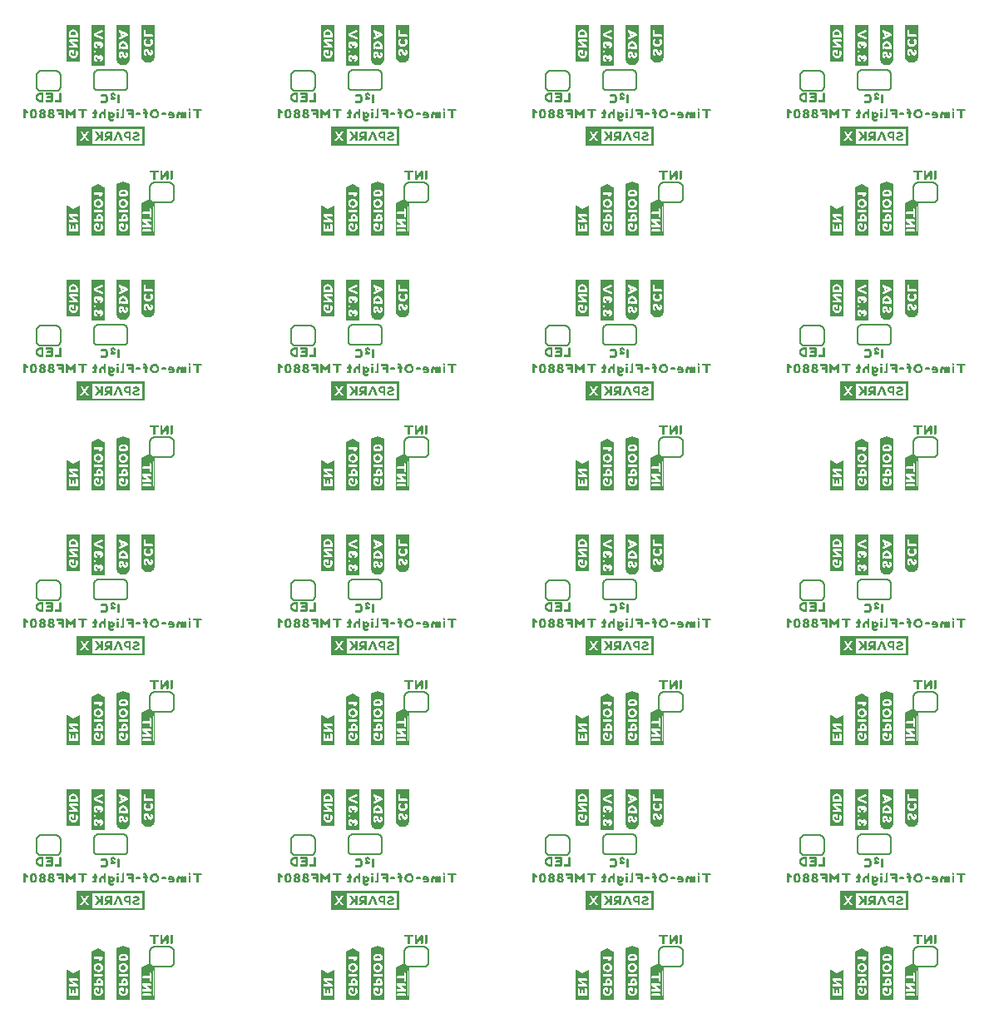
<source format=gbo>
G04 EAGLE Gerber RS-274X export*
G75*
%MOMM*%
%FSLAX34Y34*%
%LPD*%
%INSilkscreen Bottom*%
%IPPOS*%
%AMOC8*
5,1,8,0,0,1.08239X$1,22.5*%
G01*
%ADD10C,0.203200*%

G36*
X420417Y888385D02*
X420417Y888385D01*
X420412Y888393D01*
X420419Y888399D01*
X420419Y907381D01*
X420383Y907429D01*
X420376Y907423D01*
X420370Y907431D01*
X351790Y907431D01*
X351743Y907395D01*
X351748Y907387D01*
X351741Y907381D01*
X351741Y888399D01*
X351777Y888351D01*
X351784Y888357D01*
X351790Y888349D01*
X420370Y888349D01*
X420417Y888385D01*
G37*
G36*
X161337Y370225D02*
X161337Y370225D01*
X161332Y370233D01*
X161339Y370239D01*
X161339Y389221D01*
X161303Y389269D01*
X161296Y389263D01*
X161290Y389271D01*
X92710Y389271D01*
X92663Y389235D01*
X92668Y389227D01*
X92661Y389221D01*
X92661Y370239D01*
X92697Y370191D01*
X92704Y370197D01*
X92710Y370189D01*
X161290Y370189D01*
X161337Y370225D01*
G37*
G36*
X938577Y370225D02*
X938577Y370225D01*
X938572Y370233D01*
X938579Y370239D01*
X938579Y389221D01*
X938543Y389269D01*
X938536Y389263D01*
X938530Y389271D01*
X869950Y389271D01*
X869903Y389235D01*
X869908Y389227D01*
X869901Y389221D01*
X869901Y370239D01*
X869937Y370191D01*
X869944Y370197D01*
X869950Y370189D01*
X938530Y370189D01*
X938577Y370225D01*
G37*
G36*
X420417Y370225D02*
X420417Y370225D01*
X420412Y370233D01*
X420419Y370239D01*
X420419Y389221D01*
X420383Y389269D01*
X420376Y389263D01*
X420370Y389271D01*
X351790Y389271D01*
X351743Y389235D01*
X351748Y389227D01*
X351741Y389221D01*
X351741Y370239D01*
X351777Y370191D01*
X351784Y370197D01*
X351790Y370189D01*
X420370Y370189D01*
X420417Y370225D01*
G37*
G36*
X679497Y370225D02*
X679497Y370225D01*
X679492Y370233D01*
X679499Y370239D01*
X679499Y389221D01*
X679463Y389269D01*
X679456Y389263D01*
X679450Y389271D01*
X610870Y389271D01*
X610823Y389235D01*
X610828Y389227D01*
X610821Y389221D01*
X610821Y370239D01*
X610857Y370191D01*
X610864Y370197D01*
X610870Y370189D01*
X679450Y370189D01*
X679497Y370225D01*
G37*
G36*
X938577Y629305D02*
X938577Y629305D01*
X938572Y629313D01*
X938579Y629319D01*
X938579Y648301D01*
X938543Y648349D01*
X938536Y648343D01*
X938530Y648351D01*
X869950Y648351D01*
X869903Y648315D01*
X869908Y648307D01*
X869901Y648301D01*
X869901Y629319D01*
X869937Y629271D01*
X869944Y629277D01*
X869950Y629269D01*
X938530Y629269D01*
X938577Y629305D01*
G37*
G36*
X161337Y629305D02*
X161337Y629305D01*
X161332Y629313D01*
X161339Y629319D01*
X161339Y648301D01*
X161303Y648349D01*
X161296Y648343D01*
X161290Y648351D01*
X92710Y648351D01*
X92663Y648315D01*
X92668Y648307D01*
X92661Y648301D01*
X92661Y629319D01*
X92697Y629271D01*
X92704Y629277D01*
X92710Y629269D01*
X161290Y629269D01*
X161337Y629305D01*
G37*
G36*
X679497Y629305D02*
X679497Y629305D01*
X679492Y629313D01*
X679499Y629319D01*
X679499Y648301D01*
X679463Y648349D01*
X679456Y648343D01*
X679450Y648351D01*
X610870Y648351D01*
X610823Y648315D01*
X610828Y648307D01*
X610821Y648301D01*
X610821Y629319D01*
X610857Y629271D01*
X610864Y629277D01*
X610870Y629269D01*
X679450Y629269D01*
X679497Y629305D01*
G37*
G36*
X679497Y111145D02*
X679497Y111145D01*
X679492Y111153D01*
X679499Y111159D01*
X679499Y130141D01*
X679463Y130189D01*
X679456Y130183D01*
X679450Y130191D01*
X610870Y130191D01*
X610823Y130155D01*
X610828Y130147D01*
X610821Y130141D01*
X610821Y111159D01*
X610857Y111111D01*
X610864Y111117D01*
X610870Y111109D01*
X679450Y111109D01*
X679497Y111145D01*
G37*
G36*
X938577Y111145D02*
X938577Y111145D01*
X938572Y111153D01*
X938579Y111159D01*
X938579Y130141D01*
X938543Y130189D01*
X938536Y130183D01*
X938530Y130191D01*
X869950Y130191D01*
X869903Y130155D01*
X869908Y130147D01*
X869901Y130141D01*
X869901Y111159D01*
X869937Y111111D01*
X869944Y111117D01*
X869950Y111109D01*
X938530Y111109D01*
X938577Y111145D01*
G37*
G36*
X92697Y111111D02*
X92697Y111111D01*
X92704Y111117D01*
X92710Y111109D01*
X161290Y111109D01*
X161337Y111145D01*
X161332Y111153D01*
X161339Y111159D01*
X161339Y130141D01*
X161303Y130189D01*
X161296Y130183D01*
X161290Y130191D01*
X92710Y130191D01*
X92663Y130155D01*
X92668Y130147D01*
X92661Y130141D01*
X92661Y111159D01*
X92697Y111111D01*
G37*
G36*
X420417Y111145D02*
X420417Y111145D01*
X420412Y111153D01*
X420419Y111159D01*
X420419Y130141D01*
X420383Y130189D01*
X420376Y130183D01*
X420370Y130191D01*
X351790Y130191D01*
X351743Y130155D01*
X351748Y130147D01*
X351741Y130141D01*
X351741Y111159D01*
X351777Y111111D01*
X351784Y111117D01*
X351790Y111109D01*
X420370Y111109D01*
X420417Y111145D01*
G37*
G36*
X679497Y888385D02*
X679497Y888385D01*
X679492Y888393D01*
X679499Y888399D01*
X679499Y907381D01*
X679463Y907429D01*
X679456Y907423D01*
X679450Y907431D01*
X610870Y907431D01*
X610823Y907395D01*
X610828Y907387D01*
X610821Y907381D01*
X610821Y888399D01*
X610857Y888351D01*
X610864Y888357D01*
X610870Y888349D01*
X679450Y888349D01*
X679497Y888385D01*
G37*
G36*
X938577Y888385D02*
X938577Y888385D01*
X938572Y888393D01*
X938579Y888399D01*
X938579Y907381D01*
X938543Y907429D01*
X938536Y907423D01*
X938530Y907431D01*
X869950Y907431D01*
X869903Y907395D01*
X869908Y907387D01*
X869901Y907381D01*
X869901Y888399D01*
X869937Y888351D01*
X869944Y888357D01*
X869950Y888349D01*
X938530Y888349D01*
X938577Y888385D01*
G37*
G36*
X161337Y888385D02*
X161337Y888385D01*
X161332Y888393D01*
X161339Y888399D01*
X161339Y907381D01*
X161303Y907429D01*
X161296Y907423D01*
X161290Y907431D01*
X92710Y907431D01*
X92663Y907395D01*
X92668Y907387D01*
X92661Y907381D01*
X92661Y888399D01*
X92697Y888351D01*
X92704Y888357D01*
X92710Y888349D01*
X161290Y888349D01*
X161337Y888385D01*
G37*
G36*
X420417Y629305D02*
X420417Y629305D01*
X420412Y629313D01*
X420419Y629319D01*
X420419Y648301D01*
X420383Y648349D01*
X420376Y648343D01*
X420370Y648351D01*
X351790Y648351D01*
X351743Y648315D01*
X351748Y648307D01*
X351741Y648301D01*
X351741Y629319D01*
X351777Y629271D01*
X351784Y629277D01*
X351790Y629269D01*
X420370Y629269D01*
X420417Y629305D01*
G37*
%LPC*%
G36*
X108080Y631130D02*
X108080Y631130D01*
X108080Y646490D01*
X159478Y646490D01*
X159478Y631130D01*
X108080Y631130D01*
G37*
%LPD*%
%LPC*%
G36*
X108080Y890210D02*
X108080Y890210D01*
X108080Y905570D01*
X159478Y905570D01*
X159478Y890210D01*
X108080Y890210D01*
G37*
%LPD*%
%LPC*%
G36*
X626240Y890210D02*
X626240Y890210D01*
X626240Y905570D01*
X677638Y905570D01*
X677638Y890210D01*
X626240Y890210D01*
G37*
%LPD*%
%LPC*%
G36*
X367160Y112970D02*
X367160Y112970D01*
X367160Y128330D01*
X418558Y128330D01*
X418558Y112970D01*
X367160Y112970D01*
G37*
%LPD*%
%LPC*%
G36*
X626240Y112970D02*
X626240Y112970D01*
X626240Y128330D01*
X677638Y128330D01*
X677638Y112970D01*
X626240Y112970D01*
G37*
%LPD*%
%LPC*%
G36*
X885320Y112970D02*
X885320Y112970D01*
X885320Y128330D01*
X936718Y128330D01*
X936718Y112970D01*
X885320Y112970D01*
G37*
%LPD*%
%LPC*%
G36*
X159478Y128330D02*
X159478Y128330D01*
X159478Y112970D01*
X108080Y112970D01*
X108080Y128330D01*
X159478Y128330D01*
G37*
%LPD*%
%LPC*%
G36*
X885320Y372050D02*
X885320Y372050D01*
X885320Y387410D01*
X936718Y387410D01*
X936718Y372050D01*
X885320Y372050D01*
G37*
%LPD*%
%LPC*%
G36*
X626240Y372050D02*
X626240Y372050D01*
X626240Y387410D01*
X677638Y387410D01*
X677638Y372050D01*
X626240Y372050D01*
G37*
%LPD*%
%LPC*%
G36*
X108080Y372050D02*
X108080Y372050D01*
X108080Y387410D01*
X159478Y387410D01*
X159478Y372050D01*
X108080Y372050D01*
G37*
%LPD*%
%LPC*%
G36*
X367160Y890210D02*
X367160Y890210D01*
X367160Y905570D01*
X418558Y905570D01*
X418558Y890210D01*
X367160Y890210D01*
G37*
%LPD*%
%LPC*%
G36*
X367160Y631130D02*
X367160Y631130D01*
X367160Y646490D01*
X418558Y646490D01*
X418558Y631130D01*
X367160Y631130D01*
G37*
%LPD*%
%LPC*%
G36*
X367160Y372050D02*
X367160Y372050D01*
X367160Y387410D01*
X418558Y387410D01*
X418558Y372050D01*
X367160Y372050D01*
G37*
%LPD*%
%LPC*%
G36*
X885320Y631130D02*
X885320Y631130D01*
X885320Y646490D01*
X936718Y646490D01*
X936718Y631130D01*
X885320Y631130D01*
G37*
%LPD*%
%LPC*%
G36*
X885320Y890210D02*
X885320Y890210D01*
X885320Y905570D01*
X936718Y905570D01*
X936718Y890210D01*
X885320Y890210D01*
G37*
%LPD*%
%LPC*%
G36*
X626240Y631130D02*
X626240Y631130D01*
X626240Y646490D01*
X677638Y646490D01*
X677638Y631130D01*
X626240Y631130D01*
G37*
%LPD*%
G36*
X146524Y278987D02*
X146524Y278987D01*
X146523Y278989D01*
X146524Y278990D01*
X146524Y330490D01*
X146517Y330499D01*
X146517Y330507D01*
X146117Y330907D01*
X146112Y330908D01*
X146111Y330912D01*
X140011Y333912D01*
X140004Y333910D01*
X140000Y333914D01*
X139400Y333914D01*
X139395Y333910D01*
X139389Y333912D01*
X133289Y330912D01*
X133287Y330907D01*
X133283Y330907D01*
X132883Y330507D01*
X132882Y330496D01*
X132876Y330490D01*
X132876Y278990D01*
X132897Y278966D01*
X132899Y278967D01*
X132900Y278966D01*
X146500Y278966D01*
X146524Y278987D01*
G37*
G36*
X405604Y19907D02*
X405604Y19907D01*
X405603Y19909D01*
X405604Y19910D01*
X405604Y71410D01*
X405597Y71419D01*
X405597Y71427D01*
X405197Y71827D01*
X405192Y71828D01*
X405191Y71832D01*
X399091Y74832D01*
X399084Y74830D01*
X399080Y74834D01*
X398480Y74834D01*
X398475Y74830D01*
X398469Y74832D01*
X392369Y71832D01*
X392367Y71827D01*
X392363Y71827D01*
X391963Y71427D01*
X391962Y71416D01*
X391956Y71410D01*
X391956Y19910D01*
X391977Y19886D01*
X391979Y19887D01*
X391980Y19886D01*
X405580Y19886D01*
X405604Y19907D01*
G37*
G36*
X405604Y278987D02*
X405604Y278987D01*
X405603Y278989D01*
X405604Y278990D01*
X405604Y330490D01*
X405597Y330499D01*
X405597Y330507D01*
X405197Y330907D01*
X405192Y330908D01*
X405191Y330912D01*
X399091Y333912D01*
X399084Y333910D01*
X399080Y333914D01*
X398480Y333914D01*
X398475Y333910D01*
X398469Y333912D01*
X392369Y330912D01*
X392367Y330907D01*
X392363Y330907D01*
X391963Y330507D01*
X391962Y330496D01*
X391956Y330490D01*
X391956Y278990D01*
X391977Y278966D01*
X391979Y278967D01*
X391980Y278966D01*
X405580Y278966D01*
X405604Y278987D01*
G37*
G36*
X664684Y278987D02*
X664684Y278987D01*
X664683Y278989D01*
X664684Y278990D01*
X664684Y330490D01*
X664677Y330499D01*
X664677Y330507D01*
X664277Y330907D01*
X664272Y330908D01*
X664271Y330912D01*
X658171Y333912D01*
X658164Y333910D01*
X658160Y333914D01*
X657560Y333914D01*
X657555Y333910D01*
X657549Y333912D01*
X651449Y330912D01*
X651447Y330907D01*
X651443Y330907D01*
X651043Y330507D01*
X651042Y330496D01*
X651036Y330490D01*
X651036Y278990D01*
X651057Y278966D01*
X651059Y278967D01*
X651060Y278966D01*
X664660Y278966D01*
X664684Y278987D01*
G37*
G36*
X923764Y797147D02*
X923764Y797147D01*
X923763Y797149D01*
X923764Y797150D01*
X923764Y848650D01*
X923757Y848659D01*
X923757Y848667D01*
X923357Y849067D01*
X923352Y849068D01*
X923351Y849072D01*
X917251Y852072D01*
X917244Y852070D01*
X917240Y852074D01*
X916640Y852074D01*
X916635Y852070D01*
X916629Y852072D01*
X910529Y849072D01*
X910527Y849067D01*
X910523Y849067D01*
X910123Y848667D01*
X910122Y848656D01*
X910116Y848650D01*
X910116Y797150D01*
X910137Y797126D01*
X910139Y797127D01*
X910140Y797126D01*
X923740Y797126D01*
X923764Y797147D01*
G37*
G36*
X923764Y278987D02*
X923764Y278987D01*
X923763Y278989D01*
X923764Y278990D01*
X923764Y330490D01*
X923757Y330499D01*
X923757Y330507D01*
X923357Y330907D01*
X923352Y330908D01*
X923351Y330912D01*
X917251Y333912D01*
X917244Y333910D01*
X917240Y333914D01*
X916640Y333914D01*
X916635Y333910D01*
X916629Y333912D01*
X910529Y330912D01*
X910527Y330907D01*
X910523Y330907D01*
X910123Y330507D01*
X910122Y330496D01*
X910116Y330490D01*
X910116Y278990D01*
X910137Y278966D01*
X910139Y278967D01*
X910140Y278966D01*
X923740Y278966D01*
X923764Y278987D01*
G37*
G36*
X146524Y797147D02*
X146524Y797147D01*
X146523Y797149D01*
X146524Y797150D01*
X146524Y848650D01*
X146517Y848659D01*
X146517Y848667D01*
X146117Y849067D01*
X146112Y849068D01*
X146111Y849072D01*
X140011Y852072D01*
X140004Y852070D01*
X140000Y852074D01*
X139400Y852074D01*
X139395Y852070D01*
X139389Y852072D01*
X133289Y849072D01*
X133287Y849067D01*
X133283Y849067D01*
X132883Y848667D01*
X132882Y848656D01*
X132876Y848650D01*
X132876Y797150D01*
X132897Y797126D01*
X132899Y797127D01*
X132900Y797126D01*
X146500Y797126D01*
X146524Y797147D01*
G37*
G36*
X664684Y797147D02*
X664684Y797147D01*
X664683Y797149D01*
X664684Y797150D01*
X664684Y848650D01*
X664677Y848659D01*
X664677Y848667D01*
X664277Y849067D01*
X664272Y849068D01*
X664271Y849072D01*
X658171Y852072D01*
X658164Y852070D01*
X658160Y852074D01*
X657560Y852074D01*
X657555Y852070D01*
X657549Y852072D01*
X651449Y849072D01*
X651447Y849067D01*
X651443Y849067D01*
X651043Y848667D01*
X651042Y848656D01*
X651036Y848650D01*
X651036Y797150D01*
X651057Y797126D01*
X651059Y797127D01*
X651060Y797126D01*
X664660Y797126D01*
X664684Y797147D01*
G37*
G36*
X664684Y538067D02*
X664684Y538067D01*
X664683Y538069D01*
X664684Y538070D01*
X664684Y589570D01*
X664677Y589579D01*
X664677Y589587D01*
X664277Y589987D01*
X664272Y589988D01*
X664271Y589992D01*
X658171Y592992D01*
X658164Y592990D01*
X658160Y592994D01*
X657560Y592994D01*
X657555Y592990D01*
X657549Y592992D01*
X651449Y589992D01*
X651447Y589987D01*
X651443Y589987D01*
X651043Y589587D01*
X651042Y589576D01*
X651036Y589570D01*
X651036Y538070D01*
X651057Y538046D01*
X651059Y538047D01*
X651060Y538046D01*
X664660Y538046D01*
X664684Y538067D01*
G37*
G36*
X146524Y538067D02*
X146524Y538067D01*
X146523Y538069D01*
X146524Y538070D01*
X146524Y589570D01*
X146517Y589579D01*
X146517Y589587D01*
X146117Y589987D01*
X146112Y589988D01*
X146111Y589992D01*
X140011Y592992D01*
X140004Y592990D01*
X140000Y592994D01*
X139400Y592994D01*
X139395Y592990D01*
X139389Y592992D01*
X133289Y589992D01*
X133287Y589987D01*
X133283Y589987D01*
X132883Y589587D01*
X132882Y589576D01*
X132876Y589570D01*
X132876Y538070D01*
X132897Y538046D01*
X132899Y538047D01*
X132900Y538046D01*
X146500Y538046D01*
X146524Y538067D01*
G37*
G36*
X146524Y19907D02*
X146524Y19907D01*
X146523Y19909D01*
X146524Y19910D01*
X146524Y71410D01*
X146517Y71419D01*
X146517Y71427D01*
X146117Y71827D01*
X146112Y71828D01*
X146111Y71832D01*
X140011Y74832D01*
X140004Y74830D01*
X140000Y74834D01*
X139400Y74834D01*
X139395Y74830D01*
X139389Y74832D01*
X133289Y71832D01*
X133287Y71827D01*
X133283Y71827D01*
X132883Y71427D01*
X132882Y71416D01*
X132876Y71410D01*
X132876Y19910D01*
X132897Y19886D01*
X132899Y19887D01*
X132900Y19886D01*
X146500Y19886D01*
X146524Y19907D01*
G37*
G36*
X923764Y19907D02*
X923764Y19907D01*
X923763Y19909D01*
X923764Y19910D01*
X923764Y71410D01*
X923757Y71419D01*
X923757Y71427D01*
X923357Y71827D01*
X923352Y71828D01*
X923351Y71832D01*
X917251Y74832D01*
X917244Y74830D01*
X917240Y74834D01*
X916640Y74834D01*
X916635Y74830D01*
X916629Y74832D01*
X910529Y71832D01*
X910527Y71827D01*
X910523Y71827D01*
X910123Y71427D01*
X910122Y71416D01*
X910116Y71410D01*
X910116Y19910D01*
X910137Y19886D01*
X910139Y19887D01*
X910140Y19886D01*
X923740Y19886D01*
X923764Y19907D01*
G37*
G36*
X405604Y538067D02*
X405604Y538067D01*
X405603Y538069D01*
X405604Y538070D01*
X405604Y589570D01*
X405597Y589579D01*
X405597Y589587D01*
X405197Y589987D01*
X405192Y589988D01*
X405191Y589992D01*
X399091Y592992D01*
X399084Y592990D01*
X399080Y592994D01*
X398480Y592994D01*
X398475Y592990D01*
X398469Y592992D01*
X392369Y589992D01*
X392367Y589987D01*
X392363Y589987D01*
X391963Y589587D01*
X391962Y589576D01*
X391956Y589570D01*
X391956Y538070D01*
X391977Y538046D01*
X391979Y538047D01*
X391980Y538046D01*
X405580Y538046D01*
X405604Y538067D01*
G37*
G36*
X405604Y797147D02*
X405604Y797147D01*
X405603Y797149D01*
X405604Y797150D01*
X405604Y848650D01*
X405597Y848659D01*
X405597Y848667D01*
X405197Y849067D01*
X405192Y849068D01*
X405191Y849072D01*
X399091Y852072D01*
X399084Y852070D01*
X399080Y852074D01*
X398480Y852074D01*
X398475Y852070D01*
X398469Y852072D01*
X392369Y849072D01*
X392367Y849067D01*
X392363Y849067D01*
X391963Y848667D01*
X391962Y848656D01*
X391956Y848650D01*
X391956Y797150D01*
X391977Y797126D01*
X391979Y797127D01*
X391980Y797126D01*
X405580Y797126D01*
X405604Y797147D01*
G37*
G36*
X923764Y538067D02*
X923764Y538067D01*
X923763Y538069D01*
X923764Y538070D01*
X923764Y589570D01*
X923757Y589579D01*
X923757Y589587D01*
X923357Y589987D01*
X923352Y589988D01*
X923351Y589992D01*
X917251Y592992D01*
X917244Y592990D01*
X917240Y592994D01*
X916640Y592994D01*
X916635Y592990D01*
X916629Y592992D01*
X910529Y589992D01*
X910527Y589987D01*
X910523Y589987D01*
X910123Y589587D01*
X910122Y589576D01*
X910116Y589570D01*
X910116Y538070D01*
X910137Y538046D01*
X910139Y538047D01*
X910140Y538046D01*
X923740Y538046D01*
X923764Y538067D01*
G37*
G36*
X664684Y19907D02*
X664684Y19907D01*
X664683Y19909D01*
X664684Y19910D01*
X664684Y71410D01*
X664677Y71419D01*
X664677Y71427D01*
X664277Y71827D01*
X664272Y71828D01*
X664271Y71832D01*
X658171Y74832D01*
X658164Y74830D01*
X658160Y74834D01*
X657560Y74834D01*
X657555Y74830D01*
X657549Y74832D01*
X651449Y71832D01*
X651447Y71827D01*
X651443Y71827D01*
X651043Y71427D01*
X651042Y71416D01*
X651036Y71410D01*
X651036Y19910D01*
X651057Y19886D01*
X651059Y19887D01*
X651060Y19886D01*
X664660Y19886D01*
X664684Y19907D01*
G37*
G36*
X638662Y538048D02*
X638662Y538048D01*
X638664Y538046D01*
X639264Y538146D01*
X639281Y538167D01*
X639284Y538170D01*
X639284Y586870D01*
X639276Y586880D01*
X639275Y586889D01*
X638775Y587289D01*
X638772Y587289D01*
X638771Y587292D01*
X632771Y590292D01*
X632764Y590290D01*
X632760Y590294D01*
X632160Y590294D01*
X632155Y590289D01*
X632149Y590292D01*
X626049Y587192D01*
X626047Y587187D01*
X626043Y587187D01*
X625643Y586787D01*
X625642Y586776D01*
X625636Y586770D01*
X625636Y538670D01*
X625638Y538668D01*
X625636Y538666D01*
X625736Y538066D01*
X625757Y538049D01*
X625760Y538046D01*
X638660Y538046D01*
X638662Y538048D01*
G37*
G36*
X379582Y19888D02*
X379582Y19888D01*
X379584Y19886D01*
X380184Y19986D01*
X380201Y20007D01*
X380204Y20010D01*
X380204Y68710D01*
X380196Y68720D01*
X380195Y68729D01*
X379695Y69129D01*
X379692Y69129D01*
X379691Y69132D01*
X373691Y72132D01*
X373684Y72130D01*
X373680Y72134D01*
X373080Y72134D01*
X373075Y72129D01*
X373069Y72132D01*
X366969Y69032D01*
X366967Y69027D01*
X366963Y69027D01*
X366563Y68627D01*
X366562Y68616D01*
X366556Y68610D01*
X366556Y20510D01*
X366558Y20508D01*
X366556Y20506D01*
X366656Y19906D01*
X366677Y19889D01*
X366680Y19886D01*
X379580Y19886D01*
X379582Y19888D01*
G37*
G36*
X120502Y19888D02*
X120502Y19888D01*
X120504Y19886D01*
X121104Y19986D01*
X121121Y20007D01*
X121124Y20010D01*
X121124Y68710D01*
X121116Y68720D01*
X121115Y68729D01*
X120615Y69129D01*
X120612Y69129D01*
X120611Y69132D01*
X114611Y72132D01*
X114604Y72130D01*
X114600Y72134D01*
X114000Y72134D01*
X113995Y72129D01*
X113989Y72132D01*
X107889Y69032D01*
X107887Y69027D01*
X107883Y69027D01*
X107483Y68627D01*
X107482Y68616D01*
X107476Y68610D01*
X107476Y20510D01*
X107478Y20508D01*
X107476Y20506D01*
X107576Y19906D01*
X107597Y19889D01*
X107600Y19886D01*
X120500Y19886D01*
X120502Y19888D01*
G37*
G36*
X897742Y19888D02*
X897742Y19888D01*
X897744Y19886D01*
X898344Y19986D01*
X898361Y20007D01*
X898364Y20010D01*
X898364Y68710D01*
X898356Y68720D01*
X898355Y68729D01*
X897855Y69129D01*
X897852Y69129D01*
X897851Y69132D01*
X891851Y72132D01*
X891844Y72130D01*
X891840Y72134D01*
X891240Y72134D01*
X891235Y72129D01*
X891229Y72132D01*
X885129Y69032D01*
X885127Y69027D01*
X885123Y69027D01*
X884723Y68627D01*
X884722Y68616D01*
X884716Y68610D01*
X884716Y20510D01*
X884718Y20508D01*
X884716Y20506D01*
X884816Y19906D01*
X884837Y19889D01*
X884840Y19886D01*
X897740Y19886D01*
X897742Y19888D01*
G37*
G36*
X638662Y19888D02*
X638662Y19888D01*
X638664Y19886D01*
X639264Y19986D01*
X639281Y20007D01*
X639284Y20010D01*
X639284Y68710D01*
X639276Y68720D01*
X639275Y68729D01*
X638775Y69129D01*
X638772Y69129D01*
X638771Y69132D01*
X632771Y72132D01*
X632764Y72130D01*
X632760Y72134D01*
X632160Y72134D01*
X632155Y72129D01*
X632149Y72132D01*
X626049Y69032D01*
X626047Y69027D01*
X626043Y69027D01*
X625643Y68627D01*
X625642Y68616D01*
X625636Y68610D01*
X625636Y20510D01*
X625638Y20508D01*
X625636Y20506D01*
X625736Y19906D01*
X625757Y19889D01*
X625760Y19886D01*
X638660Y19886D01*
X638662Y19888D01*
G37*
G36*
X897742Y538048D02*
X897742Y538048D01*
X897744Y538046D01*
X898344Y538146D01*
X898361Y538167D01*
X898364Y538170D01*
X898364Y586870D01*
X898356Y586880D01*
X898355Y586889D01*
X897855Y587289D01*
X897852Y587289D01*
X897851Y587292D01*
X891851Y590292D01*
X891844Y590290D01*
X891840Y590294D01*
X891240Y590294D01*
X891235Y590289D01*
X891229Y590292D01*
X885129Y587192D01*
X885127Y587187D01*
X885123Y587187D01*
X884723Y586787D01*
X884722Y586776D01*
X884716Y586770D01*
X884716Y538670D01*
X884718Y538668D01*
X884716Y538666D01*
X884816Y538066D01*
X884837Y538049D01*
X884840Y538046D01*
X897740Y538046D01*
X897742Y538048D01*
G37*
G36*
X120502Y538048D02*
X120502Y538048D01*
X120504Y538046D01*
X121104Y538146D01*
X121121Y538167D01*
X121124Y538170D01*
X121124Y586870D01*
X121116Y586880D01*
X121115Y586889D01*
X120615Y587289D01*
X120612Y587289D01*
X120611Y587292D01*
X114611Y590292D01*
X114604Y590290D01*
X114600Y590294D01*
X114000Y590294D01*
X113995Y590289D01*
X113989Y590292D01*
X107889Y587192D01*
X107887Y587187D01*
X107883Y587187D01*
X107483Y586787D01*
X107482Y586776D01*
X107476Y586770D01*
X107476Y538670D01*
X107478Y538668D01*
X107476Y538666D01*
X107576Y538066D01*
X107597Y538049D01*
X107600Y538046D01*
X120500Y538046D01*
X120502Y538048D01*
G37*
G36*
X379582Y538048D02*
X379582Y538048D01*
X379584Y538046D01*
X380184Y538146D01*
X380201Y538167D01*
X380204Y538170D01*
X380204Y586870D01*
X380196Y586880D01*
X380195Y586889D01*
X379695Y587289D01*
X379692Y587289D01*
X379691Y587292D01*
X373691Y590292D01*
X373684Y590290D01*
X373680Y590294D01*
X373080Y590294D01*
X373075Y590289D01*
X373069Y590292D01*
X366969Y587192D01*
X366967Y587187D01*
X366963Y587187D01*
X366563Y586787D01*
X366562Y586776D01*
X366556Y586770D01*
X366556Y538670D01*
X366558Y538668D01*
X366556Y538666D01*
X366656Y538066D01*
X366677Y538049D01*
X366680Y538046D01*
X379580Y538046D01*
X379582Y538048D01*
G37*
G36*
X897742Y278968D02*
X897742Y278968D01*
X897744Y278966D01*
X898344Y279066D01*
X898361Y279087D01*
X898364Y279090D01*
X898364Y327790D01*
X898356Y327800D01*
X898355Y327809D01*
X897855Y328209D01*
X897852Y328209D01*
X897851Y328212D01*
X891851Y331212D01*
X891844Y331210D01*
X891840Y331214D01*
X891240Y331214D01*
X891235Y331209D01*
X891229Y331212D01*
X885129Y328112D01*
X885127Y328107D01*
X885123Y328107D01*
X884723Y327707D01*
X884722Y327696D01*
X884716Y327690D01*
X884716Y279590D01*
X884718Y279588D01*
X884716Y279586D01*
X884816Y278986D01*
X884837Y278969D01*
X884840Y278966D01*
X897740Y278966D01*
X897742Y278968D01*
G37*
G36*
X379582Y278968D02*
X379582Y278968D01*
X379584Y278966D01*
X380184Y279066D01*
X380201Y279087D01*
X380204Y279090D01*
X380204Y327790D01*
X380196Y327800D01*
X380195Y327809D01*
X379695Y328209D01*
X379692Y328209D01*
X379691Y328212D01*
X373691Y331212D01*
X373684Y331210D01*
X373680Y331214D01*
X373080Y331214D01*
X373075Y331209D01*
X373069Y331212D01*
X366969Y328112D01*
X366967Y328107D01*
X366963Y328107D01*
X366563Y327707D01*
X366562Y327696D01*
X366556Y327690D01*
X366556Y279590D01*
X366558Y279588D01*
X366556Y279586D01*
X366656Y278986D01*
X366677Y278969D01*
X366680Y278966D01*
X379580Y278966D01*
X379582Y278968D01*
G37*
G36*
X120502Y278968D02*
X120502Y278968D01*
X120504Y278966D01*
X121104Y279066D01*
X121121Y279087D01*
X121124Y279090D01*
X121124Y327790D01*
X121116Y327800D01*
X121115Y327809D01*
X120615Y328209D01*
X120612Y328209D01*
X120611Y328212D01*
X114611Y331212D01*
X114604Y331210D01*
X114600Y331214D01*
X114000Y331214D01*
X113995Y331209D01*
X113989Y331212D01*
X107889Y328112D01*
X107887Y328107D01*
X107883Y328107D01*
X107483Y327707D01*
X107482Y327696D01*
X107476Y327690D01*
X107476Y279590D01*
X107478Y279588D01*
X107476Y279586D01*
X107576Y278986D01*
X107597Y278969D01*
X107600Y278966D01*
X120500Y278966D01*
X120502Y278968D01*
G37*
G36*
X638662Y278968D02*
X638662Y278968D01*
X638664Y278966D01*
X639264Y279066D01*
X639281Y279087D01*
X639284Y279090D01*
X639284Y327790D01*
X639276Y327800D01*
X639275Y327809D01*
X638775Y328209D01*
X638772Y328209D01*
X638771Y328212D01*
X632771Y331212D01*
X632764Y331210D01*
X632760Y331214D01*
X632160Y331214D01*
X632155Y331209D01*
X632149Y331212D01*
X626049Y328112D01*
X626047Y328107D01*
X626043Y328107D01*
X625643Y327707D01*
X625642Y327696D01*
X625636Y327690D01*
X625636Y279590D01*
X625638Y279588D01*
X625636Y279586D01*
X625736Y278986D01*
X625757Y278969D01*
X625760Y278966D01*
X638660Y278966D01*
X638662Y278968D01*
G37*
G36*
X120502Y797128D02*
X120502Y797128D01*
X120504Y797126D01*
X121104Y797226D01*
X121121Y797247D01*
X121124Y797250D01*
X121124Y845950D01*
X121116Y845960D01*
X121115Y845969D01*
X120615Y846369D01*
X120612Y846369D01*
X120611Y846372D01*
X114611Y849372D01*
X114604Y849370D01*
X114600Y849374D01*
X114000Y849374D01*
X113995Y849369D01*
X113989Y849372D01*
X107889Y846272D01*
X107887Y846267D01*
X107883Y846267D01*
X107483Y845867D01*
X107482Y845856D01*
X107476Y845850D01*
X107476Y797750D01*
X107478Y797748D01*
X107476Y797746D01*
X107576Y797146D01*
X107597Y797129D01*
X107600Y797126D01*
X120500Y797126D01*
X120502Y797128D01*
G37*
G36*
X638662Y797128D02*
X638662Y797128D01*
X638664Y797126D01*
X639264Y797226D01*
X639281Y797247D01*
X639284Y797250D01*
X639284Y845950D01*
X639276Y845960D01*
X639275Y845969D01*
X638775Y846369D01*
X638772Y846369D01*
X638771Y846372D01*
X632771Y849372D01*
X632764Y849370D01*
X632760Y849374D01*
X632160Y849374D01*
X632155Y849369D01*
X632149Y849372D01*
X626049Y846272D01*
X626047Y846267D01*
X626043Y846267D01*
X625643Y845867D01*
X625642Y845856D01*
X625636Y845850D01*
X625636Y797750D01*
X625638Y797748D01*
X625636Y797746D01*
X625736Y797146D01*
X625757Y797129D01*
X625760Y797126D01*
X638660Y797126D01*
X638662Y797128D01*
G37*
G36*
X897742Y797128D02*
X897742Y797128D01*
X897744Y797126D01*
X898344Y797226D01*
X898361Y797247D01*
X898364Y797250D01*
X898364Y845950D01*
X898356Y845960D01*
X898355Y845969D01*
X897855Y846369D01*
X897852Y846369D01*
X897851Y846372D01*
X891851Y849372D01*
X891844Y849370D01*
X891840Y849374D01*
X891240Y849374D01*
X891235Y849369D01*
X891229Y849372D01*
X885129Y846272D01*
X885127Y846267D01*
X885123Y846267D01*
X884723Y845867D01*
X884722Y845856D01*
X884716Y845850D01*
X884716Y797750D01*
X884718Y797748D01*
X884716Y797746D01*
X884816Y797146D01*
X884837Y797129D01*
X884840Y797126D01*
X897740Y797126D01*
X897742Y797128D01*
G37*
G36*
X379582Y797128D02*
X379582Y797128D01*
X379584Y797126D01*
X380184Y797226D01*
X380201Y797247D01*
X380204Y797250D01*
X380204Y845950D01*
X380196Y845960D01*
X380195Y845969D01*
X379695Y846369D01*
X379692Y846369D01*
X379691Y846372D01*
X373691Y849372D01*
X373684Y849370D01*
X373680Y849374D01*
X373080Y849374D01*
X373075Y849369D01*
X373069Y849372D01*
X366969Y846272D01*
X366967Y846267D01*
X366963Y846267D01*
X366563Y845867D01*
X366562Y845856D01*
X366556Y845850D01*
X366556Y797750D01*
X366558Y797748D01*
X366556Y797746D01*
X366656Y797146D01*
X366677Y797129D01*
X366680Y797126D01*
X379580Y797126D01*
X379582Y797128D01*
G37*
G36*
X120502Y192608D02*
X120502Y192608D01*
X120504Y192606D01*
X121104Y192706D01*
X121121Y192727D01*
X121124Y192730D01*
X121124Y233930D01*
X121115Y233940D01*
X121115Y233949D01*
X120715Y234249D01*
X120705Y234249D01*
X120700Y234254D01*
X107800Y234254D01*
X107790Y234245D01*
X107781Y234245D01*
X107481Y233845D01*
X107481Y233838D01*
X107477Y233834D01*
X107478Y233832D01*
X107476Y233830D01*
X107476Y193130D01*
X107480Y193125D01*
X107478Y193121D01*
X107678Y192621D01*
X107694Y192613D01*
X107700Y192606D01*
X120500Y192606D01*
X120502Y192608D01*
G37*
G36*
X379582Y451688D02*
X379582Y451688D01*
X379584Y451686D01*
X380184Y451786D01*
X380201Y451807D01*
X380204Y451810D01*
X380204Y493010D01*
X380195Y493020D01*
X380195Y493029D01*
X379795Y493329D01*
X379785Y493329D01*
X379780Y493334D01*
X366880Y493334D01*
X366870Y493325D01*
X366861Y493325D01*
X366561Y492925D01*
X366561Y492918D01*
X366557Y492914D01*
X366558Y492912D01*
X366556Y492910D01*
X366556Y452210D01*
X366560Y452205D01*
X366558Y452201D01*
X366758Y451701D01*
X366774Y451693D01*
X366780Y451686D01*
X379580Y451686D01*
X379582Y451688D01*
G37*
G36*
X638662Y969848D02*
X638662Y969848D01*
X638664Y969846D01*
X639264Y969946D01*
X639281Y969967D01*
X639284Y969970D01*
X639284Y1011170D01*
X639275Y1011180D01*
X639275Y1011189D01*
X638875Y1011489D01*
X638865Y1011489D01*
X638860Y1011494D01*
X625960Y1011494D01*
X625950Y1011485D01*
X625941Y1011485D01*
X625641Y1011085D01*
X625641Y1011078D01*
X625637Y1011074D01*
X625638Y1011072D01*
X625636Y1011070D01*
X625636Y970370D01*
X625640Y970365D01*
X625638Y970361D01*
X625838Y969861D01*
X625854Y969853D01*
X625860Y969846D01*
X638660Y969846D01*
X638662Y969848D01*
G37*
G36*
X120502Y969848D02*
X120502Y969848D01*
X120504Y969846D01*
X121104Y969946D01*
X121121Y969967D01*
X121124Y969970D01*
X121124Y1011170D01*
X121115Y1011180D01*
X121115Y1011189D01*
X120715Y1011489D01*
X120705Y1011489D01*
X120700Y1011494D01*
X107800Y1011494D01*
X107790Y1011485D01*
X107781Y1011485D01*
X107481Y1011085D01*
X107481Y1011078D01*
X107477Y1011074D01*
X107478Y1011072D01*
X107476Y1011070D01*
X107476Y970370D01*
X107480Y970365D01*
X107478Y970361D01*
X107678Y969861D01*
X107694Y969853D01*
X107700Y969846D01*
X120500Y969846D01*
X120502Y969848D01*
G37*
G36*
X897742Y969848D02*
X897742Y969848D01*
X897744Y969846D01*
X898344Y969946D01*
X898361Y969967D01*
X898364Y969970D01*
X898364Y1011170D01*
X898355Y1011180D01*
X898355Y1011189D01*
X897955Y1011489D01*
X897945Y1011489D01*
X897940Y1011494D01*
X885040Y1011494D01*
X885030Y1011485D01*
X885021Y1011485D01*
X884721Y1011085D01*
X884721Y1011078D01*
X884717Y1011074D01*
X884718Y1011072D01*
X884716Y1011070D01*
X884716Y970370D01*
X884720Y970365D01*
X884718Y970361D01*
X884918Y969861D01*
X884934Y969853D01*
X884940Y969846D01*
X897740Y969846D01*
X897742Y969848D01*
G37*
G36*
X379582Y969848D02*
X379582Y969848D01*
X379584Y969846D01*
X380184Y969946D01*
X380201Y969967D01*
X380204Y969970D01*
X380204Y1011170D01*
X380195Y1011180D01*
X380195Y1011189D01*
X379795Y1011489D01*
X379785Y1011489D01*
X379780Y1011494D01*
X366880Y1011494D01*
X366870Y1011485D01*
X366861Y1011485D01*
X366561Y1011085D01*
X366561Y1011078D01*
X366557Y1011074D01*
X366558Y1011072D01*
X366556Y1011070D01*
X366556Y970370D01*
X366560Y970365D01*
X366558Y970361D01*
X366758Y969861D01*
X366774Y969853D01*
X366780Y969846D01*
X379580Y969846D01*
X379582Y969848D01*
G37*
G36*
X897742Y451688D02*
X897742Y451688D01*
X897744Y451686D01*
X898344Y451786D01*
X898361Y451807D01*
X898364Y451810D01*
X898364Y493010D01*
X898355Y493020D01*
X898355Y493029D01*
X897955Y493329D01*
X897945Y493329D01*
X897940Y493334D01*
X885040Y493334D01*
X885030Y493325D01*
X885021Y493325D01*
X884721Y492925D01*
X884721Y492918D01*
X884717Y492914D01*
X884718Y492912D01*
X884716Y492910D01*
X884716Y452210D01*
X884720Y452205D01*
X884718Y452201D01*
X884918Y451701D01*
X884934Y451693D01*
X884940Y451686D01*
X897740Y451686D01*
X897742Y451688D01*
G37*
G36*
X638662Y451688D02*
X638662Y451688D01*
X638664Y451686D01*
X639264Y451786D01*
X639281Y451807D01*
X639284Y451810D01*
X639284Y493010D01*
X639275Y493020D01*
X639275Y493029D01*
X638875Y493329D01*
X638865Y493329D01*
X638860Y493334D01*
X625960Y493334D01*
X625950Y493325D01*
X625941Y493325D01*
X625641Y492925D01*
X625641Y492918D01*
X625637Y492914D01*
X625638Y492912D01*
X625636Y492910D01*
X625636Y452210D01*
X625640Y452205D01*
X625638Y452201D01*
X625838Y451701D01*
X625854Y451693D01*
X625860Y451686D01*
X638660Y451686D01*
X638662Y451688D01*
G37*
G36*
X897742Y710768D02*
X897742Y710768D01*
X897744Y710766D01*
X898344Y710866D01*
X898361Y710887D01*
X898364Y710890D01*
X898364Y752090D01*
X898355Y752100D01*
X898355Y752109D01*
X897955Y752409D01*
X897945Y752409D01*
X897940Y752414D01*
X885040Y752414D01*
X885030Y752405D01*
X885021Y752405D01*
X884721Y752005D01*
X884721Y751998D01*
X884717Y751994D01*
X884718Y751992D01*
X884716Y751990D01*
X884716Y711290D01*
X884720Y711285D01*
X884718Y711281D01*
X884918Y710781D01*
X884934Y710773D01*
X884940Y710766D01*
X897740Y710766D01*
X897742Y710768D01*
G37*
G36*
X120502Y451688D02*
X120502Y451688D01*
X120504Y451686D01*
X121104Y451786D01*
X121121Y451807D01*
X121124Y451810D01*
X121124Y493010D01*
X121115Y493020D01*
X121115Y493029D01*
X120715Y493329D01*
X120705Y493329D01*
X120700Y493334D01*
X107800Y493334D01*
X107790Y493325D01*
X107781Y493325D01*
X107481Y492925D01*
X107481Y492918D01*
X107477Y492914D01*
X107478Y492912D01*
X107476Y492910D01*
X107476Y452210D01*
X107480Y452205D01*
X107478Y452201D01*
X107678Y451701D01*
X107694Y451693D01*
X107700Y451686D01*
X120500Y451686D01*
X120502Y451688D01*
G37*
G36*
X638662Y192608D02*
X638662Y192608D01*
X638664Y192606D01*
X639264Y192706D01*
X639281Y192727D01*
X639284Y192730D01*
X639284Y233930D01*
X639275Y233940D01*
X639275Y233949D01*
X638875Y234249D01*
X638865Y234249D01*
X638860Y234254D01*
X625960Y234254D01*
X625950Y234245D01*
X625941Y234245D01*
X625641Y233845D01*
X625641Y233838D01*
X625637Y233834D01*
X625638Y233832D01*
X625636Y233830D01*
X625636Y193130D01*
X625640Y193125D01*
X625638Y193121D01*
X625838Y192621D01*
X625854Y192613D01*
X625860Y192606D01*
X638660Y192606D01*
X638662Y192608D01*
G37*
G36*
X379582Y192608D02*
X379582Y192608D01*
X379584Y192606D01*
X380184Y192706D01*
X380201Y192727D01*
X380204Y192730D01*
X380204Y233930D01*
X380195Y233940D01*
X380195Y233949D01*
X379795Y234249D01*
X379785Y234249D01*
X379780Y234254D01*
X366880Y234254D01*
X366870Y234245D01*
X366861Y234245D01*
X366561Y233845D01*
X366561Y233838D01*
X366557Y233834D01*
X366558Y233832D01*
X366556Y233830D01*
X366556Y193130D01*
X366560Y193125D01*
X366558Y193121D01*
X366758Y192621D01*
X366774Y192613D01*
X366780Y192606D01*
X379580Y192606D01*
X379582Y192608D01*
G37*
G36*
X897742Y192608D02*
X897742Y192608D01*
X897744Y192606D01*
X898344Y192706D01*
X898361Y192727D01*
X898364Y192730D01*
X898364Y233930D01*
X898355Y233940D01*
X898355Y233949D01*
X897955Y234249D01*
X897945Y234249D01*
X897940Y234254D01*
X885040Y234254D01*
X885030Y234245D01*
X885021Y234245D01*
X884721Y233845D01*
X884721Y233838D01*
X884717Y233834D01*
X884718Y233832D01*
X884716Y233830D01*
X884716Y193130D01*
X884720Y193125D01*
X884718Y193121D01*
X884918Y192621D01*
X884934Y192613D01*
X884940Y192606D01*
X897740Y192606D01*
X897742Y192608D01*
G37*
G36*
X379582Y710768D02*
X379582Y710768D01*
X379584Y710766D01*
X380184Y710866D01*
X380201Y710887D01*
X380204Y710890D01*
X380204Y752090D01*
X380195Y752100D01*
X380195Y752109D01*
X379795Y752409D01*
X379785Y752409D01*
X379780Y752414D01*
X366880Y752414D01*
X366870Y752405D01*
X366861Y752405D01*
X366561Y752005D01*
X366561Y751998D01*
X366557Y751994D01*
X366558Y751992D01*
X366556Y751990D01*
X366556Y711290D01*
X366560Y711285D01*
X366558Y711281D01*
X366758Y710781D01*
X366774Y710773D01*
X366780Y710766D01*
X379580Y710766D01*
X379582Y710768D01*
G37*
G36*
X638662Y710768D02*
X638662Y710768D01*
X638664Y710766D01*
X639264Y710866D01*
X639281Y710887D01*
X639284Y710890D01*
X639284Y752090D01*
X639275Y752100D01*
X639275Y752109D01*
X638875Y752409D01*
X638865Y752409D01*
X638860Y752414D01*
X625960Y752414D01*
X625950Y752405D01*
X625941Y752405D01*
X625641Y752005D01*
X625641Y751998D01*
X625637Y751994D01*
X625638Y751992D01*
X625636Y751990D01*
X625636Y711290D01*
X625640Y711285D01*
X625638Y711281D01*
X625838Y710781D01*
X625854Y710773D01*
X625860Y710766D01*
X638660Y710766D01*
X638662Y710768D01*
G37*
G36*
X120502Y710768D02*
X120502Y710768D01*
X120504Y710766D01*
X121104Y710866D01*
X121121Y710887D01*
X121124Y710890D01*
X121124Y752090D01*
X121115Y752100D01*
X121115Y752109D01*
X120715Y752409D01*
X120705Y752409D01*
X120700Y752414D01*
X107800Y752414D01*
X107790Y752405D01*
X107781Y752405D01*
X107481Y752005D01*
X107481Y751998D01*
X107477Y751994D01*
X107478Y751992D01*
X107476Y751990D01*
X107476Y711290D01*
X107480Y711285D01*
X107478Y711281D01*
X107678Y710781D01*
X107694Y710773D01*
X107700Y710766D01*
X120500Y710766D01*
X120502Y710768D01*
G37*
G36*
X917744Y970259D02*
X917744Y970259D01*
X917748Y970257D01*
X918346Y970456D01*
X919043Y970556D01*
X919047Y970560D01*
X919051Y970558D01*
X920851Y971458D01*
X920853Y971463D01*
X920857Y971463D01*
X921356Y971962D01*
X921855Y972361D01*
X921856Y972363D01*
X921857Y972363D01*
X922357Y972863D01*
X922357Y972868D01*
X922362Y972869D01*
X922661Y973468D01*
X923060Y974067D01*
X923060Y974071D01*
X923063Y974072D01*
X923463Y975272D01*
X923463Y975273D01*
X923663Y975973D01*
X923663Y975975D01*
X923664Y975976D01*
X923663Y975976D01*
X923664Y975977D01*
X923667Y976000D01*
X923681Y976097D01*
X923685Y976121D01*
X923688Y976145D01*
X923688Y976146D01*
X923692Y976170D01*
X923705Y976267D01*
X923709Y976291D01*
X923712Y976315D01*
X923716Y976339D01*
X923716Y976340D01*
X923730Y976436D01*
X923730Y976437D01*
X923733Y976461D01*
X923737Y976485D01*
X923740Y976509D01*
X923754Y976606D01*
X923757Y976630D01*
X923757Y976631D01*
X923761Y976655D01*
X923764Y976677D01*
X923763Y976678D01*
X923764Y976679D01*
X923764Y976680D01*
X923764Y1010880D01*
X923758Y1010887D01*
X923759Y1010895D01*
X923459Y1011295D01*
X923446Y1011297D01*
X923440Y1011304D01*
X910540Y1011304D01*
X910533Y1011298D01*
X910525Y1011299D01*
X910125Y1010999D01*
X910123Y1010986D01*
X910116Y1010980D01*
X910116Y977180D01*
X910117Y977178D01*
X910116Y977177D01*
X910216Y976478D01*
X910216Y975780D01*
X910219Y975776D01*
X910217Y975772D01*
X910417Y975173D01*
X910617Y974473D01*
X910619Y974472D01*
X910618Y974469D01*
X910918Y973869D01*
X910920Y973868D01*
X910920Y973867D01*
X911320Y973267D01*
X911321Y973266D01*
X911321Y973265D01*
X912121Y972265D01*
X912123Y972265D01*
X912123Y972263D01*
X912623Y971763D01*
X912626Y971763D01*
X912627Y971760D01*
X913227Y971360D01*
X913228Y971359D01*
X913728Y971059D01*
X913730Y971060D01*
X913730Y971058D01*
X914430Y970758D01*
X914432Y970758D01*
X914432Y970757D01*
X915632Y970357D01*
X915635Y970358D01*
X915637Y970356D01*
X916337Y970256D01*
X916339Y970257D01*
X916340Y970256D01*
X917740Y970256D01*
X917744Y970259D01*
G37*
G36*
X399584Y970259D02*
X399584Y970259D01*
X399588Y970257D01*
X400186Y970456D01*
X400883Y970556D01*
X400887Y970560D01*
X400891Y970558D01*
X402691Y971458D01*
X402693Y971463D01*
X402697Y971463D01*
X403196Y971962D01*
X403695Y972361D01*
X403696Y972363D01*
X403697Y972363D01*
X404197Y972863D01*
X404197Y972868D01*
X404202Y972869D01*
X404501Y973468D01*
X404900Y974067D01*
X404900Y974071D01*
X404903Y974072D01*
X405303Y975272D01*
X405303Y975273D01*
X405503Y975973D01*
X405503Y975975D01*
X405504Y975976D01*
X405503Y975976D01*
X405504Y975977D01*
X405507Y976000D01*
X405521Y976097D01*
X405525Y976121D01*
X405528Y976145D01*
X405528Y976146D01*
X405532Y976170D01*
X405545Y976267D01*
X405549Y976291D01*
X405552Y976315D01*
X405556Y976339D01*
X405556Y976340D01*
X405570Y976436D01*
X405570Y976437D01*
X405573Y976461D01*
X405577Y976485D01*
X405580Y976509D01*
X405594Y976606D01*
X405597Y976630D01*
X405597Y976631D01*
X405601Y976655D01*
X405604Y976677D01*
X405603Y976678D01*
X405604Y976679D01*
X405604Y976680D01*
X405604Y1010880D01*
X405598Y1010887D01*
X405599Y1010895D01*
X405299Y1011295D01*
X405286Y1011297D01*
X405280Y1011304D01*
X392380Y1011304D01*
X392373Y1011298D01*
X392365Y1011299D01*
X391965Y1010999D01*
X391963Y1010986D01*
X391956Y1010980D01*
X391956Y977180D01*
X391957Y977178D01*
X391956Y977177D01*
X392056Y976478D01*
X392056Y975780D01*
X392059Y975776D01*
X392057Y975772D01*
X392257Y975173D01*
X392457Y974473D01*
X392459Y974472D01*
X392458Y974469D01*
X392758Y973869D01*
X392760Y973868D01*
X392760Y973867D01*
X393160Y973267D01*
X393161Y973266D01*
X393161Y973265D01*
X393961Y972265D01*
X393963Y972265D01*
X393963Y972263D01*
X394463Y971763D01*
X394466Y971763D01*
X394467Y971760D01*
X395067Y971360D01*
X395068Y971359D01*
X395568Y971059D01*
X395570Y971060D01*
X395570Y971058D01*
X396270Y970758D01*
X396272Y970758D01*
X396272Y970757D01*
X397472Y970357D01*
X397475Y970358D01*
X397477Y970356D01*
X398177Y970256D01*
X398179Y970257D01*
X398180Y970256D01*
X399580Y970256D01*
X399584Y970259D01*
G37*
G36*
X658664Y970259D02*
X658664Y970259D01*
X658668Y970257D01*
X659266Y970456D01*
X659963Y970556D01*
X659967Y970560D01*
X659971Y970558D01*
X661771Y971458D01*
X661773Y971463D01*
X661777Y971463D01*
X662276Y971962D01*
X662775Y972361D01*
X662776Y972363D01*
X662777Y972363D01*
X663277Y972863D01*
X663277Y972868D01*
X663282Y972869D01*
X663581Y973468D01*
X663980Y974067D01*
X663980Y974071D01*
X663983Y974072D01*
X664383Y975272D01*
X664383Y975273D01*
X664583Y975973D01*
X664583Y975975D01*
X664584Y975976D01*
X664583Y975976D01*
X664584Y975977D01*
X664587Y976000D01*
X664601Y976097D01*
X664605Y976121D01*
X664608Y976145D01*
X664608Y976146D01*
X664612Y976170D01*
X664625Y976267D01*
X664629Y976291D01*
X664632Y976315D01*
X664636Y976339D01*
X664636Y976340D01*
X664650Y976436D01*
X664650Y976437D01*
X664653Y976461D01*
X664657Y976485D01*
X664660Y976509D01*
X664674Y976606D01*
X664677Y976630D01*
X664677Y976631D01*
X664681Y976655D01*
X664684Y976677D01*
X664683Y976678D01*
X664684Y976679D01*
X664684Y976680D01*
X664684Y1010880D01*
X664678Y1010887D01*
X664679Y1010895D01*
X664379Y1011295D01*
X664366Y1011297D01*
X664360Y1011304D01*
X651460Y1011304D01*
X651453Y1011298D01*
X651445Y1011299D01*
X651045Y1010999D01*
X651043Y1010986D01*
X651036Y1010980D01*
X651036Y977180D01*
X651037Y977178D01*
X651036Y977177D01*
X651136Y976478D01*
X651136Y975780D01*
X651139Y975776D01*
X651137Y975772D01*
X651337Y975173D01*
X651537Y974473D01*
X651539Y974472D01*
X651538Y974469D01*
X651838Y973869D01*
X651840Y973868D01*
X651840Y973867D01*
X652240Y973267D01*
X652241Y973266D01*
X652241Y973265D01*
X653041Y972265D01*
X653043Y972265D01*
X653043Y972263D01*
X653543Y971763D01*
X653546Y971763D01*
X653547Y971760D01*
X654147Y971360D01*
X654148Y971359D01*
X654648Y971059D01*
X654650Y971060D01*
X654650Y971058D01*
X655350Y970758D01*
X655352Y970758D01*
X655352Y970757D01*
X656552Y970357D01*
X656555Y970358D01*
X656557Y970356D01*
X657257Y970256D01*
X657259Y970257D01*
X657260Y970256D01*
X658660Y970256D01*
X658664Y970259D01*
G37*
G36*
X140504Y970259D02*
X140504Y970259D01*
X140508Y970257D01*
X141106Y970456D01*
X141803Y970556D01*
X141807Y970560D01*
X141811Y970558D01*
X143611Y971458D01*
X143613Y971463D01*
X143617Y971463D01*
X144116Y971962D01*
X144615Y972361D01*
X144616Y972363D01*
X144617Y972363D01*
X145117Y972863D01*
X145117Y972868D01*
X145122Y972869D01*
X145421Y973468D01*
X145820Y974067D01*
X145820Y974071D01*
X145823Y974072D01*
X146223Y975272D01*
X146223Y975273D01*
X146423Y975973D01*
X146423Y975975D01*
X146424Y975976D01*
X146423Y975976D01*
X146424Y975977D01*
X146427Y976000D01*
X146441Y976097D01*
X146445Y976121D01*
X146448Y976145D01*
X146448Y976146D01*
X146452Y976170D01*
X146465Y976267D01*
X146469Y976291D01*
X146472Y976315D01*
X146476Y976339D01*
X146476Y976340D01*
X146490Y976436D01*
X146490Y976437D01*
X146493Y976461D01*
X146497Y976485D01*
X146500Y976509D01*
X146514Y976606D01*
X146517Y976630D01*
X146517Y976631D01*
X146521Y976655D01*
X146524Y976677D01*
X146523Y976678D01*
X146524Y976679D01*
X146524Y976680D01*
X146524Y1010880D01*
X146518Y1010887D01*
X146519Y1010895D01*
X146219Y1011295D01*
X146206Y1011297D01*
X146200Y1011304D01*
X133300Y1011304D01*
X133293Y1011298D01*
X133285Y1011299D01*
X132885Y1010999D01*
X132883Y1010986D01*
X132876Y1010980D01*
X132876Y977180D01*
X132877Y977178D01*
X132876Y977177D01*
X132976Y976478D01*
X132976Y975780D01*
X132979Y975776D01*
X132977Y975772D01*
X133177Y975173D01*
X133377Y974473D01*
X133379Y974472D01*
X133378Y974469D01*
X133678Y973869D01*
X133680Y973868D01*
X133680Y973867D01*
X134080Y973267D01*
X134081Y973266D01*
X134081Y973265D01*
X134881Y972265D01*
X134883Y972265D01*
X134883Y972263D01*
X135383Y971763D01*
X135386Y971763D01*
X135387Y971760D01*
X135987Y971360D01*
X135988Y971359D01*
X136488Y971059D01*
X136490Y971060D01*
X136490Y971058D01*
X137190Y970758D01*
X137192Y970758D01*
X137192Y970757D01*
X138392Y970357D01*
X138395Y970358D01*
X138397Y970356D01*
X139097Y970256D01*
X139099Y970257D01*
X139100Y970256D01*
X140500Y970256D01*
X140504Y970259D01*
G37*
G36*
X917744Y452099D02*
X917744Y452099D01*
X917748Y452097D01*
X918346Y452296D01*
X919043Y452396D01*
X919047Y452400D01*
X919051Y452398D01*
X920851Y453298D01*
X920853Y453303D01*
X920857Y453303D01*
X921356Y453802D01*
X921855Y454201D01*
X921856Y454203D01*
X921857Y454203D01*
X922357Y454703D01*
X922357Y454708D01*
X922362Y454709D01*
X922661Y455308D01*
X923060Y455907D01*
X923060Y455911D01*
X923063Y455912D01*
X923463Y457112D01*
X923463Y457113D01*
X923663Y457813D01*
X923663Y457815D01*
X923664Y457816D01*
X923663Y457816D01*
X923664Y457817D01*
X923667Y457840D01*
X923681Y457937D01*
X923685Y457961D01*
X923688Y457985D01*
X923688Y457986D01*
X923692Y458010D01*
X923705Y458107D01*
X923709Y458131D01*
X923712Y458155D01*
X923716Y458179D01*
X923716Y458180D01*
X923730Y458276D01*
X923730Y458277D01*
X923733Y458301D01*
X923737Y458325D01*
X923740Y458349D01*
X923754Y458446D01*
X923757Y458470D01*
X923757Y458471D01*
X923761Y458495D01*
X923764Y458517D01*
X923763Y458518D01*
X923764Y458519D01*
X923764Y458520D01*
X923764Y492720D01*
X923758Y492727D01*
X923759Y492735D01*
X923459Y493135D01*
X923446Y493137D01*
X923440Y493144D01*
X910540Y493144D01*
X910533Y493138D01*
X910525Y493139D01*
X910125Y492839D01*
X910123Y492826D01*
X910116Y492820D01*
X910116Y459020D01*
X910117Y459018D01*
X910116Y459017D01*
X910216Y458318D01*
X910216Y457620D01*
X910219Y457616D01*
X910217Y457612D01*
X910417Y457013D01*
X910617Y456313D01*
X910619Y456312D01*
X910618Y456309D01*
X910918Y455709D01*
X910920Y455708D01*
X910920Y455707D01*
X911320Y455107D01*
X911321Y455106D01*
X911321Y455105D01*
X912121Y454105D01*
X912123Y454105D01*
X912123Y454103D01*
X912623Y453603D01*
X912626Y453603D01*
X912627Y453600D01*
X913227Y453200D01*
X913228Y453199D01*
X913728Y452899D01*
X913730Y452900D01*
X913730Y452898D01*
X914430Y452598D01*
X914432Y452598D01*
X914432Y452597D01*
X915632Y452197D01*
X915635Y452198D01*
X915637Y452196D01*
X916337Y452096D01*
X916339Y452097D01*
X916340Y452096D01*
X917740Y452096D01*
X917744Y452099D01*
G37*
G36*
X399584Y452099D02*
X399584Y452099D01*
X399588Y452097D01*
X400186Y452296D01*
X400883Y452396D01*
X400887Y452400D01*
X400891Y452398D01*
X402691Y453298D01*
X402693Y453303D01*
X402697Y453303D01*
X403196Y453802D01*
X403695Y454201D01*
X403696Y454203D01*
X403697Y454203D01*
X404197Y454703D01*
X404197Y454708D01*
X404202Y454709D01*
X404501Y455308D01*
X404900Y455907D01*
X404900Y455911D01*
X404903Y455912D01*
X405303Y457112D01*
X405303Y457113D01*
X405503Y457813D01*
X405503Y457815D01*
X405504Y457816D01*
X405503Y457816D01*
X405504Y457817D01*
X405507Y457840D01*
X405521Y457937D01*
X405525Y457961D01*
X405528Y457985D01*
X405528Y457986D01*
X405532Y458010D01*
X405545Y458107D01*
X405549Y458131D01*
X405552Y458155D01*
X405556Y458179D01*
X405556Y458180D01*
X405570Y458276D01*
X405570Y458277D01*
X405573Y458301D01*
X405577Y458325D01*
X405580Y458349D01*
X405594Y458446D01*
X405597Y458470D01*
X405597Y458471D01*
X405601Y458495D01*
X405604Y458517D01*
X405603Y458518D01*
X405604Y458519D01*
X405604Y458520D01*
X405604Y492720D01*
X405598Y492727D01*
X405599Y492735D01*
X405299Y493135D01*
X405286Y493137D01*
X405280Y493144D01*
X392380Y493144D01*
X392373Y493138D01*
X392365Y493139D01*
X391965Y492839D01*
X391963Y492826D01*
X391956Y492820D01*
X391956Y459020D01*
X391957Y459018D01*
X391956Y459017D01*
X392056Y458318D01*
X392056Y457620D01*
X392059Y457616D01*
X392057Y457612D01*
X392257Y457013D01*
X392457Y456313D01*
X392459Y456312D01*
X392458Y456309D01*
X392758Y455709D01*
X392760Y455708D01*
X392760Y455707D01*
X393160Y455107D01*
X393161Y455106D01*
X393161Y455105D01*
X393961Y454105D01*
X393963Y454105D01*
X393963Y454103D01*
X394463Y453603D01*
X394466Y453603D01*
X394467Y453600D01*
X395067Y453200D01*
X395068Y453199D01*
X395568Y452899D01*
X395570Y452900D01*
X395570Y452898D01*
X396270Y452598D01*
X396272Y452598D01*
X396272Y452597D01*
X397472Y452197D01*
X397475Y452198D01*
X397477Y452196D01*
X398177Y452096D01*
X398179Y452097D01*
X398180Y452096D01*
X399580Y452096D01*
X399584Y452099D01*
G37*
G36*
X658664Y452099D02*
X658664Y452099D01*
X658668Y452097D01*
X659266Y452296D01*
X659963Y452396D01*
X659967Y452400D01*
X659971Y452398D01*
X661771Y453298D01*
X661773Y453303D01*
X661777Y453303D01*
X662276Y453802D01*
X662775Y454201D01*
X662776Y454203D01*
X662777Y454203D01*
X663277Y454703D01*
X663277Y454708D01*
X663282Y454709D01*
X663581Y455308D01*
X663980Y455907D01*
X663980Y455911D01*
X663983Y455912D01*
X664383Y457112D01*
X664383Y457113D01*
X664583Y457813D01*
X664583Y457815D01*
X664584Y457816D01*
X664583Y457816D01*
X664584Y457817D01*
X664587Y457840D01*
X664601Y457937D01*
X664605Y457961D01*
X664608Y457985D01*
X664608Y457986D01*
X664612Y458010D01*
X664625Y458107D01*
X664629Y458131D01*
X664632Y458155D01*
X664636Y458179D01*
X664636Y458180D01*
X664650Y458276D01*
X664650Y458277D01*
X664653Y458301D01*
X664657Y458325D01*
X664660Y458349D01*
X664674Y458446D01*
X664677Y458470D01*
X664677Y458471D01*
X664681Y458495D01*
X664684Y458517D01*
X664683Y458518D01*
X664684Y458519D01*
X664684Y458520D01*
X664684Y492720D01*
X664678Y492727D01*
X664679Y492735D01*
X664379Y493135D01*
X664366Y493137D01*
X664360Y493144D01*
X651460Y493144D01*
X651453Y493138D01*
X651445Y493139D01*
X651045Y492839D01*
X651043Y492826D01*
X651036Y492820D01*
X651036Y459020D01*
X651037Y459018D01*
X651036Y459017D01*
X651136Y458318D01*
X651136Y457620D01*
X651139Y457616D01*
X651137Y457612D01*
X651337Y457013D01*
X651537Y456313D01*
X651539Y456312D01*
X651538Y456309D01*
X651838Y455709D01*
X651840Y455708D01*
X651840Y455707D01*
X652240Y455107D01*
X652241Y455106D01*
X652241Y455105D01*
X653041Y454105D01*
X653043Y454105D01*
X653043Y454103D01*
X653543Y453603D01*
X653546Y453603D01*
X653547Y453600D01*
X654147Y453200D01*
X654148Y453199D01*
X654648Y452899D01*
X654650Y452900D01*
X654650Y452898D01*
X655350Y452598D01*
X655352Y452598D01*
X655352Y452597D01*
X656552Y452197D01*
X656555Y452198D01*
X656557Y452196D01*
X657257Y452096D01*
X657259Y452097D01*
X657260Y452096D01*
X658660Y452096D01*
X658664Y452099D01*
G37*
G36*
X140504Y452099D02*
X140504Y452099D01*
X140508Y452097D01*
X141106Y452296D01*
X141803Y452396D01*
X141807Y452400D01*
X141811Y452398D01*
X143611Y453298D01*
X143613Y453303D01*
X143617Y453303D01*
X144116Y453802D01*
X144615Y454201D01*
X144616Y454203D01*
X144617Y454203D01*
X145117Y454703D01*
X145117Y454708D01*
X145122Y454709D01*
X145421Y455308D01*
X145820Y455907D01*
X145820Y455911D01*
X145823Y455912D01*
X146223Y457112D01*
X146223Y457113D01*
X146423Y457813D01*
X146423Y457815D01*
X146424Y457816D01*
X146423Y457816D01*
X146424Y457817D01*
X146427Y457840D01*
X146441Y457937D01*
X146445Y457961D01*
X146448Y457985D01*
X146448Y457986D01*
X146452Y458010D01*
X146465Y458107D01*
X146469Y458131D01*
X146472Y458155D01*
X146476Y458179D01*
X146476Y458180D01*
X146490Y458276D01*
X146490Y458277D01*
X146493Y458301D01*
X146497Y458325D01*
X146500Y458349D01*
X146514Y458446D01*
X146517Y458470D01*
X146517Y458471D01*
X146521Y458495D01*
X146524Y458517D01*
X146523Y458518D01*
X146524Y458519D01*
X146524Y458520D01*
X146524Y492720D01*
X146518Y492727D01*
X146519Y492735D01*
X146219Y493135D01*
X146206Y493137D01*
X146200Y493144D01*
X133300Y493144D01*
X133293Y493138D01*
X133285Y493139D01*
X132885Y492839D01*
X132883Y492826D01*
X132876Y492820D01*
X132876Y459020D01*
X132877Y459018D01*
X132876Y459017D01*
X132976Y458318D01*
X132976Y457620D01*
X132979Y457616D01*
X132977Y457612D01*
X133177Y457013D01*
X133377Y456313D01*
X133379Y456312D01*
X133378Y456309D01*
X133678Y455709D01*
X133680Y455708D01*
X133680Y455707D01*
X134080Y455107D01*
X134081Y455106D01*
X134081Y455105D01*
X134881Y454105D01*
X134883Y454105D01*
X134883Y454103D01*
X135383Y453603D01*
X135386Y453603D01*
X135387Y453600D01*
X135987Y453200D01*
X135988Y453199D01*
X136488Y452899D01*
X136490Y452900D01*
X136490Y452898D01*
X137190Y452598D01*
X137192Y452598D01*
X137192Y452597D01*
X138392Y452197D01*
X138395Y452198D01*
X138397Y452196D01*
X139097Y452096D01*
X139099Y452097D01*
X139100Y452096D01*
X140500Y452096D01*
X140504Y452099D01*
G37*
G36*
X658664Y711179D02*
X658664Y711179D01*
X658668Y711177D01*
X659266Y711376D01*
X659963Y711476D01*
X659967Y711480D01*
X659971Y711478D01*
X661771Y712378D01*
X661773Y712383D01*
X661777Y712383D01*
X662276Y712882D01*
X662775Y713281D01*
X662776Y713283D01*
X662777Y713283D01*
X663277Y713783D01*
X663277Y713788D01*
X663282Y713789D01*
X663581Y714388D01*
X663980Y714987D01*
X663980Y714991D01*
X663983Y714992D01*
X664383Y716192D01*
X664383Y716193D01*
X664583Y716893D01*
X664583Y716895D01*
X664584Y716896D01*
X664583Y716896D01*
X664584Y716897D01*
X664587Y716920D01*
X664601Y717017D01*
X664605Y717041D01*
X664608Y717065D01*
X664608Y717066D01*
X664612Y717090D01*
X664625Y717187D01*
X664629Y717211D01*
X664632Y717235D01*
X664636Y717259D01*
X664636Y717260D01*
X664650Y717356D01*
X664650Y717357D01*
X664653Y717381D01*
X664657Y717405D01*
X664660Y717429D01*
X664674Y717526D01*
X664677Y717550D01*
X664677Y717551D01*
X664681Y717575D01*
X664684Y717597D01*
X664683Y717598D01*
X664684Y717599D01*
X664684Y717600D01*
X664684Y751800D01*
X664678Y751807D01*
X664679Y751815D01*
X664379Y752215D01*
X664366Y752217D01*
X664360Y752224D01*
X651460Y752224D01*
X651453Y752218D01*
X651445Y752219D01*
X651045Y751919D01*
X651043Y751906D01*
X651036Y751900D01*
X651036Y718100D01*
X651037Y718098D01*
X651036Y718097D01*
X651136Y717398D01*
X651136Y716700D01*
X651139Y716696D01*
X651137Y716692D01*
X651337Y716093D01*
X651537Y715393D01*
X651539Y715392D01*
X651538Y715389D01*
X651838Y714789D01*
X651840Y714788D01*
X651840Y714787D01*
X652240Y714187D01*
X652241Y714186D01*
X652241Y714185D01*
X653041Y713185D01*
X653043Y713185D01*
X653043Y713183D01*
X653543Y712683D01*
X653546Y712683D01*
X653547Y712680D01*
X654147Y712280D01*
X654148Y712279D01*
X654648Y711979D01*
X654650Y711980D01*
X654650Y711978D01*
X655350Y711678D01*
X655352Y711678D01*
X655352Y711677D01*
X656552Y711277D01*
X656555Y711278D01*
X656557Y711276D01*
X657257Y711176D01*
X657259Y711177D01*
X657260Y711176D01*
X658660Y711176D01*
X658664Y711179D01*
G37*
G36*
X140504Y711179D02*
X140504Y711179D01*
X140508Y711177D01*
X141106Y711376D01*
X141803Y711476D01*
X141807Y711480D01*
X141811Y711478D01*
X143611Y712378D01*
X143613Y712383D01*
X143617Y712383D01*
X144116Y712882D01*
X144615Y713281D01*
X144616Y713283D01*
X144617Y713283D01*
X145117Y713783D01*
X145117Y713788D01*
X145122Y713789D01*
X145421Y714388D01*
X145820Y714987D01*
X145820Y714991D01*
X145823Y714992D01*
X146223Y716192D01*
X146223Y716193D01*
X146423Y716893D01*
X146423Y716895D01*
X146424Y716896D01*
X146423Y716896D01*
X146424Y716897D01*
X146427Y716920D01*
X146441Y717017D01*
X146445Y717041D01*
X146448Y717065D01*
X146448Y717066D01*
X146452Y717090D01*
X146465Y717187D01*
X146469Y717211D01*
X146472Y717235D01*
X146476Y717259D01*
X146476Y717260D01*
X146490Y717356D01*
X146490Y717357D01*
X146493Y717381D01*
X146497Y717405D01*
X146500Y717429D01*
X146514Y717526D01*
X146517Y717550D01*
X146517Y717551D01*
X146521Y717575D01*
X146524Y717597D01*
X146523Y717598D01*
X146524Y717599D01*
X146524Y717600D01*
X146524Y751800D01*
X146518Y751807D01*
X146519Y751815D01*
X146219Y752215D01*
X146206Y752217D01*
X146200Y752224D01*
X133300Y752224D01*
X133293Y752218D01*
X133285Y752219D01*
X132885Y751919D01*
X132883Y751906D01*
X132876Y751900D01*
X132876Y718100D01*
X132877Y718098D01*
X132876Y718097D01*
X132976Y717398D01*
X132976Y716700D01*
X132979Y716696D01*
X132977Y716692D01*
X133177Y716093D01*
X133377Y715393D01*
X133379Y715392D01*
X133378Y715389D01*
X133678Y714789D01*
X133680Y714788D01*
X133680Y714787D01*
X134080Y714187D01*
X134081Y714186D01*
X134081Y714185D01*
X134881Y713185D01*
X134883Y713185D01*
X134883Y713183D01*
X135383Y712683D01*
X135386Y712683D01*
X135387Y712680D01*
X135987Y712280D01*
X135988Y712279D01*
X136488Y711979D01*
X136490Y711980D01*
X136490Y711978D01*
X137190Y711678D01*
X137192Y711678D01*
X137192Y711677D01*
X138392Y711277D01*
X138395Y711278D01*
X138397Y711276D01*
X139097Y711176D01*
X139099Y711177D01*
X139100Y711176D01*
X140500Y711176D01*
X140504Y711179D01*
G37*
G36*
X917744Y711179D02*
X917744Y711179D01*
X917748Y711177D01*
X918346Y711376D01*
X919043Y711476D01*
X919047Y711480D01*
X919051Y711478D01*
X920851Y712378D01*
X920853Y712383D01*
X920857Y712383D01*
X921356Y712882D01*
X921855Y713281D01*
X921856Y713283D01*
X921857Y713283D01*
X922357Y713783D01*
X922357Y713788D01*
X922362Y713789D01*
X922661Y714388D01*
X923060Y714987D01*
X923060Y714991D01*
X923063Y714992D01*
X923463Y716192D01*
X923463Y716193D01*
X923663Y716893D01*
X923663Y716895D01*
X923664Y716896D01*
X923663Y716896D01*
X923664Y716897D01*
X923667Y716920D01*
X923681Y717017D01*
X923685Y717041D01*
X923688Y717065D01*
X923688Y717066D01*
X923692Y717090D01*
X923705Y717187D01*
X923709Y717211D01*
X923712Y717235D01*
X923716Y717259D01*
X923716Y717260D01*
X923730Y717356D01*
X923730Y717357D01*
X923733Y717381D01*
X923737Y717405D01*
X923740Y717429D01*
X923754Y717526D01*
X923757Y717550D01*
X923757Y717551D01*
X923761Y717575D01*
X923764Y717597D01*
X923763Y717598D01*
X923764Y717599D01*
X923764Y717600D01*
X923764Y751800D01*
X923758Y751807D01*
X923759Y751815D01*
X923459Y752215D01*
X923446Y752217D01*
X923440Y752224D01*
X910540Y752224D01*
X910533Y752218D01*
X910525Y752219D01*
X910125Y751919D01*
X910123Y751906D01*
X910116Y751900D01*
X910116Y718100D01*
X910117Y718098D01*
X910116Y718097D01*
X910216Y717398D01*
X910216Y716700D01*
X910219Y716696D01*
X910217Y716692D01*
X910417Y716093D01*
X910617Y715393D01*
X910619Y715392D01*
X910618Y715389D01*
X910918Y714789D01*
X910920Y714788D01*
X910920Y714787D01*
X911320Y714187D01*
X911321Y714186D01*
X911321Y714185D01*
X912121Y713185D01*
X912123Y713185D01*
X912123Y713183D01*
X912623Y712683D01*
X912626Y712683D01*
X912627Y712680D01*
X913227Y712280D01*
X913228Y712279D01*
X913728Y711979D01*
X913730Y711980D01*
X913730Y711978D01*
X914430Y711678D01*
X914432Y711678D01*
X914432Y711677D01*
X915632Y711277D01*
X915635Y711278D01*
X915637Y711276D01*
X916337Y711176D01*
X916339Y711177D01*
X916340Y711176D01*
X917740Y711176D01*
X917744Y711179D01*
G37*
G36*
X399584Y711179D02*
X399584Y711179D01*
X399588Y711177D01*
X400186Y711376D01*
X400883Y711476D01*
X400887Y711480D01*
X400891Y711478D01*
X402691Y712378D01*
X402693Y712383D01*
X402697Y712383D01*
X403196Y712882D01*
X403695Y713281D01*
X403696Y713283D01*
X403697Y713283D01*
X404197Y713783D01*
X404197Y713788D01*
X404202Y713789D01*
X404501Y714388D01*
X404900Y714987D01*
X404900Y714991D01*
X404903Y714992D01*
X405303Y716192D01*
X405303Y716193D01*
X405503Y716893D01*
X405503Y716895D01*
X405504Y716896D01*
X405503Y716896D01*
X405504Y716897D01*
X405507Y716920D01*
X405521Y717017D01*
X405525Y717041D01*
X405528Y717065D01*
X405528Y717066D01*
X405532Y717090D01*
X405545Y717187D01*
X405549Y717211D01*
X405552Y717235D01*
X405556Y717259D01*
X405556Y717260D01*
X405570Y717356D01*
X405570Y717357D01*
X405573Y717381D01*
X405577Y717405D01*
X405580Y717429D01*
X405594Y717526D01*
X405597Y717550D01*
X405597Y717551D01*
X405601Y717575D01*
X405604Y717597D01*
X405603Y717598D01*
X405604Y717599D01*
X405604Y717600D01*
X405604Y751800D01*
X405598Y751807D01*
X405599Y751815D01*
X405299Y752215D01*
X405286Y752217D01*
X405280Y752224D01*
X392380Y752224D01*
X392373Y752218D01*
X392365Y752219D01*
X391965Y751919D01*
X391963Y751906D01*
X391956Y751900D01*
X391956Y718100D01*
X391957Y718098D01*
X391956Y718097D01*
X392056Y717398D01*
X392056Y716700D01*
X392059Y716696D01*
X392057Y716692D01*
X392257Y716093D01*
X392457Y715393D01*
X392459Y715392D01*
X392458Y715389D01*
X392758Y714789D01*
X392760Y714788D01*
X392760Y714787D01*
X393160Y714187D01*
X393161Y714186D01*
X393161Y714185D01*
X393961Y713185D01*
X393963Y713185D01*
X393963Y713183D01*
X394463Y712683D01*
X394466Y712683D01*
X394467Y712680D01*
X395067Y712280D01*
X395068Y712279D01*
X395568Y711979D01*
X395570Y711980D01*
X395570Y711978D01*
X396270Y711678D01*
X396272Y711678D01*
X396272Y711677D01*
X397472Y711277D01*
X397475Y711278D01*
X397477Y711276D01*
X398177Y711176D01*
X398179Y711177D01*
X398180Y711176D01*
X399580Y711176D01*
X399584Y711179D01*
G37*
G36*
X917744Y193019D02*
X917744Y193019D01*
X917748Y193017D01*
X918346Y193216D01*
X919043Y193316D01*
X919047Y193320D01*
X919051Y193318D01*
X920851Y194218D01*
X920853Y194223D01*
X920857Y194223D01*
X921356Y194722D01*
X921855Y195121D01*
X921856Y195123D01*
X921857Y195123D01*
X922357Y195623D01*
X922357Y195628D01*
X922362Y195629D01*
X922661Y196228D01*
X923060Y196827D01*
X923060Y196831D01*
X923063Y196832D01*
X923463Y198032D01*
X923463Y198033D01*
X923663Y198733D01*
X923663Y198735D01*
X923664Y198736D01*
X923663Y198736D01*
X923664Y198737D01*
X923667Y198760D01*
X923681Y198857D01*
X923685Y198881D01*
X923688Y198905D01*
X923688Y198906D01*
X923692Y198930D01*
X923705Y199027D01*
X923709Y199051D01*
X923712Y199075D01*
X923716Y199099D01*
X923716Y199100D01*
X923730Y199196D01*
X923730Y199197D01*
X923733Y199221D01*
X923737Y199245D01*
X923740Y199269D01*
X923754Y199366D01*
X923757Y199390D01*
X923757Y199391D01*
X923761Y199415D01*
X923764Y199437D01*
X923763Y199438D01*
X923764Y199439D01*
X923764Y199440D01*
X923764Y233640D01*
X923758Y233647D01*
X923759Y233655D01*
X923459Y234055D01*
X923446Y234057D01*
X923440Y234064D01*
X910540Y234064D01*
X910533Y234058D01*
X910525Y234059D01*
X910125Y233759D01*
X910123Y233746D01*
X910116Y233740D01*
X910116Y199940D01*
X910117Y199938D01*
X910116Y199937D01*
X910216Y199238D01*
X910216Y198540D01*
X910219Y198536D01*
X910217Y198532D01*
X910417Y197933D01*
X910617Y197233D01*
X910619Y197232D01*
X910618Y197229D01*
X910918Y196629D01*
X910920Y196628D01*
X910920Y196627D01*
X911320Y196027D01*
X911321Y196026D01*
X911321Y196025D01*
X912121Y195025D01*
X912123Y195025D01*
X912123Y195023D01*
X912623Y194523D01*
X912626Y194523D01*
X912627Y194520D01*
X913227Y194120D01*
X913228Y194119D01*
X913728Y193819D01*
X913730Y193820D01*
X913730Y193818D01*
X914430Y193518D01*
X914432Y193518D01*
X914432Y193517D01*
X915632Y193117D01*
X915635Y193118D01*
X915637Y193116D01*
X916337Y193016D01*
X916339Y193017D01*
X916340Y193016D01*
X917740Y193016D01*
X917744Y193019D01*
G37*
G36*
X658664Y193019D02*
X658664Y193019D01*
X658668Y193017D01*
X659266Y193216D01*
X659963Y193316D01*
X659967Y193320D01*
X659971Y193318D01*
X661771Y194218D01*
X661773Y194223D01*
X661777Y194223D01*
X662276Y194722D01*
X662775Y195121D01*
X662776Y195123D01*
X662777Y195123D01*
X663277Y195623D01*
X663277Y195628D01*
X663282Y195629D01*
X663581Y196228D01*
X663980Y196827D01*
X663980Y196831D01*
X663983Y196832D01*
X664383Y198032D01*
X664383Y198033D01*
X664583Y198733D01*
X664583Y198735D01*
X664584Y198736D01*
X664583Y198736D01*
X664584Y198737D01*
X664587Y198760D01*
X664601Y198857D01*
X664605Y198881D01*
X664608Y198905D01*
X664608Y198906D01*
X664612Y198930D01*
X664625Y199027D01*
X664629Y199051D01*
X664632Y199075D01*
X664636Y199099D01*
X664636Y199100D01*
X664650Y199196D01*
X664650Y199197D01*
X664653Y199221D01*
X664657Y199245D01*
X664660Y199269D01*
X664674Y199366D01*
X664677Y199390D01*
X664677Y199391D01*
X664681Y199415D01*
X664684Y199437D01*
X664683Y199438D01*
X664684Y199439D01*
X664684Y199440D01*
X664684Y233640D01*
X664678Y233647D01*
X664679Y233655D01*
X664379Y234055D01*
X664366Y234057D01*
X664360Y234064D01*
X651460Y234064D01*
X651453Y234058D01*
X651445Y234059D01*
X651045Y233759D01*
X651043Y233746D01*
X651036Y233740D01*
X651036Y199940D01*
X651037Y199938D01*
X651036Y199937D01*
X651136Y199238D01*
X651136Y198540D01*
X651139Y198536D01*
X651137Y198532D01*
X651337Y197933D01*
X651537Y197233D01*
X651539Y197232D01*
X651538Y197229D01*
X651838Y196629D01*
X651840Y196628D01*
X651840Y196627D01*
X652240Y196027D01*
X652241Y196026D01*
X652241Y196025D01*
X653041Y195025D01*
X653043Y195025D01*
X653043Y195023D01*
X653543Y194523D01*
X653546Y194523D01*
X653547Y194520D01*
X654147Y194120D01*
X654148Y194119D01*
X654648Y193819D01*
X654650Y193820D01*
X654650Y193818D01*
X655350Y193518D01*
X655352Y193518D01*
X655352Y193517D01*
X656552Y193117D01*
X656555Y193118D01*
X656557Y193116D01*
X657257Y193016D01*
X657259Y193017D01*
X657260Y193016D01*
X658660Y193016D01*
X658664Y193019D01*
G37*
G36*
X399584Y193019D02*
X399584Y193019D01*
X399588Y193017D01*
X400186Y193216D01*
X400883Y193316D01*
X400887Y193320D01*
X400891Y193318D01*
X402691Y194218D01*
X402693Y194223D01*
X402697Y194223D01*
X403196Y194722D01*
X403695Y195121D01*
X403696Y195123D01*
X403697Y195123D01*
X404197Y195623D01*
X404197Y195628D01*
X404202Y195629D01*
X404501Y196228D01*
X404900Y196827D01*
X404900Y196831D01*
X404903Y196832D01*
X405303Y198032D01*
X405303Y198033D01*
X405503Y198733D01*
X405503Y198735D01*
X405504Y198736D01*
X405503Y198736D01*
X405504Y198737D01*
X405507Y198760D01*
X405521Y198857D01*
X405525Y198881D01*
X405528Y198905D01*
X405528Y198906D01*
X405532Y198930D01*
X405545Y199027D01*
X405549Y199051D01*
X405552Y199075D01*
X405556Y199099D01*
X405556Y199100D01*
X405570Y199196D01*
X405570Y199197D01*
X405573Y199221D01*
X405577Y199245D01*
X405580Y199269D01*
X405594Y199366D01*
X405597Y199390D01*
X405597Y199391D01*
X405601Y199415D01*
X405604Y199437D01*
X405603Y199438D01*
X405604Y199439D01*
X405604Y199440D01*
X405604Y233640D01*
X405598Y233647D01*
X405599Y233655D01*
X405299Y234055D01*
X405286Y234057D01*
X405280Y234064D01*
X392380Y234064D01*
X392373Y234058D01*
X392365Y234059D01*
X391965Y233759D01*
X391963Y233746D01*
X391956Y233740D01*
X391956Y199940D01*
X391957Y199938D01*
X391956Y199937D01*
X392056Y199238D01*
X392056Y198540D01*
X392059Y198536D01*
X392057Y198532D01*
X392257Y197933D01*
X392457Y197233D01*
X392459Y197232D01*
X392458Y197229D01*
X392758Y196629D01*
X392760Y196628D01*
X392760Y196627D01*
X393160Y196027D01*
X393161Y196026D01*
X393161Y196025D01*
X393961Y195025D01*
X393963Y195025D01*
X393963Y195023D01*
X394463Y194523D01*
X394466Y194523D01*
X394467Y194520D01*
X395067Y194120D01*
X395068Y194119D01*
X395568Y193819D01*
X395570Y193820D01*
X395570Y193818D01*
X396270Y193518D01*
X396272Y193518D01*
X396272Y193517D01*
X397472Y193117D01*
X397475Y193118D01*
X397477Y193116D01*
X398177Y193016D01*
X398179Y193017D01*
X398180Y193016D01*
X399580Y193016D01*
X399584Y193019D01*
G37*
G36*
X140504Y193019D02*
X140504Y193019D01*
X140508Y193017D01*
X141106Y193216D01*
X141803Y193316D01*
X141807Y193320D01*
X141811Y193318D01*
X143611Y194218D01*
X143613Y194223D01*
X143617Y194223D01*
X144116Y194722D01*
X144615Y195121D01*
X144616Y195123D01*
X144617Y195123D01*
X145117Y195623D01*
X145117Y195628D01*
X145122Y195629D01*
X145421Y196228D01*
X145820Y196827D01*
X145820Y196831D01*
X145823Y196832D01*
X146223Y198032D01*
X146223Y198033D01*
X146423Y198733D01*
X146423Y198735D01*
X146424Y198736D01*
X146423Y198736D01*
X146424Y198737D01*
X146427Y198760D01*
X146441Y198857D01*
X146445Y198881D01*
X146448Y198905D01*
X146448Y198906D01*
X146452Y198930D01*
X146465Y199027D01*
X146469Y199051D01*
X146472Y199075D01*
X146476Y199099D01*
X146476Y199100D01*
X146490Y199196D01*
X146490Y199197D01*
X146493Y199221D01*
X146497Y199245D01*
X146500Y199269D01*
X146514Y199366D01*
X146517Y199390D01*
X146517Y199391D01*
X146521Y199415D01*
X146524Y199437D01*
X146523Y199438D01*
X146524Y199439D01*
X146524Y199440D01*
X146524Y233640D01*
X146518Y233647D01*
X146519Y233655D01*
X146219Y234055D01*
X146206Y234057D01*
X146200Y234064D01*
X133300Y234064D01*
X133293Y234058D01*
X133285Y234059D01*
X132885Y233759D01*
X132883Y233746D01*
X132876Y233740D01*
X132876Y199940D01*
X132877Y199938D01*
X132876Y199937D01*
X132976Y199238D01*
X132976Y198540D01*
X132979Y198536D01*
X132977Y198532D01*
X133177Y197933D01*
X133377Y197233D01*
X133379Y197232D01*
X133378Y197229D01*
X133678Y196629D01*
X133680Y196628D01*
X133680Y196627D01*
X134080Y196027D01*
X134081Y196026D01*
X134081Y196025D01*
X134881Y195025D01*
X134883Y195025D01*
X134883Y195023D01*
X135383Y194523D01*
X135386Y194523D01*
X135387Y194520D01*
X135987Y194120D01*
X135988Y194119D01*
X136488Y193819D01*
X136490Y193820D01*
X136490Y193818D01*
X137190Y193518D01*
X137192Y193518D01*
X137192Y193517D01*
X138392Y193117D01*
X138395Y193118D01*
X138397Y193116D01*
X139097Y193016D01*
X139099Y193017D01*
X139100Y193016D01*
X140500Y193016D01*
X140504Y193019D01*
G37*
G36*
X872964Y973677D02*
X872964Y973677D01*
X872963Y973679D01*
X872964Y973680D01*
X872964Y1010880D01*
X872962Y1010882D01*
X872964Y1010884D01*
X872864Y1011484D01*
X872843Y1011501D01*
X872840Y1011504D01*
X859340Y1011504D01*
X859316Y1011483D01*
X859317Y1011481D01*
X859316Y1011480D01*
X859316Y974280D01*
X859318Y974278D01*
X859316Y974276D01*
X859416Y973676D01*
X859437Y973659D01*
X859440Y973656D01*
X872940Y973656D01*
X872964Y973677D01*
G37*
G36*
X872964Y714597D02*
X872964Y714597D01*
X872963Y714599D01*
X872964Y714600D01*
X872964Y751800D01*
X872962Y751802D01*
X872964Y751804D01*
X872864Y752404D01*
X872843Y752421D01*
X872840Y752424D01*
X859340Y752424D01*
X859316Y752403D01*
X859317Y752401D01*
X859316Y752400D01*
X859316Y715200D01*
X859318Y715198D01*
X859316Y715196D01*
X859416Y714596D01*
X859437Y714579D01*
X859440Y714576D01*
X872940Y714576D01*
X872964Y714597D01*
G37*
G36*
X354804Y714597D02*
X354804Y714597D01*
X354803Y714599D01*
X354804Y714600D01*
X354804Y751800D01*
X354802Y751802D01*
X354804Y751804D01*
X354704Y752404D01*
X354683Y752421D01*
X354680Y752424D01*
X341180Y752424D01*
X341156Y752403D01*
X341157Y752401D01*
X341156Y752400D01*
X341156Y715200D01*
X341158Y715198D01*
X341156Y715196D01*
X341256Y714596D01*
X341277Y714579D01*
X341280Y714576D01*
X354780Y714576D01*
X354804Y714597D01*
G37*
G36*
X95724Y196437D02*
X95724Y196437D01*
X95723Y196439D01*
X95724Y196440D01*
X95724Y233640D01*
X95722Y233642D01*
X95724Y233644D01*
X95624Y234244D01*
X95603Y234261D01*
X95600Y234264D01*
X82100Y234264D01*
X82076Y234243D01*
X82077Y234241D01*
X82076Y234240D01*
X82076Y197040D01*
X82078Y197038D01*
X82076Y197036D01*
X82176Y196436D01*
X82197Y196419D01*
X82200Y196416D01*
X95700Y196416D01*
X95724Y196437D01*
G37*
G36*
X354804Y196437D02*
X354804Y196437D01*
X354803Y196439D01*
X354804Y196440D01*
X354804Y233640D01*
X354802Y233642D01*
X354804Y233644D01*
X354704Y234244D01*
X354683Y234261D01*
X354680Y234264D01*
X341180Y234264D01*
X341156Y234243D01*
X341157Y234241D01*
X341156Y234240D01*
X341156Y197040D01*
X341158Y197038D01*
X341156Y197036D01*
X341256Y196436D01*
X341277Y196419D01*
X341280Y196416D01*
X354780Y196416D01*
X354804Y196437D01*
G37*
G36*
X613884Y714597D02*
X613884Y714597D01*
X613883Y714599D01*
X613884Y714600D01*
X613884Y751800D01*
X613882Y751802D01*
X613884Y751804D01*
X613784Y752404D01*
X613763Y752421D01*
X613760Y752424D01*
X600260Y752424D01*
X600236Y752403D01*
X600237Y752401D01*
X600236Y752400D01*
X600236Y715200D01*
X600238Y715198D01*
X600236Y715196D01*
X600336Y714596D01*
X600357Y714579D01*
X600360Y714576D01*
X613860Y714576D01*
X613884Y714597D01*
G37*
G36*
X354804Y973677D02*
X354804Y973677D01*
X354803Y973679D01*
X354804Y973680D01*
X354804Y1010880D01*
X354802Y1010882D01*
X354804Y1010884D01*
X354704Y1011484D01*
X354683Y1011501D01*
X354680Y1011504D01*
X341180Y1011504D01*
X341156Y1011483D01*
X341157Y1011481D01*
X341156Y1011480D01*
X341156Y974280D01*
X341158Y974278D01*
X341156Y974276D01*
X341256Y973676D01*
X341277Y973659D01*
X341280Y973656D01*
X354780Y973656D01*
X354804Y973677D01*
G37*
G36*
X95724Y973677D02*
X95724Y973677D01*
X95723Y973679D01*
X95724Y973680D01*
X95724Y1010880D01*
X95722Y1010882D01*
X95724Y1010884D01*
X95624Y1011484D01*
X95603Y1011501D01*
X95600Y1011504D01*
X82100Y1011504D01*
X82076Y1011483D01*
X82077Y1011481D01*
X82076Y1011480D01*
X82076Y974280D01*
X82078Y974278D01*
X82076Y974276D01*
X82176Y973676D01*
X82197Y973659D01*
X82200Y973656D01*
X95700Y973656D01*
X95724Y973677D01*
G37*
G36*
X872964Y196437D02*
X872964Y196437D01*
X872963Y196439D01*
X872964Y196440D01*
X872964Y233640D01*
X872962Y233642D01*
X872964Y233644D01*
X872864Y234244D01*
X872843Y234261D01*
X872840Y234264D01*
X859340Y234264D01*
X859316Y234243D01*
X859317Y234241D01*
X859316Y234240D01*
X859316Y197040D01*
X859318Y197038D01*
X859316Y197036D01*
X859416Y196436D01*
X859437Y196419D01*
X859440Y196416D01*
X872940Y196416D01*
X872964Y196437D01*
G37*
G36*
X872964Y455517D02*
X872964Y455517D01*
X872963Y455519D01*
X872964Y455520D01*
X872964Y492720D01*
X872962Y492722D01*
X872964Y492724D01*
X872864Y493324D01*
X872843Y493341D01*
X872840Y493344D01*
X859340Y493344D01*
X859316Y493323D01*
X859317Y493321D01*
X859316Y493320D01*
X859316Y456120D01*
X859318Y456118D01*
X859316Y456116D01*
X859416Y455516D01*
X859437Y455499D01*
X859440Y455496D01*
X872940Y455496D01*
X872964Y455517D01*
G37*
G36*
X613884Y973677D02*
X613884Y973677D01*
X613883Y973679D01*
X613884Y973680D01*
X613884Y1010880D01*
X613882Y1010882D01*
X613884Y1010884D01*
X613784Y1011484D01*
X613763Y1011501D01*
X613760Y1011504D01*
X600260Y1011504D01*
X600236Y1011483D01*
X600237Y1011481D01*
X600236Y1011480D01*
X600236Y974280D01*
X600238Y974278D01*
X600236Y974276D01*
X600336Y973676D01*
X600357Y973659D01*
X600360Y973656D01*
X613860Y973656D01*
X613884Y973677D01*
G37*
G36*
X613884Y196437D02*
X613884Y196437D01*
X613883Y196439D01*
X613884Y196440D01*
X613884Y233640D01*
X613882Y233642D01*
X613884Y233644D01*
X613784Y234244D01*
X613763Y234261D01*
X613760Y234264D01*
X600260Y234264D01*
X600236Y234243D01*
X600237Y234241D01*
X600236Y234240D01*
X600236Y197040D01*
X600238Y197038D01*
X600236Y197036D01*
X600336Y196436D01*
X600357Y196419D01*
X600360Y196416D01*
X613860Y196416D01*
X613884Y196437D01*
G37*
G36*
X95724Y714597D02*
X95724Y714597D01*
X95723Y714599D01*
X95724Y714600D01*
X95724Y751800D01*
X95722Y751802D01*
X95724Y751804D01*
X95624Y752404D01*
X95603Y752421D01*
X95600Y752424D01*
X82100Y752424D01*
X82076Y752403D01*
X82077Y752401D01*
X82076Y752400D01*
X82076Y715200D01*
X82078Y715198D01*
X82076Y715196D01*
X82176Y714596D01*
X82197Y714579D01*
X82200Y714576D01*
X95700Y714576D01*
X95724Y714597D01*
G37*
G36*
X354804Y455517D02*
X354804Y455517D01*
X354803Y455519D01*
X354804Y455520D01*
X354804Y492720D01*
X354802Y492722D01*
X354804Y492724D01*
X354704Y493324D01*
X354683Y493341D01*
X354680Y493344D01*
X341180Y493344D01*
X341156Y493323D01*
X341157Y493321D01*
X341156Y493320D01*
X341156Y456120D01*
X341158Y456118D01*
X341156Y456116D01*
X341256Y455516D01*
X341277Y455499D01*
X341280Y455496D01*
X354780Y455496D01*
X354804Y455517D01*
G37*
G36*
X95724Y455517D02*
X95724Y455517D01*
X95723Y455519D01*
X95724Y455520D01*
X95724Y492720D01*
X95722Y492722D01*
X95724Y492724D01*
X95624Y493324D01*
X95603Y493341D01*
X95600Y493344D01*
X82100Y493344D01*
X82076Y493323D01*
X82077Y493321D01*
X82076Y493320D01*
X82076Y456120D01*
X82078Y456118D01*
X82076Y456116D01*
X82176Y455516D01*
X82197Y455499D01*
X82200Y455496D01*
X95700Y455496D01*
X95724Y455517D01*
G37*
G36*
X613884Y455517D02*
X613884Y455517D01*
X613883Y455519D01*
X613884Y455520D01*
X613884Y492720D01*
X613882Y492722D01*
X613884Y492724D01*
X613784Y493324D01*
X613763Y493341D01*
X613760Y493344D01*
X600260Y493344D01*
X600236Y493323D01*
X600237Y493321D01*
X600236Y493320D01*
X600236Y456120D01*
X600238Y456118D01*
X600236Y456116D01*
X600336Y455516D01*
X600357Y455499D01*
X600360Y455496D01*
X613860Y455496D01*
X613884Y455517D01*
G37*
G36*
X424682Y454637D02*
X424682Y454637D01*
X424683Y454636D01*
X425383Y454736D01*
X425385Y454738D01*
X425387Y454737D01*
X426087Y454937D01*
X426088Y454937D01*
X426688Y455137D01*
X426689Y455139D01*
X426691Y455138D01*
X427891Y455738D01*
X427892Y455740D01*
X427893Y455740D01*
X428493Y456140D01*
X428494Y456143D01*
X428497Y456143D01*
X428997Y456643D01*
X428997Y456645D01*
X428999Y456645D01*
X429799Y457645D01*
X429799Y457646D01*
X429800Y457647D01*
X430200Y458247D01*
X430200Y458249D01*
X430202Y458249D01*
X430502Y458849D01*
X430501Y458852D01*
X430503Y458852D01*
X430703Y459452D01*
X430703Y459453D01*
X430903Y460153D01*
X430901Y460157D01*
X430904Y460160D01*
X430904Y460858D01*
X430913Y460913D01*
X430914Y460913D01*
X430926Y460986D01*
X430938Y461059D01*
X430950Y461132D01*
X430962Y461204D01*
X430974Y461277D01*
X430986Y461350D01*
X430998Y461423D01*
X431004Y461456D01*
X431002Y461458D01*
X431004Y461460D01*
X431004Y492660D01*
X430988Y492679D01*
X430985Y492684D01*
X430485Y492784D01*
X430482Y492782D01*
X430480Y492784D01*
X417580Y492784D01*
X417566Y492772D01*
X417558Y492769D01*
X417358Y492269D01*
X417360Y492263D01*
X417356Y492260D01*
X417356Y461060D01*
X417358Y461058D01*
X417356Y461056D01*
X417456Y460456D01*
X417556Y459757D01*
X417558Y459755D01*
X417557Y459752D01*
X417757Y459152D01*
X417758Y459152D01*
X417758Y459150D01*
X418058Y458450D01*
X418059Y458450D01*
X418058Y458449D01*
X418358Y457849D01*
X418362Y457848D01*
X418361Y457845D01*
X419161Y456845D01*
X419163Y456845D01*
X419163Y456843D01*
X419663Y456343D01*
X419666Y456343D01*
X419667Y456340D01*
X420266Y455940D01*
X420765Y455541D01*
X420768Y455541D01*
X420769Y455538D01*
X421369Y455238D01*
X421370Y455239D01*
X421370Y455238D01*
X422070Y454938D01*
X422074Y454939D01*
X422076Y454936D01*
X422675Y454836D01*
X423373Y454637D01*
X423377Y454639D01*
X423380Y454636D01*
X424680Y454636D01*
X424682Y454637D01*
G37*
G36*
X942842Y454637D02*
X942842Y454637D01*
X942843Y454636D01*
X943543Y454736D01*
X943545Y454738D01*
X943547Y454737D01*
X944247Y454937D01*
X944248Y454937D01*
X944848Y455137D01*
X944849Y455139D01*
X944851Y455138D01*
X946051Y455738D01*
X946052Y455740D01*
X946053Y455740D01*
X946653Y456140D01*
X946654Y456143D01*
X946657Y456143D01*
X947157Y456643D01*
X947157Y456645D01*
X947159Y456645D01*
X947959Y457645D01*
X947959Y457646D01*
X947960Y457647D01*
X948360Y458247D01*
X948360Y458249D01*
X948362Y458249D01*
X948662Y458849D01*
X948661Y458852D01*
X948663Y458852D01*
X948863Y459452D01*
X948863Y459453D01*
X949063Y460153D01*
X949061Y460157D01*
X949064Y460160D01*
X949064Y460858D01*
X949073Y460913D01*
X949074Y460913D01*
X949086Y460986D01*
X949098Y461059D01*
X949110Y461132D01*
X949122Y461204D01*
X949134Y461277D01*
X949146Y461350D01*
X949158Y461423D01*
X949164Y461456D01*
X949162Y461458D01*
X949164Y461460D01*
X949164Y492660D01*
X949148Y492679D01*
X949145Y492684D01*
X948645Y492784D01*
X948642Y492782D01*
X948640Y492784D01*
X935740Y492784D01*
X935726Y492772D01*
X935718Y492769D01*
X935518Y492269D01*
X935520Y492263D01*
X935516Y492260D01*
X935516Y461060D01*
X935518Y461058D01*
X935516Y461056D01*
X935616Y460456D01*
X935716Y459757D01*
X935718Y459755D01*
X935717Y459752D01*
X935917Y459152D01*
X935918Y459152D01*
X935918Y459150D01*
X936218Y458450D01*
X936219Y458450D01*
X936218Y458449D01*
X936518Y457849D01*
X936522Y457848D01*
X936521Y457845D01*
X937321Y456845D01*
X937323Y456845D01*
X937323Y456843D01*
X937823Y456343D01*
X937826Y456343D01*
X937827Y456340D01*
X938426Y455940D01*
X938925Y455541D01*
X938928Y455541D01*
X938929Y455538D01*
X939529Y455238D01*
X939530Y455239D01*
X939530Y455238D01*
X940230Y454938D01*
X940234Y454939D01*
X940236Y454936D01*
X940835Y454836D01*
X941533Y454637D01*
X941537Y454639D01*
X941540Y454636D01*
X942840Y454636D01*
X942842Y454637D01*
G37*
G36*
X424682Y713717D02*
X424682Y713717D01*
X424683Y713716D01*
X425383Y713816D01*
X425385Y713818D01*
X425387Y713817D01*
X426087Y714017D01*
X426088Y714017D01*
X426688Y714217D01*
X426689Y714219D01*
X426691Y714218D01*
X427891Y714818D01*
X427892Y714820D01*
X427893Y714820D01*
X428493Y715220D01*
X428494Y715223D01*
X428497Y715223D01*
X428997Y715723D01*
X428997Y715725D01*
X428999Y715725D01*
X429799Y716725D01*
X429799Y716726D01*
X429800Y716727D01*
X430200Y717327D01*
X430200Y717329D01*
X430202Y717329D01*
X430502Y717929D01*
X430501Y717932D01*
X430503Y717932D01*
X430703Y718532D01*
X430703Y718533D01*
X430903Y719233D01*
X430901Y719237D01*
X430904Y719240D01*
X430904Y719938D01*
X430913Y719993D01*
X430914Y719993D01*
X430926Y720066D01*
X430938Y720139D01*
X430950Y720212D01*
X430962Y720284D01*
X430974Y720357D01*
X430986Y720430D01*
X430998Y720503D01*
X431004Y720536D01*
X431002Y720538D01*
X431004Y720540D01*
X431004Y751740D01*
X430988Y751759D01*
X430985Y751764D01*
X430485Y751864D01*
X430482Y751862D01*
X430480Y751864D01*
X417580Y751864D01*
X417566Y751852D01*
X417558Y751849D01*
X417358Y751349D01*
X417360Y751343D01*
X417356Y751340D01*
X417356Y720140D01*
X417358Y720138D01*
X417356Y720136D01*
X417456Y719536D01*
X417556Y718837D01*
X417558Y718835D01*
X417557Y718832D01*
X417757Y718232D01*
X417758Y718232D01*
X417758Y718230D01*
X418058Y717530D01*
X418059Y717530D01*
X418058Y717529D01*
X418358Y716929D01*
X418362Y716928D01*
X418361Y716925D01*
X419161Y715925D01*
X419163Y715925D01*
X419163Y715923D01*
X419663Y715423D01*
X419666Y715423D01*
X419667Y715420D01*
X420266Y715020D01*
X420765Y714621D01*
X420768Y714621D01*
X420769Y714618D01*
X421369Y714318D01*
X421370Y714319D01*
X421370Y714318D01*
X422070Y714018D01*
X422074Y714019D01*
X422076Y714016D01*
X422675Y713916D01*
X423373Y713717D01*
X423377Y713719D01*
X423380Y713716D01*
X424680Y713716D01*
X424682Y713717D01*
G37*
G36*
X683762Y195557D02*
X683762Y195557D01*
X683763Y195556D01*
X684463Y195656D01*
X684465Y195658D01*
X684467Y195657D01*
X685167Y195857D01*
X685168Y195857D01*
X685768Y196057D01*
X685769Y196059D01*
X685771Y196058D01*
X686971Y196658D01*
X686972Y196660D01*
X686973Y196660D01*
X687573Y197060D01*
X687574Y197063D01*
X687577Y197063D01*
X688077Y197563D01*
X688077Y197565D01*
X688079Y197565D01*
X688879Y198565D01*
X688879Y198566D01*
X688880Y198567D01*
X689280Y199167D01*
X689280Y199169D01*
X689282Y199169D01*
X689582Y199769D01*
X689581Y199772D01*
X689583Y199772D01*
X689783Y200372D01*
X689783Y200373D01*
X689983Y201073D01*
X689981Y201077D01*
X689984Y201080D01*
X689984Y201778D01*
X689993Y201833D01*
X689994Y201833D01*
X690006Y201906D01*
X690018Y201979D01*
X690030Y202052D01*
X690042Y202124D01*
X690054Y202197D01*
X690066Y202270D01*
X690078Y202343D01*
X690084Y202376D01*
X690082Y202378D01*
X690084Y202380D01*
X690084Y233580D01*
X690068Y233599D01*
X690065Y233604D01*
X689565Y233704D01*
X689562Y233702D01*
X689560Y233704D01*
X676660Y233704D01*
X676646Y233692D01*
X676638Y233689D01*
X676438Y233189D01*
X676440Y233183D01*
X676436Y233180D01*
X676436Y201980D01*
X676438Y201978D01*
X676436Y201976D01*
X676536Y201376D01*
X676636Y200677D01*
X676638Y200675D01*
X676637Y200672D01*
X676837Y200072D01*
X676838Y200072D01*
X676838Y200070D01*
X677138Y199370D01*
X677139Y199370D01*
X677138Y199369D01*
X677438Y198769D01*
X677442Y198768D01*
X677441Y198765D01*
X678241Y197765D01*
X678243Y197765D01*
X678243Y197763D01*
X678743Y197263D01*
X678746Y197263D01*
X678747Y197260D01*
X679346Y196860D01*
X679845Y196461D01*
X679848Y196461D01*
X679849Y196458D01*
X680449Y196158D01*
X680450Y196159D01*
X680450Y196158D01*
X681150Y195858D01*
X681154Y195859D01*
X681156Y195856D01*
X681755Y195756D01*
X682453Y195557D01*
X682457Y195559D01*
X682460Y195556D01*
X683760Y195556D01*
X683762Y195557D01*
G37*
G36*
X424682Y195557D02*
X424682Y195557D01*
X424683Y195556D01*
X425383Y195656D01*
X425385Y195658D01*
X425387Y195657D01*
X426087Y195857D01*
X426088Y195857D01*
X426688Y196057D01*
X426689Y196059D01*
X426691Y196058D01*
X427891Y196658D01*
X427892Y196660D01*
X427893Y196660D01*
X428493Y197060D01*
X428494Y197063D01*
X428497Y197063D01*
X428997Y197563D01*
X428997Y197565D01*
X428999Y197565D01*
X429799Y198565D01*
X429799Y198566D01*
X429800Y198567D01*
X430200Y199167D01*
X430200Y199169D01*
X430202Y199169D01*
X430502Y199769D01*
X430501Y199772D01*
X430503Y199772D01*
X430703Y200372D01*
X430703Y200373D01*
X430903Y201073D01*
X430901Y201077D01*
X430904Y201080D01*
X430904Y201778D01*
X430913Y201833D01*
X430914Y201833D01*
X430926Y201906D01*
X430938Y201979D01*
X430950Y202052D01*
X430962Y202124D01*
X430974Y202197D01*
X430986Y202270D01*
X430998Y202343D01*
X431004Y202376D01*
X431002Y202378D01*
X431004Y202380D01*
X431004Y233580D01*
X430988Y233599D01*
X430985Y233604D01*
X430485Y233704D01*
X430482Y233702D01*
X430480Y233704D01*
X417580Y233704D01*
X417566Y233692D01*
X417558Y233689D01*
X417358Y233189D01*
X417360Y233183D01*
X417356Y233180D01*
X417356Y201980D01*
X417358Y201978D01*
X417356Y201976D01*
X417456Y201376D01*
X417556Y200677D01*
X417558Y200675D01*
X417557Y200672D01*
X417757Y200072D01*
X417758Y200072D01*
X417758Y200070D01*
X418058Y199370D01*
X418059Y199370D01*
X418058Y199369D01*
X418358Y198769D01*
X418362Y198768D01*
X418361Y198765D01*
X419161Y197765D01*
X419163Y197765D01*
X419163Y197763D01*
X419663Y197263D01*
X419666Y197263D01*
X419667Y197260D01*
X420266Y196860D01*
X420765Y196461D01*
X420768Y196461D01*
X420769Y196458D01*
X421369Y196158D01*
X421370Y196159D01*
X421370Y196158D01*
X422070Y195858D01*
X422074Y195859D01*
X422076Y195856D01*
X422675Y195756D01*
X423373Y195557D01*
X423377Y195559D01*
X423380Y195556D01*
X424680Y195556D01*
X424682Y195557D01*
G37*
G36*
X165602Y454637D02*
X165602Y454637D01*
X165603Y454636D01*
X166303Y454736D01*
X166305Y454738D01*
X166307Y454737D01*
X167007Y454937D01*
X167008Y454937D01*
X167608Y455137D01*
X167609Y455139D01*
X167611Y455138D01*
X168811Y455738D01*
X168812Y455740D01*
X168813Y455740D01*
X169413Y456140D01*
X169414Y456143D01*
X169417Y456143D01*
X169917Y456643D01*
X169917Y456645D01*
X169919Y456645D01*
X170719Y457645D01*
X170719Y457646D01*
X170720Y457647D01*
X171120Y458247D01*
X171120Y458249D01*
X171122Y458249D01*
X171422Y458849D01*
X171421Y458852D01*
X171423Y458852D01*
X171623Y459452D01*
X171623Y459453D01*
X171823Y460153D01*
X171821Y460157D01*
X171824Y460160D01*
X171824Y460858D01*
X171833Y460913D01*
X171834Y460913D01*
X171846Y460986D01*
X171858Y461059D01*
X171870Y461132D01*
X171882Y461204D01*
X171894Y461277D01*
X171906Y461350D01*
X171918Y461423D01*
X171924Y461456D01*
X171922Y461458D01*
X171924Y461460D01*
X171924Y492660D01*
X171908Y492679D01*
X171905Y492684D01*
X171405Y492784D01*
X171402Y492782D01*
X171400Y492784D01*
X158500Y492784D01*
X158486Y492772D01*
X158478Y492769D01*
X158278Y492269D01*
X158280Y492263D01*
X158276Y492260D01*
X158276Y461060D01*
X158278Y461058D01*
X158276Y461056D01*
X158376Y460456D01*
X158476Y459757D01*
X158478Y459755D01*
X158477Y459752D01*
X158677Y459152D01*
X158678Y459152D01*
X158678Y459150D01*
X158978Y458450D01*
X158979Y458450D01*
X158978Y458449D01*
X159278Y457849D01*
X159282Y457848D01*
X159281Y457845D01*
X160081Y456845D01*
X160083Y456845D01*
X160083Y456843D01*
X160583Y456343D01*
X160586Y456343D01*
X160587Y456340D01*
X161186Y455940D01*
X161685Y455541D01*
X161688Y455541D01*
X161689Y455538D01*
X162289Y455238D01*
X162290Y455239D01*
X162290Y455238D01*
X162990Y454938D01*
X162994Y454939D01*
X162996Y454936D01*
X163595Y454836D01*
X164293Y454637D01*
X164297Y454639D01*
X164300Y454636D01*
X165600Y454636D01*
X165602Y454637D01*
G37*
G36*
X683762Y454637D02*
X683762Y454637D01*
X683763Y454636D01*
X684463Y454736D01*
X684465Y454738D01*
X684467Y454737D01*
X685167Y454937D01*
X685168Y454937D01*
X685768Y455137D01*
X685769Y455139D01*
X685771Y455138D01*
X686971Y455738D01*
X686972Y455740D01*
X686973Y455740D01*
X687573Y456140D01*
X687574Y456143D01*
X687577Y456143D01*
X688077Y456643D01*
X688077Y456645D01*
X688079Y456645D01*
X688879Y457645D01*
X688879Y457646D01*
X688880Y457647D01*
X689280Y458247D01*
X689280Y458249D01*
X689282Y458249D01*
X689582Y458849D01*
X689581Y458852D01*
X689583Y458852D01*
X689783Y459452D01*
X689783Y459453D01*
X689983Y460153D01*
X689981Y460157D01*
X689984Y460160D01*
X689984Y460858D01*
X689993Y460913D01*
X689994Y460913D01*
X690006Y460986D01*
X690018Y461059D01*
X690030Y461132D01*
X690042Y461204D01*
X690054Y461277D01*
X690066Y461350D01*
X690078Y461423D01*
X690084Y461456D01*
X690082Y461458D01*
X690084Y461460D01*
X690084Y492660D01*
X690068Y492679D01*
X690065Y492684D01*
X689565Y492784D01*
X689562Y492782D01*
X689560Y492784D01*
X676660Y492784D01*
X676646Y492772D01*
X676638Y492769D01*
X676438Y492269D01*
X676440Y492263D01*
X676436Y492260D01*
X676436Y461060D01*
X676438Y461058D01*
X676436Y461056D01*
X676536Y460456D01*
X676636Y459757D01*
X676638Y459755D01*
X676637Y459752D01*
X676837Y459152D01*
X676838Y459152D01*
X676838Y459150D01*
X677138Y458450D01*
X677139Y458450D01*
X677138Y458449D01*
X677438Y457849D01*
X677442Y457848D01*
X677441Y457845D01*
X678241Y456845D01*
X678243Y456845D01*
X678243Y456843D01*
X678743Y456343D01*
X678746Y456343D01*
X678747Y456340D01*
X679346Y455940D01*
X679845Y455541D01*
X679848Y455541D01*
X679849Y455538D01*
X680449Y455238D01*
X680450Y455239D01*
X680450Y455238D01*
X681150Y454938D01*
X681154Y454939D01*
X681156Y454936D01*
X681755Y454836D01*
X682453Y454637D01*
X682457Y454639D01*
X682460Y454636D01*
X683760Y454636D01*
X683762Y454637D01*
G37*
G36*
X683762Y972797D02*
X683762Y972797D01*
X683763Y972796D01*
X684463Y972896D01*
X684465Y972898D01*
X684467Y972897D01*
X685167Y973097D01*
X685168Y973097D01*
X685768Y973297D01*
X685769Y973299D01*
X685771Y973298D01*
X686971Y973898D01*
X686972Y973900D01*
X686973Y973900D01*
X687573Y974300D01*
X687574Y974303D01*
X687577Y974303D01*
X688077Y974803D01*
X688077Y974805D01*
X688079Y974805D01*
X688879Y975805D01*
X688879Y975806D01*
X688880Y975807D01*
X689280Y976407D01*
X689280Y976409D01*
X689282Y976409D01*
X689582Y977009D01*
X689581Y977012D01*
X689583Y977012D01*
X689783Y977612D01*
X689783Y977613D01*
X689983Y978313D01*
X689981Y978317D01*
X689984Y978320D01*
X689984Y979018D01*
X689993Y979073D01*
X689994Y979073D01*
X690006Y979146D01*
X690018Y979219D01*
X690030Y979292D01*
X690042Y979364D01*
X690054Y979437D01*
X690066Y979510D01*
X690078Y979583D01*
X690084Y979616D01*
X690082Y979618D01*
X690084Y979620D01*
X690084Y1010820D01*
X690068Y1010839D01*
X690065Y1010844D01*
X689565Y1010944D01*
X689562Y1010942D01*
X689560Y1010944D01*
X676660Y1010944D01*
X676646Y1010932D01*
X676638Y1010929D01*
X676438Y1010429D01*
X676440Y1010423D01*
X676436Y1010420D01*
X676436Y979220D01*
X676438Y979218D01*
X676436Y979216D01*
X676536Y978616D01*
X676636Y977917D01*
X676638Y977915D01*
X676637Y977912D01*
X676837Y977312D01*
X676838Y977312D01*
X676838Y977310D01*
X677138Y976610D01*
X677139Y976610D01*
X677138Y976609D01*
X677438Y976009D01*
X677442Y976008D01*
X677441Y976005D01*
X678241Y975005D01*
X678243Y975005D01*
X678243Y975003D01*
X678743Y974503D01*
X678746Y974503D01*
X678747Y974500D01*
X679346Y974100D01*
X679845Y973701D01*
X679848Y973701D01*
X679849Y973698D01*
X680449Y973398D01*
X680450Y973399D01*
X680450Y973398D01*
X681150Y973098D01*
X681154Y973099D01*
X681156Y973096D01*
X681755Y972996D01*
X682453Y972797D01*
X682457Y972799D01*
X682460Y972796D01*
X683760Y972796D01*
X683762Y972797D01*
G37*
G36*
X942842Y195557D02*
X942842Y195557D01*
X942843Y195556D01*
X943543Y195656D01*
X943545Y195658D01*
X943547Y195657D01*
X944247Y195857D01*
X944248Y195857D01*
X944848Y196057D01*
X944849Y196059D01*
X944851Y196058D01*
X946051Y196658D01*
X946052Y196660D01*
X946053Y196660D01*
X946653Y197060D01*
X946654Y197063D01*
X946657Y197063D01*
X947157Y197563D01*
X947157Y197565D01*
X947159Y197565D01*
X947959Y198565D01*
X947959Y198566D01*
X947960Y198567D01*
X948360Y199167D01*
X948360Y199169D01*
X948362Y199169D01*
X948662Y199769D01*
X948661Y199772D01*
X948663Y199772D01*
X948863Y200372D01*
X948863Y200373D01*
X949063Y201073D01*
X949061Y201077D01*
X949064Y201080D01*
X949064Y201778D01*
X949073Y201833D01*
X949074Y201833D01*
X949086Y201906D01*
X949098Y201979D01*
X949110Y202052D01*
X949122Y202124D01*
X949134Y202197D01*
X949146Y202270D01*
X949158Y202343D01*
X949164Y202376D01*
X949162Y202378D01*
X949164Y202380D01*
X949164Y233580D01*
X949148Y233599D01*
X949145Y233604D01*
X948645Y233704D01*
X948642Y233702D01*
X948640Y233704D01*
X935740Y233704D01*
X935726Y233692D01*
X935718Y233689D01*
X935518Y233189D01*
X935520Y233183D01*
X935516Y233180D01*
X935516Y201980D01*
X935518Y201978D01*
X935516Y201976D01*
X935616Y201376D01*
X935716Y200677D01*
X935718Y200675D01*
X935717Y200672D01*
X935917Y200072D01*
X935918Y200072D01*
X935918Y200070D01*
X936218Y199370D01*
X936219Y199370D01*
X936218Y199369D01*
X936518Y198769D01*
X936522Y198768D01*
X936521Y198765D01*
X937321Y197765D01*
X937323Y197765D01*
X937323Y197763D01*
X937823Y197263D01*
X937826Y197263D01*
X937827Y197260D01*
X938426Y196860D01*
X938925Y196461D01*
X938928Y196461D01*
X938929Y196458D01*
X939529Y196158D01*
X939530Y196159D01*
X939530Y196158D01*
X940230Y195858D01*
X940234Y195859D01*
X940236Y195856D01*
X940835Y195756D01*
X941533Y195557D01*
X941537Y195559D01*
X941540Y195556D01*
X942840Y195556D01*
X942842Y195557D01*
G37*
G36*
X165602Y195557D02*
X165602Y195557D01*
X165603Y195556D01*
X166303Y195656D01*
X166305Y195658D01*
X166307Y195657D01*
X167007Y195857D01*
X167008Y195857D01*
X167608Y196057D01*
X167609Y196059D01*
X167611Y196058D01*
X168811Y196658D01*
X168812Y196660D01*
X168813Y196660D01*
X169413Y197060D01*
X169414Y197063D01*
X169417Y197063D01*
X169917Y197563D01*
X169917Y197565D01*
X169919Y197565D01*
X170719Y198565D01*
X170719Y198566D01*
X170720Y198567D01*
X171120Y199167D01*
X171120Y199169D01*
X171122Y199169D01*
X171422Y199769D01*
X171421Y199772D01*
X171423Y199772D01*
X171623Y200372D01*
X171623Y200373D01*
X171823Y201073D01*
X171821Y201077D01*
X171824Y201080D01*
X171824Y201778D01*
X171833Y201833D01*
X171834Y201833D01*
X171846Y201906D01*
X171858Y201979D01*
X171870Y202052D01*
X171882Y202124D01*
X171894Y202197D01*
X171906Y202270D01*
X171918Y202343D01*
X171924Y202376D01*
X171922Y202378D01*
X171924Y202380D01*
X171924Y233580D01*
X171908Y233599D01*
X171905Y233604D01*
X171405Y233704D01*
X171402Y233702D01*
X171400Y233704D01*
X158500Y233704D01*
X158486Y233692D01*
X158478Y233689D01*
X158278Y233189D01*
X158280Y233183D01*
X158276Y233180D01*
X158276Y201980D01*
X158278Y201978D01*
X158276Y201976D01*
X158376Y201376D01*
X158476Y200677D01*
X158478Y200675D01*
X158477Y200672D01*
X158677Y200072D01*
X158678Y200072D01*
X158678Y200070D01*
X158978Y199370D01*
X158979Y199370D01*
X158978Y199369D01*
X159278Y198769D01*
X159282Y198768D01*
X159281Y198765D01*
X160081Y197765D01*
X160083Y197765D01*
X160083Y197763D01*
X160583Y197263D01*
X160586Y197263D01*
X160587Y197260D01*
X161186Y196860D01*
X161685Y196461D01*
X161688Y196461D01*
X161689Y196458D01*
X162289Y196158D01*
X162290Y196159D01*
X162290Y196158D01*
X162990Y195858D01*
X162994Y195859D01*
X162996Y195856D01*
X163595Y195756D01*
X164293Y195557D01*
X164297Y195559D01*
X164300Y195556D01*
X165600Y195556D01*
X165602Y195557D01*
G37*
G36*
X942842Y713717D02*
X942842Y713717D01*
X942843Y713716D01*
X943543Y713816D01*
X943545Y713818D01*
X943547Y713817D01*
X944247Y714017D01*
X944248Y714017D01*
X944848Y714217D01*
X944849Y714219D01*
X944851Y714218D01*
X946051Y714818D01*
X946052Y714820D01*
X946053Y714820D01*
X946653Y715220D01*
X946654Y715223D01*
X946657Y715223D01*
X947157Y715723D01*
X947157Y715725D01*
X947159Y715725D01*
X947959Y716725D01*
X947959Y716726D01*
X947960Y716727D01*
X948360Y717327D01*
X948360Y717329D01*
X948362Y717329D01*
X948662Y717929D01*
X948661Y717932D01*
X948663Y717932D01*
X948863Y718532D01*
X948863Y718533D01*
X949063Y719233D01*
X949061Y719237D01*
X949064Y719240D01*
X949064Y719938D01*
X949073Y719993D01*
X949074Y719993D01*
X949086Y720066D01*
X949098Y720139D01*
X949110Y720212D01*
X949122Y720284D01*
X949134Y720357D01*
X949146Y720430D01*
X949158Y720503D01*
X949164Y720536D01*
X949162Y720538D01*
X949164Y720540D01*
X949164Y751740D01*
X949148Y751759D01*
X949145Y751764D01*
X948645Y751864D01*
X948642Y751862D01*
X948640Y751864D01*
X935740Y751864D01*
X935726Y751852D01*
X935718Y751849D01*
X935518Y751349D01*
X935520Y751343D01*
X935516Y751340D01*
X935516Y720140D01*
X935518Y720138D01*
X935516Y720136D01*
X935616Y719536D01*
X935716Y718837D01*
X935718Y718835D01*
X935717Y718832D01*
X935917Y718232D01*
X935918Y718232D01*
X935918Y718230D01*
X936218Y717530D01*
X936219Y717530D01*
X936218Y717529D01*
X936518Y716929D01*
X936522Y716928D01*
X936521Y716925D01*
X937321Y715925D01*
X937323Y715925D01*
X937323Y715923D01*
X937823Y715423D01*
X937826Y715423D01*
X937827Y715420D01*
X938426Y715020D01*
X938925Y714621D01*
X938928Y714621D01*
X938929Y714618D01*
X939529Y714318D01*
X939530Y714319D01*
X939530Y714318D01*
X940230Y714018D01*
X940234Y714019D01*
X940236Y714016D01*
X940835Y713916D01*
X941533Y713717D01*
X941537Y713719D01*
X941540Y713716D01*
X942840Y713716D01*
X942842Y713717D01*
G37*
G36*
X683762Y713717D02*
X683762Y713717D01*
X683763Y713716D01*
X684463Y713816D01*
X684465Y713818D01*
X684467Y713817D01*
X685167Y714017D01*
X685168Y714017D01*
X685768Y714217D01*
X685769Y714219D01*
X685771Y714218D01*
X686971Y714818D01*
X686972Y714820D01*
X686973Y714820D01*
X687573Y715220D01*
X687574Y715223D01*
X687577Y715223D01*
X688077Y715723D01*
X688077Y715725D01*
X688079Y715725D01*
X688879Y716725D01*
X688879Y716726D01*
X688880Y716727D01*
X689280Y717327D01*
X689280Y717329D01*
X689282Y717329D01*
X689582Y717929D01*
X689581Y717932D01*
X689583Y717932D01*
X689783Y718532D01*
X689783Y718533D01*
X689983Y719233D01*
X689981Y719237D01*
X689984Y719240D01*
X689984Y719938D01*
X689993Y719993D01*
X689994Y719993D01*
X690006Y720066D01*
X690018Y720139D01*
X690030Y720212D01*
X690042Y720284D01*
X690054Y720357D01*
X690066Y720430D01*
X690078Y720503D01*
X690084Y720536D01*
X690082Y720538D01*
X690084Y720540D01*
X690084Y751740D01*
X690068Y751759D01*
X690065Y751764D01*
X689565Y751864D01*
X689562Y751862D01*
X689560Y751864D01*
X676660Y751864D01*
X676646Y751852D01*
X676638Y751849D01*
X676438Y751349D01*
X676440Y751343D01*
X676436Y751340D01*
X676436Y720140D01*
X676438Y720138D01*
X676436Y720136D01*
X676536Y719536D01*
X676636Y718837D01*
X676638Y718835D01*
X676637Y718832D01*
X676837Y718232D01*
X676838Y718232D01*
X676838Y718230D01*
X677138Y717530D01*
X677139Y717530D01*
X677138Y717529D01*
X677438Y716929D01*
X677442Y716928D01*
X677441Y716925D01*
X678241Y715925D01*
X678243Y715925D01*
X678243Y715923D01*
X678743Y715423D01*
X678746Y715423D01*
X678747Y715420D01*
X679346Y715020D01*
X679845Y714621D01*
X679848Y714621D01*
X679849Y714618D01*
X680449Y714318D01*
X680450Y714319D01*
X680450Y714318D01*
X681150Y714018D01*
X681154Y714019D01*
X681156Y714016D01*
X681755Y713916D01*
X682453Y713717D01*
X682457Y713719D01*
X682460Y713716D01*
X683760Y713716D01*
X683762Y713717D01*
G37*
G36*
X424682Y972797D02*
X424682Y972797D01*
X424683Y972796D01*
X425383Y972896D01*
X425385Y972898D01*
X425387Y972897D01*
X426087Y973097D01*
X426088Y973097D01*
X426688Y973297D01*
X426689Y973299D01*
X426691Y973298D01*
X427891Y973898D01*
X427892Y973900D01*
X427893Y973900D01*
X428493Y974300D01*
X428494Y974303D01*
X428497Y974303D01*
X428997Y974803D01*
X428997Y974805D01*
X428999Y974805D01*
X429799Y975805D01*
X429799Y975806D01*
X429800Y975807D01*
X430200Y976407D01*
X430200Y976409D01*
X430202Y976409D01*
X430502Y977009D01*
X430501Y977012D01*
X430503Y977012D01*
X430703Y977612D01*
X430703Y977613D01*
X430903Y978313D01*
X430901Y978317D01*
X430904Y978320D01*
X430904Y979018D01*
X430913Y979073D01*
X430914Y979073D01*
X430926Y979146D01*
X430938Y979219D01*
X430950Y979292D01*
X430962Y979364D01*
X430974Y979437D01*
X430986Y979510D01*
X430998Y979583D01*
X431004Y979616D01*
X431002Y979618D01*
X431004Y979620D01*
X431004Y1010820D01*
X430988Y1010839D01*
X430985Y1010844D01*
X430485Y1010944D01*
X430482Y1010942D01*
X430480Y1010944D01*
X417580Y1010944D01*
X417566Y1010932D01*
X417558Y1010929D01*
X417358Y1010429D01*
X417360Y1010423D01*
X417356Y1010420D01*
X417356Y979220D01*
X417358Y979218D01*
X417356Y979216D01*
X417456Y978616D01*
X417556Y977917D01*
X417558Y977915D01*
X417557Y977912D01*
X417757Y977312D01*
X417758Y977312D01*
X417758Y977310D01*
X418058Y976610D01*
X418059Y976610D01*
X418058Y976609D01*
X418358Y976009D01*
X418362Y976008D01*
X418361Y976005D01*
X419161Y975005D01*
X419163Y975005D01*
X419163Y975003D01*
X419663Y974503D01*
X419666Y974503D01*
X419667Y974500D01*
X420266Y974100D01*
X420765Y973701D01*
X420768Y973701D01*
X420769Y973698D01*
X421369Y973398D01*
X421370Y973399D01*
X421370Y973398D01*
X422070Y973098D01*
X422074Y973099D01*
X422076Y973096D01*
X422675Y972996D01*
X423373Y972797D01*
X423377Y972799D01*
X423380Y972796D01*
X424680Y972796D01*
X424682Y972797D01*
G37*
G36*
X942842Y972797D02*
X942842Y972797D01*
X942843Y972796D01*
X943543Y972896D01*
X943545Y972898D01*
X943547Y972897D01*
X944247Y973097D01*
X944248Y973097D01*
X944848Y973297D01*
X944849Y973299D01*
X944851Y973298D01*
X946051Y973898D01*
X946052Y973900D01*
X946053Y973900D01*
X946653Y974300D01*
X946654Y974303D01*
X946657Y974303D01*
X947157Y974803D01*
X947157Y974805D01*
X947159Y974805D01*
X947959Y975805D01*
X947959Y975806D01*
X947960Y975807D01*
X948360Y976407D01*
X948360Y976409D01*
X948362Y976409D01*
X948662Y977009D01*
X948661Y977012D01*
X948663Y977012D01*
X948863Y977612D01*
X948863Y977613D01*
X949063Y978313D01*
X949061Y978317D01*
X949064Y978320D01*
X949064Y979018D01*
X949073Y979073D01*
X949074Y979073D01*
X949086Y979146D01*
X949098Y979219D01*
X949110Y979292D01*
X949122Y979364D01*
X949134Y979437D01*
X949146Y979510D01*
X949158Y979583D01*
X949164Y979616D01*
X949162Y979618D01*
X949164Y979620D01*
X949164Y1010820D01*
X949148Y1010839D01*
X949145Y1010844D01*
X948645Y1010944D01*
X948642Y1010942D01*
X948640Y1010944D01*
X935740Y1010944D01*
X935726Y1010932D01*
X935718Y1010929D01*
X935518Y1010429D01*
X935520Y1010423D01*
X935516Y1010420D01*
X935516Y979220D01*
X935518Y979218D01*
X935516Y979216D01*
X935616Y978616D01*
X935716Y977917D01*
X935718Y977915D01*
X935717Y977912D01*
X935917Y977312D01*
X935918Y977312D01*
X935918Y977310D01*
X936218Y976610D01*
X936219Y976610D01*
X936218Y976609D01*
X936518Y976009D01*
X936522Y976008D01*
X936521Y976005D01*
X937321Y975005D01*
X937323Y975005D01*
X937323Y975003D01*
X937823Y974503D01*
X937826Y974503D01*
X937827Y974500D01*
X938426Y974100D01*
X938925Y973701D01*
X938928Y973701D01*
X938929Y973698D01*
X939529Y973398D01*
X939530Y973399D01*
X939530Y973398D01*
X940230Y973098D01*
X940234Y973099D01*
X940236Y973096D01*
X940835Y972996D01*
X941533Y972797D01*
X941537Y972799D01*
X941540Y972796D01*
X942840Y972796D01*
X942842Y972797D01*
G37*
G36*
X165602Y972797D02*
X165602Y972797D01*
X165603Y972796D01*
X166303Y972896D01*
X166305Y972898D01*
X166307Y972897D01*
X167007Y973097D01*
X167008Y973097D01*
X167608Y973297D01*
X167609Y973299D01*
X167611Y973298D01*
X168811Y973898D01*
X168812Y973900D01*
X168813Y973900D01*
X169413Y974300D01*
X169414Y974303D01*
X169417Y974303D01*
X169917Y974803D01*
X169917Y974805D01*
X169919Y974805D01*
X170719Y975805D01*
X170719Y975806D01*
X170720Y975807D01*
X171120Y976407D01*
X171120Y976409D01*
X171122Y976409D01*
X171422Y977009D01*
X171421Y977012D01*
X171423Y977012D01*
X171623Y977612D01*
X171623Y977613D01*
X171823Y978313D01*
X171821Y978317D01*
X171824Y978320D01*
X171824Y979018D01*
X171833Y979073D01*
X171834Y979073D01*
X171846Y979146D01*
X171858Y979219D01*
X171870Y979292D01*
X171882Y979364D01*
X171894Y979437D01*
X171906Y979510D01*
X171918Y979583D01*
X171924Y979616D01*
X171922Y979618D01*
X171924Y979620D01*
X171924Y1010820D01*
X171908Y1010839D01*
X171905Y1010844D01*
X171405Y1010944D01*
X171402Y1010942D01*
X171400Y1010944D01*
X158500Y1010944D01*
X158486Y1010932D01*
X158478Y1010929D01*
X158278Y1010429D01*
X158280Y1010423D01*
X158276Y1010420D01*
X158276Y979220D01*
X158278Y979218D01*
X158276Y979216D01*
X158376Y978616D01*
X158476Y977917D01*
X158478Y977915D01*
X158477Y977912D01*
X158677Y977312D01*
X158678Y977312D01*
X158678Y977310D01*
X158978Y976610D01*
X158979Y976610D01*
X158978Y976609D01*
X159278Y976009D01*
X159282Y976008D01*
X159281Y976005D01*
X160081Y975005D01*
X160083Y975005D01*
X160083Y975003D01*
X160583Y974503D01*
X160586Y974503D01*
X160587Y974500D01*
X161186Y974100D01*
X161685Y973701D01*
X161688Y973701D01*
X161689Y973698D01*
X162289Y973398D01*
X162290Y973399D01*
X162290Y973398D01*
X162990Y973098D01*
X162994Y973099D01*
X162996Y973096D01*
X163595Y972996D01*
X164293Y972797D01*
X164297Y972799D01*
X164300Y972796D01*
X165600Y972796D01*
X165602Y972797D01*
G37*
G36*
X165602Y713717D02*
X165602Y713717D01*
X165603Y713716D01*
X166303Y713816D01*
X166305Y713818D01*
X166307Y713817D01*
X167007Y714017D01*
X167008Y714017D01*
X167608Y714217D01*
X167609Y714219D01*
X167611Y714218D01*
X168811Y714818D01*
X168812Y714820D01*
X168813Y714820D01*
X169413Y715220D01*
X169414Y715223D01*
X169417Y715223D01*
X169917Y715723D01*
X169917Y715725D01*
X169919Y715725D01*
X170719Y716725D01*
X170719Y716726D01*
X170720Y716727D01*
X171120Y717327D01*
X171120Y717329D01*
X171122Y717329D01*
X171422Y717929D01*
X171421Y717932D01*
X171423Y717932D01*
X171623Y718532D01*
X171623Y718533D01*
X171823Y719233D01*
X171821Y719237D01*
X171824Y719240D01*
X171824Y719938D01*
X171833Y719993D01*
X171834Y719993D01*
X171846Y720066D01*
X171858Y720139D01*
X171870Y720212D01*
X171882Y720284D01*
X171894Y720357D01*
X171906Y720430D01*
X171918Y720503D01*
X171924Y720536D01*
X171922Y720538D01*
X171924Y720540D01*
X171924Y751740D01*
X171908Y751759D01*
X171905Y751764D01*
X171405Y751864D01*
X171402Y751862D01*
X171400Y751864D01*
X158500Y751864D01*
X158486Y751852D01*
X158478Y751849D01*
X158278Y751349D01*
X158280Y751343D01*
X158276Y751340D01*
X158276Y720140D01*
X158278Y720138D01*
X158276Y720136D01*
X158376Y719536D01*
X158476Y718837D01*
X158478Y718835D01*
X158477Y718832D01*
X158677Y718232D01*
X158678Y718232D01*
X158678Y718230D01*
X158978Y717530D01*
X158979Y717530D01*
X158978Y717529D01*
X159278Y716929D01*
X159282Y716928D01*
X159281Y716925D01*
X160081Y715925D01*
X160083Y715925D01*
X160083Y715923D01*
X160583Y715423D01*
X160586Y715423D01*
X160587Y715420D01*
X161186Y715020D01*
X161685Y714621D01*
X161688Y714621D01*
X161689Y714618D01*
X162289Y714318D01*
X162290Y714319D01*
X162290Y714318D01*
X162990Y714018D01*
X162994Y714019D01*
X162996Y714016D01*
X163595Y713916D01*
X164293Y713717D01*
X164297Y713719D01*
X164300Y713716D01*
X165600Y713716D01*
X165602Y713717D01*
G37*
G36*
X430485Y797130D02*
X430485Y797130D01*
X430489Y797128D01*
X430989Y797328D01*
X430997Y797344D01*
X431004Y797350D01*
X431004Y829650D01*
X430994Y829661D01*
X430992Y829671D01*
X430492Y829971D01*
X430491Y829971D01*
X430491Y829972D01*
X424391Y833072D01*
X424380Y833069D01*
X424372Y833073D01*
X423772Y832873D01*
X423771Y832871D01*
X423769Y832872D01*
X417669Y829872D01*
X417666Y829864D01*
X417659Y829862D01*
X417359Y829362D01*
X417360Y829358D01*
X417358Y829357D01*
X417361Y829354D01*
X417356Y829350D01*
X417356Y797550D01*
X417362Y797543D01*
X417361Y797535D01*
X417661Y797135D01*
X417674Y797133D01*
X417680Y797126D01*
X430480Y797126D01*
X430485Y797130D01*
G37*
G36*
X689565Y19890D02*
X689565Y19890D01*
X689569Y19888D01*
X690069Y20088D01*
X690077Y20104D01*
X690084Y20110D01*
X690084Y52410D01*
X690074Y52421D01*
X690072Y52431D01*
X689572Y52731D01*
X689571Y52731D01*
X689571Y52732D01*
X683471Y55832D01*
X683460Y55829D01*
X683452Y55833D01*
X682852Y55633D01*
X682851Y55631D01*
X682849Y55632D01*
X676749Y52632D01*
X676746Y52624D01*
X676739Y52622D01*
X676439Y52122D01*
X676440Y52118D01*
X676438Y52117D01*
X676441Y52114D01*
X676436Y52110D01*
X676436Y20310D01*
X676442Y20303D01*
X676441Y20295D01*
X676741Y19895D01*
X676754Y19893D01*
X676760Y19886D01*
X689560Y19886D01*
X689565Y19890D01*
G37*
G36*
X171405Y19890D02*
X171405Y19890D01*
X171409Y19888D01*
X171909Y20088D01*
X171917Y20104D01*
X171924Y20110D01*
X171924Y52410D01*
X171914Y52421D01*
X171912Y52431D01*
X171412Y52731D01*
X171411Y52731D01*
X171411Y52732D01*
X165311Y55832D01*
X165300Y55829D01*
X165292Y55833D01*
X164692Y55633D01*
X164691Y55631D01*
X164689Y55632D01*
X158589Y52632D01*
X158586Y52624D01*
X158579Y52622D01*
X158279Y52122D01*
X158280Y52118D01*
X158278Y52117D01*
X158281Y52114D01*
X158276Y52110D01*
X158276Y20310D01*
X158282Y20303D01*
X158281Y20295D01*
X158581Y19895D01*
X158594Y19893D01*
X158600Y19886D01*
X171400Y19886D01*
X171405Y19890D01*
G37*
G36*
X430485Y19890D02*
X430485Y19890D01*
X430489Y19888D01*
X430989Y20088D01*
X430997Y20104D01*
X431004Y20110D01*
X431004Y52410D01*
X430994Y52421D01*
X430992Y52431D01*
X430492Y52731D01*
X430491Y52731D01*
X430491Y52732D01*
X424391Y55832D01*
X424380Y55829D01*
X424372Y55833D01*
X423772Y55633D01*
X423771Y55631D01*
X423769Y55632D01*
X417669Y52632D01*
X417666Y52624D01*
X417659Y52622D01*
X417359Y52122D01*
X417360Y52118D01*
X417358Y52117D01*
X417361Y52114D01*
X417356Y52110D01*
X417356Y20310D01*
X417362Y20303D01*
X417361Y20295D01*
X417661Y19895D01*
X417674Y19893D01*
X417680Y19886D01*
X430480Y19886D01*
X430485Y19890D01*
G37*
G36*
X948645Y19890D02*
X948645Y19890D01*
X948649Y19888D01*
X949149Y20088D01*
X949157Y20104D01*
X949164Y20110D01*
X949164Y52410D01*
X949154Y52421D01*
X949152Y52431D01*
X948652Y52731D01*
X948651Y52731D01*
X948651Y52732D01*
X942551Y55832D01*
X942540Y55829D01*
X942532Y55833D01*
X941932Y55633D01*
X941931Y55631D01*
X941929Y55632D01*
X935829Y52632D01*
X935826Y52624D01*
X935819Y52622D01*
X935519Y52122D01*
X935520Y52118D01*
X935518Y52117D01*
X935521Y52114D01*
X935516Y52110D01*
X935516Y20310D01*
X935522Y20303D01*
X935521Y20295D01*
X935821Y19895D01*
X935834Y19893D01*
X935840Y19886D01*
X948640Y19886D01*
X948645Y19890D01*
G37*
G36*
X948645Y797130D02*
X948645Y797130D01*
X948649Y797128D01*
X949149Y797328D01*
X949157Y797344D01*
X949164Y797350D01*
X949164Y829650D01*
X949154Y829661D01*
X949152Y829671D01*
X948652Y829971D01*
X948651Y829971D01*
X948651Y829972D01*
X942551Y833072D01*
X942540Y833069D01*
X942532Y833073D01*
X941932Y832873D01*
X941931Y832871D01*
X941929Y832872D01*
X935829Y829872D01*
X935826Y829864D01*
X935819Y829862D01*
X935519Y829362D01*
X935520Y829358D01*
X935518Y829357D01*
X935521Y829354D01*
X935516Y829350D01*
X935516Y797550D01*
X935522Y797543D01*
X935521Y797535D01*
X935821Y797135D01*
X935834Y797133D01*
X935840Y797126D01*
X948640Y797126D01*
X948645Y797130D01*
G37*
G36*
X171405Y797130D02*
X171405Y797130D01*
X171409Y797128D01*
X171909Y797328D01*
X171917Y797344D01*
X171924Y797350D01*
X171924Y829650D01*
X171914Y829661D01*
X171912Y829671D01*
X171412Y829971D01*
X171411Y829971D01*
X171411Y829972D01*
X165311Y833072D01*
X165300Y833069D01*
X165292Y833073D01*
X164692Y832873D01*
X164691Y832871D01*
X164689Y832872D01*
X158589Y829872D01*
X158586Y829864D01*
X158579Y829862D01*
X158279Y829362D01*
X158280Y829358D01*
X158278Y829357D01*
X158281Y829354D01*
X158276Y829350D01*
X158276Y797550D01*
X158282Y797543D01*
X158281Y797535D01*
X158581Y797135D01*
X158594Y797133D01*
X158600Y797126D01*
X171400Y797126D01*
X171405Y797130D01*
G37*
G36*
X689565Y797130D02*
X689565Y797130D01*
X689569Y797128D01*
X690069Y797328D01*
X690077Y797344D01*
X690084Y797350D01*
X690084Y829650D01*
X690074Y829661D01*
X690072Y829671D01*
X689572Y829971D01*
X689571Y829971D01*
X689571Y829972D01*
X683471Y833072D01*
X683460Y833069D01*
X683452Y833073D01*
X682852Y832873D01*
X682851Y832871D01*
X682849Y832872D01*
X676749Y829872D01*
X676746Y829864D01*
X676739Y829862D01*
X676439Y829362D01*
X676440Y829358D01*
X676438Y829357D01*
X676441Y829354D01*
X676436Y829350D01*
X676436Y797550D01*
X676442Y797543D01*
X676441Y797535D01*
X676741Y797135D01*
X676754Y797133D01*
X676760Y797126D01*
X689560Y797126D01*
X689565Y797130D01*
G37*
G36*
X948645Y278970D02*
X948645Y278970D01*
X948649Y278968D01*
X949149Y279168D01*
X949157Y279184D01*
X949164Y279190D01*
X949164Y311490D01*
X949154Y311501D01*
X949152Y311511D01*
X948652Y311811D01*
X948651Y311811D01*
X948651Y311812D01*
X942551Y314912D01*
X942540Y314909D01*
X942532Y314913D01*
X941932Y314713D01*
X941931Y314711D01*
X941929Y314712D01*
X935829Y311712D01*
X935826Y311704D01*
X935819Y311702D01*
X935519Y311202D01*
X935520Y311198D01*
X935518Y311197D01*
X935521Y311194D01*
X935516Y311190D01*
X935516Y279390D01*
X935522Y279383D01*
X935521Y279375D01*
X935821Y278975D01*
X935834Y278973D01*
X935840Y278966D01*
X948640Y278966D01*
X948645Y278970D01*
G37*
G36*
X171405Y278970D02*
X171405Y278970D01*
X171409Y278968D01*
X171909Y279168D01*
X171917Y279184D01*
X171924Y279190D01*
X171924Y311490D01*
X171914Y311501D01*
X171912Y311511D01*
X171412Y311811D01*
X171411Y311811D01*
X171411Y311812D01*
X165311Y314912D01*
X165300Y314909D01*
X165292Y314913D01*
X164692Y314713D01*
X164691Y314711D01*
X164689Y314712D01*
X158589Y311712D01*
X158586Y311704D01*
X158579Y311702D01*
X158279Y311202D01*
X158280Y311198D01*
X158278Y311197D01*
X158281Y311194D01*
X158276Y311190D01*
X158276Y279390D01*
X158282Y279383D01*
X158281Y279375D01*
X158581Y278975D01*
X158594Y278973D01*
X158600Y278966D01*
X171400Y278966D01*
X171405Y278970D01*
G37*
G36*
X689565Y278970D02*
X689565Y278970D01*
X689569Y278968D01*
X690069Y279168D01*
X690077Y279184D01*
X690084Y279190D01*
X690084Y311490D01*
X690074Y311501D01*
X690072Y311511D01*
X689572Y311811D01*
X689571Y311811D01*
X689571Y311812D01*
X683471Y314912D01*
X683460Y314909D01*
X683452Y314913D01*
X682852Y314713D01*
X682851Y314711D01*
X682849Y314712D01*
X676749Y311712D01*
X676746Y311704D01*
X676739Y311702D01*
X676439Y311202D01*
X676440Y311198D01*
X676438Y311197D01*
X676441Y311194D01*
X676436Y311190D01*
X676436Y279390D01*
X676442Y279383D01*
X676441Y279375D01*
X676741Y278975D01*
X676754Y278973D01*
X676760Y278966D01*
X689560Y278966D01*
X689565Y278970D01*
G37*
G36*
X430485Y278970D02*
X430485Y278970D01*
X430489Y278968D01*
X430989Y279168D01*
X430997Y279184D01*
X431004Y279190D01*
X431004Y311490D01*
X430994Y311501D01*
X430992Y311511D01*
X430492Y311811D01*
X430491Y311811D01*
X430491Y311812D01*
X424391Y314912D01*
X424380Y314909D01*
X424372Y314913D01*
X423772Y314713D01*
X423771Y314711D01*
X423769Y314712D01*
X417669Y311712D01*
X417666Y311704D01*
X417659Y311702D01*
X417359Y311202D01*
X417360Y311198D01*
X417358Y311197D01*
X417361Y311194D01*
X417356Y311190D01*
X417356Y279390D01*
X417362Y279383D01*
X417361Y279375D01*
X417661Y278975D01*
X417674Y278973D01*
X417680Y278966D01*
X430480Y278966D01*
X430485Y278970D01*
G37*
G36*
X689565Y538050D02*
X689565Y538050D01*
X689569Y538048D01*
X690069Y538248D01*
X690077Y538264D01*
X690084Y538270D01*
X690084Y570570D01*
X690074Y570581D01*
X690072Y570591D01*
X689572Y570891D01*
X689571Y570891D01*
X689571Y570892D01*
X683471Y573992D01*
X683460Y573989D01*
X683452Y573993D01*
X682852Y573793D01*
X682851Y573791D01*
X682849Y573792D01*
X676749Y570792D01*
X676746Y570784D01*
X676739Y570782D01*
X676439Y570282D01*
X676440Y570278D01*
X676438Y570277D01*
X676441Y570274D01*
X676436Y570270D01*
X676436Y538470D01*
X676442Y538463D01*
X676441Y538455D01*
X676741Y538055D01*
X676754Y538053D01*
X676760Y538046D01*
X689560Y538046D01*
X689565Y538050D01*
G37*
G36*
X171405Y538050D02*
X171405Y538050D01*
X171409Y538048D01*
X171909Y538248D01*
X171917Y538264D01*
X171924Y538270D01*
X171924Y570570D01*
X171914Y570581D01*
X171912Y570591D01*
X171412Y570891D01*
X171411Y570891D01*
X171411Y570892D01*
X165311Y573992D01*
X165300Y573989D01*
X165292Y573993D01*
X164692Y573793D01*
X164691Y573791D01*
X164689Y573792D01*
X158589Y570792D01*
X158586Y570784D01*
X158579Y570782D01*
X158279Y570282D01*
X158280Y570278D01*
X158278Y570277D01*
X158281Y570274D01*
X158276Y570270D01*
X158276Y538470D01*
X158282Y538463D01*
X158281Y538455D01*
X158581Y538055D01*
X158594Y538053D01*
X158600Y538046D01*
X171400Y538046D01*
X171405Y538050D01*
G37*
G36*
X948645Y538050D02*
X948645Y538050D01*
X948649Y538048D01*
X949149Y538248D01*
X949157Y538264D01*
X949164Y538270D01*
X949164Y570570D01*
X949154Y570581D01*
X949152Y570591D01*
X948652Y570891D01*
X948651Y570891D01*
X948651Y570892D01*
X942551Y573992D01*
X942540Y573989D01*
X942532Y573993D01*
X941932Y573793D01*
X941931Y573791D01*
X941929Y573792D01*
X935829Y570792D01*
X935826Y570784D01*
X935819Y570782D01*
X935519Y570282D01*
X935520Y570278D01*
X935518Y570277D01*
X935521Y570274D01*
X935516Y570270D01*
X935516Y538470D01*
X935522Y538463D01*
X935521Y538455D01*
X935821Y538055D01*
X935834Y538053D01*
X935840Y538046D01*
X948640Y538046D01*
X948645Y538050D01*
G37*
G36*
X430485Y538050D02*
X430485Y538050D01*
X430489Y538048D01*
X430989Y538248D01*
X430997Y538264D01*
X431004Y538270D01*
X431004Y570570D01*
X430994Y570581D01*
X430992Y570591D01*
X430492Y570891D01*
X430491Y570891D01*
X430491Y570892D01*
X424391Y573992D01*
X424380Y573989D01*
X424372Y573993D01*
X423772Y573793D01*
X423771Y573791D01*
X423769Y573792D01*
X417669Y570792D01*
X417666Y570784D01*
X417659Y570782D01*
X417359Y570282D01*
X417360Y570278D01*
X417358Y570277D01*
X417361Y570274D01*
X417356Y570270D01*
X417356Y538470D01*
X417362Y538463D01*
X417361Y538455D01*
X417661Y538055D01*
X417674Y538053D01*
X417680Y538046D01*
X430480Y538046D01*
X430485Y538050D01*
G37*
G36*
X95621Y278984D02*
X95621Y278984D01*
X95624Y278986D01*
X95628Y279011D01*
X95640Y279084D01*
X95652Y279157D01*
X95664Y279229D01*
X95665Y279229D01*
X95677Y279302D01*
X95689Y279375D01*
X95701Y279448D01*
X95713Y279520D01*
X95724Y279586D01*
X95722Y279588D01*
X95724Y279590D01*
X95724Y308790D01*
X95703Y308814D01*
X95701Y308813D01*
X95700Y308814D01*
X95300Y308814D01*
X95295Y308810D01*
X95289Y308812D01*
X89193Y305813D01*
X88604Y305715D01*
X82611Y308812D01*
X82604Y308810D01*
X82600Y308814D01*
X82100Y308814D01*
X82076Y308793D01*
X82077Y308791D01*
X82076Y308790D01*
X82076Y278990D01*
X82097Y278966D01*
X82099Y278967D01*
X82100Y278966D01*
X95600Y278966D01*
X95621Y278984D01*
G37*
G36*
X613781Y278984D02*
X613781Y278984D01*
X613784Y278986D01*
X613788Y279011D01*
X613800Y279084D01*
X613812Y279157D01*
X613824Y279229D01*
X613825Y279229D01*
X613837Y279302D01*
X613849Y279375D01*
X613861Y279448D01*
X613873Y279520D01*
X613884Y279586D01*
X613882Y279588D01*
X613884Y279590D01*
X613884Y308790D01*
X613863Y308814D01*
X613861Y308813D01*
X613860Y308814D01*
X613460Y308814D01*
X613455Y308810D01*
X613449Y308812D01*
X607353Y305813D01*
X606764Y305715D01*
X600771Y308812D01*
X600764Y308810D01*
X600760Y308814D01*
X600260Y308814D01*
X600236Y308793D01*
X600237Y308791D01*
X600236Y308790D01*
X600236Y278990D01*
X600257Y278966D01*
X600259Y278967D01*
X600260Y278966D01*
X613760Y278966D01*
X613781Y278984D01*
G37*
G36*
X354701Y797144D02*
X354701Y797144D01*
X354704Y797146D01*
X354708Y797171D01*
X354720Y797244D01*
X354732Y797317D01*
X354744Y797389D01*
X354745Y797389D01*
X354757Y797462D01*
X354769Y797535D01*
X354781Y797608D01*
X354793Y797680D01*
X354804Y797746D01*
X354802Y797748D01*
X354804Y797750D01*
X354804Y826950D01*
X354783Y826974D01*
X354781Y826973D01*
X354780Y826974D01*
X354380Y826974D01*
X354375Y826970D01*
X354369Y826972D01*
X348273Y823973D01*
X347684Y823875D01*
X341691Y826972D01*
X341684Y826970D01*
X341680Y826974D01*
X341180Y826974D01*
X341156Y826953D01*
X341157Y826951D01*
X341156Y826950D01*
X341156Y797150D01*
X341177Y797126D01*
X341179Y797127D01*
X341180Y797126D01*
X354680Y797126D01*
X354701Y797144D01*
G37*
G36*
X872861Y797144D02*
X872861Y797144D01*
X872864Y797146D01*
X872868Y797171D01*
X872880Y797244D01*
X872892Y797317D01*
X872904Y797389D01*
X872905Y797389D01*
X872917Y797462D01*
X872929Y797535D01*
X872941Y797608D01*
X872953Y797680D01*
X872964Y797746D01*
X872962Y797748D01*
X872964Y797750D01*
X872964Y826950D01*
X872943Y826974D01*
X872941Y826973D01*
X872940Y826974D01*
X872540Y826974D01*
X872535Y826970D01*
X872529Y826972D01*
X866433Y823973D01*
X865844Y823875D01*
X859851Y826972D01*
X859844Y826970D01*
X859840Y826974D01*
X859340Y826974D01*
X859316Y826953D01*
X859317Y826951D01*
X859316Y826950D01*
X859316Y797150D01*
X859337Y797126D01*
X859339Y797127D01*
X859340Y797126D01*
X872840Y797126D01*
X872861Y797144D01*
G37*
G36*
X613781Y19904D02*
X613781Y19904D01*
X613784Y19906D01*
X613788Y19931D01*
X613800Y20004D01*
X613812Y20077D01*
X613824Y20149D01*
X613825Y20149D01*
X613837Y20222D01*
X613849Y20295D01*
X613861Y20368D01*
X613873Y20440D01*
X613884Y20506D01*
X613882Y20508D01*
X613884Y20510D01*
X613884Y49710D01*
X613863Y49734D01*
X613861Y49733D01*
X613860Y49734D01*
X613460Y49734D01*
X613455Y49730D01*
X613449Y49732D01*
X607353Y46733D01*
X606764Y46635D01*
X600771Y49732D01*
X600764Y49730D01*
X600760Y49734D01*
X600260Y49734D01*
X600236Y49713D01*
X600237Y49711D01*
X600236Y49710D01*
X600236Y19910D01*
X600257Y19886D01*
X600259Y19887D01*
X600260Y19886D01*
X613760Y19886D01*
X613781Y19904D01*
G37*
G36*
X95621Y19904D02*
X95621Y19904D01*
X95624Y19906D01*
X95628Y19931D01*
X95640Y20004D01*
X95652Y20077D01*
X95664Y20149D01*
X95665Y20149D01*
X95677Y20222D01*
X95689Y20295D01*
X95701Y20368D01*
X95713Y20440D01*
X95724Y20506D01*
X95722Y20508D01*
X95724Y20510D01*
X95724Y49710D01*
X95703Y49734D01*
X95701Y49733D01*
X95700Y49734D01*
X95300Y49734D01*
X95295Y49730D01*
X95289Y49732D01*
X89193Y46733D01*
X88604Y46635D01*
X82611Y49732D01*
X82604Y49730D01*
X82600Y49734D01*
X82100Y49734D01*
X82076Y49713D01*
X82077Y49711D01*
X82076Y49710D01*
X82076Y19910D01*
X82097Y19886D01*
X82099Y19887D01*
X82100Y19886D01*
X95600Y19886D01*
X95621Y19904D01*
G37*
G36*
X354701Y278984D02*
X354701Y278984D01*
X354704Y278986D01*
X354708Y279011D01*
X354720Y279084D01*
X354732Y279157D01*
X354744Y279229D01*
X354745Y279229D01*
X354757Y279302D01*
X354769Y279375D01*
X354781Y279448D01*
X354793Y279520D01*
X354804Y279586D01*
X354802Y279588D01*
X354804Y279590D01*
X354804Y308790D01*
X354783Y308814D01*
X354781Y308813D01*
X354780Y308814D01*
X354380Y308814D01*
X354375Y308810D01*
X354369Y308812D01*
X348273Y305813D01*
X347684Y305715D01*
X341691Y308812D01*
X341684Y308810D01*
X341680Y308814D01*
X341180Y308814D01*
X341156Y308793D01*
X341157Y308791D01*
X341156Y308790D01*
X341156Y278990D01*
X341177Y278966D01*
X341179Y278967D01*
X341180Y278966D01*
X354680Y278966D01*
X354701Y278984D01*
G37*
G36*
X872861Y19904D02*
X872861Y19904D01*
X872864Y19906D01*
X872868Y19931D01*
X872880Y20004D01*
X872892Y20077D01*
X872904Y20149D01*
X872905Y20149D01*
X872917Y20222D01*
X872929Y20295D01*
X872941Y20368D01*
X872953Y20440D01*
X872964Y20506D01*
X872962Y20508D01*
X872964Y20510D01*
X872964Y49710D01*
X872943Y49734D01*
X872941Y49733D01*
X872940Y49734D01*
X872540Y49734D01*
X872535Y49730D01*
X872529Y49732D01*
X866433Y46733D01*
X865844Y46635D01*
X859851Y49732D01*
X859844Y49730D01*
X859840Y49734D01*
X859340Y49734D01*
X859316Y49713D01*
X859317Y49711D01*
X859316Y49710D01*
X859316Y19910D01*
X859337Y19886D01*
X859339Y19887D01*
X859340Y19886D01*
X872840Y19886D01*
X872861Y19904D01*
G37*
G36*
X354701Y538064D02*
X354701Y538064D01*
X354704Y538066D01*
X354708Y538091D01*
X354720Y538164D01*
X354732Y538237D01*
X354744Y538309D01*
X354745Y538309D01*
X354757Y538382D01*
X354769Y538455D01*
X354781Y538528D01*
X354793Y538600D01*
X354804Y538666D01*
X354802Y538668D01*
X354804Y538670D01*
X354804Y567870D01*
X354783Y567894D01*
X354781Y567893D01*
X354780Y567894D01*
X354380Y567894D01*
X354375Y567890D01*
X354369Y567892D01*
X348273Y564893D01*
X347684Y564795D01*
X341691Y567892D01*
X341684Y567890D01*
X341680Y567894D01*
X341180Y567894D01*
X341156Y567873D01*
X341157Y567871D01*
X341156Y567870D01*
X341156Y538070D01*
X341177Y538046D01*
X341179Y538047D01*
X341180Y538046D01*
X354680Y538046D01*
X354701Y538064D01*
G37*
G36*
X95621Y538064D02*
X95621Y538064D01*
X95624Y538066D01*
X95628Y538091D01*
X95640Y538164D01*
X95652Y538237D01*
X95664Y538309D01*
X95665Y538309D01*
X95677Y538382D01*
X95689Y538455D01*
X95701Y538528D01*
X95713Y538600D01*
X95724Y538666D01*
X95722Y538668D01*
X95724Y538670D01*
X95724Y567870D01*
X95703Y567894D01*
X95701Y567893D01*
X95700Y567894D01*
X95300Y567894D01*
X95295Y567890D01*
X95289Y567892D01*
X89193Y564893D01*
X88604Y564795D01*
X82611Y567892D01*
X82604Y567890D01*
X82600Y567894D01*
X82100Y567894D01*
X82076Y567873D01*
X82077Y567871D01*
X82076Y567870D01*
X82076Y538070D01*
X82097Y538046D01*
X82099Y538047D01*
X82100Y538046D01*
X95600Y538046D01*
X95621Y538064D01*
G37*
G36*
X354701Y19904D02*
X354701Y19904D01*
X354704Y19906D01*
X354708Y19931D01*
X354720Y20004D01*
X354732Y20077D01*
X354744Y20149D01*
X354745Y20149D01*
X354757Y20222D01*
X354769Y20295D01*
X354781Y20368D01*
X354793Y20440D01*
X354804Y20506D01*
X354802Y20508D01*
X354804Y20510D01*
X354804Y49710D01*
X354783Y49734D01*
X354781Y49733D01*
X354780Y49734D01*
X354380Y49734D01*
X354375Y49730D01*
X354369Y49732D01*
X348273Y46733D01*
X347684Y46635D01*
X341691Y49732D01*
X341684Y49730D01*
X341680Y49734D01*
X341180Y49734D01*
X341156Y49713D01*
X341157Y49711D01*
X341156Y49710D01*
X341156Y19910D01*
X341177Y19886D01*
X341179Y19887D01*
X341180Y19886D01*
X354680Y19886D01*
X354701Y19904D01*
G37*
G36*
X613781Y797144D02*
X613781Y797144D01*
X613784Y797146D01*
X613788Y797171D01*
X613800Y797244D01*
X613812Y797317D01*
X613824Y797389D01*
X613825Y797389D01*
X613837Y797462D01*
X613849Y797535D01*
X613861Y797608D01*
X613873Y797680D01*
X613884Y797746D01*
X613882Y797748D01*
X613884Y797750D01*
X613884Y826950D01*
X613863Y826974D01*
X613861Y826973D01*
X613860Y826974D01*
X613460Y826974D01*
X613455Y826970D01*
X613449Y826972D01*
X607353Y823973D01*
X606764Y823875D01*
X600771Y826972D01*
X600764Y826970D01*
X600760Y826974D01*
X600260Y826974D01*
X600236Y826953D01*
X600237Y826951D01*
X600236Y826950D01*
X600236Y797150D01*
X600257Y797126D01*
X600259Y797127D01*
X600260Y797126D01*
X613760Y797126D01*
X613781Y797144D01*
G37*
G36*
X95621Y797144D02*
X95621Y797144D01*
X95624Y797146D01*
X95628Y797171D01*
X95640Y797244D01*
X95652Y797317D01*
X95664Y797389D01*
X95665Y797389D01*
X95677Y797462D01*
X95689Y797535D01*
X95701Y797608D01*
X95713Y797680D01*
X95724Y797746D01*
X95722Y797748D01*
X95724Y797750D01*
X95724Y826950D01*
X95703Y826974D01*
X95701Y826973D01*
X95700Y826974D01*
X95300Y826974D01*
X95295Y826970D01*
X95289Y826972D01*
X89193Y823973D01*
X88604Y823875D01*
X82611Y826972D01*
X82604Y826970D01*
X82600Y826974D01*
X82100Y826974D01*
X82076Y826953D01*
X82077Y826951D01*
X82076Y826950D01*
X82076Y797150D01*
X82097Y797126D01*
X82099Y797127D01*
X82100Y797126D01*
X95600Y797126D01*
X95621Y797144D01*
G37*
G36*
X613781Y538064D02*
X613781Y538064D01*
X613784Y538066D01*
X613788Y538091D01*
X613800Y538164D01*
X613812Y538237D01*
X613824Y538309D01*
X613825Y538309D01*
X613837Y538382D01*
X613849Y538455D01*
X613861Y538528D01*
X613873Y538600D01*
X613884Y538666D01*
X613882Y538668D01*
X613884Y538670D01*
X613884Y567870D01*
X613863Y567894D01*
X613861Y567893D01*
X613860Y567894D01*
X613460Y567894D01*
X613455Y567890D01*
X613449Y567892D01*
X607353Y564893D01*
X606764Y564795D01*
X600771Y567892D01*
X600764Y567890D01*
X600760Y567894D01*
X600260Y567894D01*
X600236Y567873D01*
X600237Y567871D01*
X600236Y567870D01*
X600236Y538070D01*
X600257Y538046D01*
X600259Y538047D01*
X600260Y538046D01*
X613760Y538046D01*
X613781Y538064D01*
G37*
G36*
X872861Y278984D02*
X872861Y278984D01*
X872864Y278986D01*
X872868Y279011D01*
X872880Y279084D01*
X872892Y279157D01*
X872904Y279229D01*
X872905Y279229D01*
X872917Y279302D01*
X872929Y279375D01*
X872941Y279448D01*
X872953Y279520D01*
X872964Y279586D01*
X872962Y279588D01*
X872964Y279590D01*
X872964Y308790D01*
X872943Y308814D01*
X872941Y308813D01*
X872940Y308814D01*
X872540Y308814D01*
X872535Y308810D01*
X872529Y308812D01*
X866433Y305813D01*
X865844Y305715D01*
X859851Y308812D01*
X859844Y308810D01*
X859840Y308814D01*
X859340Y308814D01*
X859316Y308793D01*
X859317Y308791D01*
X859316Y308790D01*
X859316Y278990D01*
X859337Y278966D01*
X859339Y278967D01*
X859340Y278966D01*
X872840Y278966D01*
X872861Y278984D01*
G37*
G36*
X872861Y538064D02*
X872861Y538064D01*
X872864Y538066D01*
X872868Y538091D01*
X872880Y538164D01*
X872892Y538237D01*
X872904Y538309D01*
X872905Y538309D01*
X872917Y538382D01*
X872929Y538455D01*
X872941Y538528D01*
X872953Y538600D01*
X872964Y538666D01*
X872962Y538668D01*
X872964Y538670D01*
X872964Y567870D01*
X872943Y567894D01*
X872941Y567893D01*
X872940Y567894D01*
X872540Y567894D01*
X872535Y567890D01*
X872529Y567892D01*
X866433Y564893D01*
X865844Y564795D01*
X859851Y567892D01*
X859844Y567890D01*
X859840Y567894D01*
X859340Y567894D01*
X859316Y567873D01*
X859317Y567871D01*
X859316Y567870D01*
X859316Y538070D01*
X859337Y538046D01*
X859339Y538047D01*
X859340Y538046D01*
X872840Y538046D01*
X872861Y538064D01*
G37*
G36*
X431252Y916027D02*
X431252Y916027D01*
X431253Y916026D01*
X431953Y916126D01*
X431955Y916128D01*
X431958Y916127D01*
X432558Y916327D01*
X432559Y916329D01*
X432561Y916328D01*
X433161Y916628D01*
X433162Y916630D01*
X433163Y916630D01*
X433763Y917030D01*
X433764Y917033D01*
X433767Y917033D01*
X434267Y917533D01*
X434267Y917535D01*
X434269Y917535D01*
X434669Y918035D01*
X434669Y918036D01*
X434670Y918037D01*
X435070Y918637D01*
X435070Y918641D01*
X435073Y918642D01*
X435473Y919842D01*
X435472Y919845D01*
X435474Y919847D01*
X435475Y919854D01*
X435489Y919951D01*
X435492Y919975D01*
X435492Y919976D01*
X435496Y920000D01*
X435499Y920024D01*
X435513Y920121D01*
X435517Y920145D01*
X435520Y920169D01*
X435520Y920170D01*
X435524Y920194D01*
X435537Y920291D01*
X435541Y920315D01*
X435544Y920339D01*
X435548Y920363D01*
X435548Y920364D01*
X435562Y920460D01*
X435562Y920461D01*
X435565Y920485D01*
X435569Y920509D01*
X435572Y920533D01*
X435574Y920547D01*
X435573Y920549D01*
X435574Y920550D01*
X435574Y921250D01*
X435573Y921252D01*
X435574Y921253D01*
X435474Y921953D01*
X435472Y921955D01*
X435473Y921958D01*
X435073Y923158D01*
X435069Y923160D01*
X435070Y923163D01*
X434670Y923763D01*
X434669Y923764D01*
X434669Y923765D01*
X434269Y924265D01*
X434267Y924266D01*
X434267Y924267D01*
X433767Y924767D01*
X433765Y924767D01*
X433765Y924769D01*
X433265Y925169D01*
X433262Y925169D01*
X433261Y925172D01*
X432661Y925472D01*
X432658Y925471D01*
X432657Y925473D01*
X431957Y925673D01*
X431955Y925672D01*
X431954Y925674D01*
X431354Y925774D01*
X431352Y925772D01*
X431350Y925774D01*
X430150Y925774D01*
X430146Y925771D01*
X430142Y925773D01*
X428942Y925373D01*
X428941Y925371D01*
X428939Y925372D01*
X428339Y925072D01*
X428338Y925068D01*
X428334Y925069D01*
X427735Y924569D01*
X427235Y924169D01*
X427234Y924164D01*
X427230Y924163D01*
X426830Y923563D01*
X426830Y923561D01*
X426828Y923561D01*
X426528Y922961D01*
X426529Y922958D01*
X426527Y922958D01*
X426127Y921758D01*
X426129Y921754D01*
X426126Y921752D01*
X426127Y921751D01*
X426126Y921750D01*
X426126Y920350D01*
X426127Y920348D01*
X426126Y920347D01*
X426226Y919647D01*
X426228Y919645D01*
X426227Y919642D01*
X426427Y919042D01*
X426429Y919041D01*
X426428Y919039D01*
X426728Y918439D01*
X426730Y918438D01*
X426730Y918437D01*
X427130Y917837D01*
X427131Y917836D01*
X427131Y917835D01*
X427531Y917335D01*
X427534Y917334D01*
X427534Y917331D01*
X428134Y916831D01*
X428137Y916831D01*
X428138Y916829D01*
X428638Y916529D01*
X428639Y916529D01*
X428639Y916528D01*
X429239Y916228D01*
X429242Y916229D01*
X429243Y916227D01*
X429943Y916027D01*
X429947Y916029D01*
X429950Y916026D01*
X431250Y916026D01*
X431252Y916027D01*
G37*
G36*
X690332Y397867D02*
X690332Y397867D01*
X690333Y397866D01*
X691033Y397966D01*
X691035Y397968D01*
X691038Y397967D01*
X691638Y398167D01*
X691639Y398169D01*
X691641Y398168D01*
X692241Y398468D01*
X692242Y398470D01*
X692243Y398470D01*
X692843Y398870D01*
X692844Y398873D01*
X692847Y398873D01*
X693347Y399373D01*
X693347Y399375D01*
X693349Y399375D01*
X693749Y399875D01*
X693749Y399876D01*
X693750Y399877D01*
X694150Y400477D01*
X694150Y400481D01*
X694153Y400482D01*
X694553Y401682D01*
X694552Y401685D01*
X694554Y401687D01*
X694555Y401694D01*
X694569Y401791D01*
X694572Y401815D01*
X694572Y401816D01*
X694576Y401840D01*
X694579Y401864D01*
X694593Y401961D01*
X694597Y401985D01*
X694600Y402009D01*
X694600Y402010D01*
X694604Y402034D01*
X694617Y402131D01*
X694621Y402155D01*
X694624Y402179D01*
X694628Y402203D01*
X694628Y402204D01*
X694642Y402300D01*
X694642Y402301D01*
X694645Y402325D01*
X694649Y402349D01*
X694652Y402373D01*
X694654Y402387D01*
X694653Y402389D01*
X694654Y402390D01*
X694654Y403090D01*
X694653Y403092D01*
X694654Y403093D01*
X694554Y403793D01*
X694552Y403795D01*
X694553Y403798D01*
X694153Y404998D01*
X694149Y405000D01*
X694150Y405003D01*
X693750Y405603D01*
X693749Y405604D01*
X693749Y405605D01*
X693349Y406105D01*
X693347Y406106D01*
X693347Y406107D01*
X692847Y406607D01*
X692845Y406607D01*
X692845Y406609D01*
X692345Y407009D01*
X692342Y407009D01*
X692341Y407012D01*
X691741Y407312D01*
X691738Y407311D01*
X691737Y407313D01*
X691037Y407513D01*
X691035Y407512D01*
X691034Y407514D01*
X690434Y407614D01*
X690432Y407612D01*
X690430Y407614D01*
X689230Y407614D01*
X689226Y407611D01*
X689222Y407613D01*
X688022Y407213D01*
X688021Y407211D01*
X688019Y407212D01*
X687419Y406912D01*
X687418Y406908D01*
X687414Y406909D01*
X686815Y406409D01*
X686315Y406009D01*
X686314Y406004D01*
X686310Y406003D01*
X685910Y405403D01*
X685910Y405401D01*
X685908Y405401D01*
X685608Y404801D01*
X685609Y404798D01*
X685607Y404798D01*
X685207Y403598D01*
X685209Y403594D01*
X685206Y403592D01*
X685207Y403591D01*
X685206Y403590D01*
X685206Y402190D01*
X685207Y402188D01*
X685206Y402187D01*
X685306Y401487D01*
X685308Y401485D01*
X685307Y401482D01*
X685507Y400882D01*
X685509Y400881D01*
X685508Y400879D01*
X685808Y400279D01*
X685810Y400278D01*
X685810Y400277D01*
X686210Y399677D01*
X686211Y399676D01*
X686211Y399675D01*
X686611Y399175D01*
X686614Y399174D01*
X686614Y399171D01*
X687214Y398671D01*
X687217Y398671D01*
X687218Y398669D01*
X687718Y398369D01*
X687719Y398369D01*
X687719Y398368D01*
X688319Y398068D01*
X688322Y398069D01*
X688323Y398067D01*
X689023Y397867D01*
X689027Y397869D01*
X689030Y397866D01*
X690330Y397866D01*
X690332Y397867D01*
G37*
G36*
X690332Y138787D02*
X690332Y138787D01*
X690333Y138786D01*
X691033Y138886D01*
X691035Y138888D01*
X691038Y138887D01*
X691638Y139087D01*
X691639Y139089D01*
X691641Y139088D01*
X692241Y139388D01*
X692242Y139390D01*
X692243Y139390D01*
X692843Y139790D01*
X692844Y139793D01*
X692847Y139793D01*
X693347Y140293D01*
X693347Y140295D01*
X693349Y140295D01*
X693749Y140795D01*
X693749Y140796D01*
X693750Y140797D01*
X694150Y141397D01*
X694150Y141401D01*
X694153Y141402D01*
X694553Y142602D01*
X694552Y142605D01*
X694554Y142607D01*
X694555Y142614D01*
X694569Y142711D01*
X694572Y142735D01*
X694572Y142736D01*
X694576Y142760D01*
X694579Y142784D01*
X694593Y142881D01*
X694597Y142905D01*
X694600Y142929D01*
X694600Y142930D01*
X694604Y142954D01*
X694617Y143051D01*
X694621Y143075D01*
X694624Y143099D01*
X694628Y143123D01*
X694628Y143124D01*
X694642Y143220D01*
X694642Y143221D01*
X694645Y143245D01*
X694649Y143269D01*
X694652Y143293D01*
X694654Y143307D01*
X694653Y143309D01*
X694654Y143310D01*
X694654Y144010D01*
X694653Y144012D01*
X694654Y144013D01*
X694554Y144713D01*
X694552Y144715D01*
X694553Y144718D01*
X694153Y145918D01*
X694149Y145920D01*
X694150Y145923D01*
X693750Y146523D01*
X693749Y146524D01*
X693749Y146525D01*
X693349Y147025D01*
X693347Y147026D01*
X693347Y147027D01*
X692847Y147527D01*
X692845Y147527D01*
X692845Y147529D01*
X692345Y147929D01*
X692342Y147929D01*
X692341Y147932D01*
X691741Y148232D01*
X691738Y148231D01*
X691737Y148233D01*
X691037Y148433D01*
X691035Y148432D01*
X691034Y148434D01*
X690434Y148534D01*
X690432Y148532D01*
X690430Y148534D01*
X689230Y148534D01*
X689226Y148531D01*
X689222Y148533D01*
X688022Y148133D01*
X688021Y148131D01*
X688019Y148132D01*
X687419Y147832D01*
X687418Y147828D01*
X687414Y147829D01*
X686815Y147329D01*
X686315Y146929D01*
X686314Y146924D01*
X686310Y146923D01*
X685910Y146323D01*
X685910Y146321D01*
X685908Y146321D01*
X685608Y145721D01*
X685609Y145718D01*
X685607Y145718D01*
X685207Y144518D01*
X685209Y144514D01*
X685206Y144512D01*
X685207Y144511D01*
X685206Y144510D01*
X685206Y143110D01*
X685207Y143108D01*
X685206Y143107D01*
X685306Y142407D01*
X685308Y142405D01*
X685307Y142402D01*
X685507Y141802D01*
X685509Y141801D01*
X685508Y141799D01*
X685808Y141199D01*
X685810Y141198D01*
X685810Y141197D01*
X686210Y140597D01*
X686211Y140596D01*
X686211Y140595D01*
X686611Y140095D01*
X686614Y140094D01*
X686614Y140091D01*
X687214Y139591D01*
X687217Y139591D01*
X687218Y139589D01*
X687718Y139289D01*
X687719Y139289D01*
X687719Y139288D01*
X688319Y138988D01*
X688322Y138989D01*
X688323Y138987D01*
X689023Y138787D01*
X689027Y138789D01*
X689030Y138786D01*
X690330Y138786D01*
X690332Y138787D01*
G37*
G36*
X172172Y138787D02*
X172172Y138787D01*
X172173Y138786D01*
X172873Y138886D01*
X172875Y138888D01*
X172878Y138887D01*
X173478Y139087D01*
X173479Y139089D01*
X173481Y139088D01*
X174081Y139388D01*
X174082Y139390D01*
X174083Y139390D01*
X174683Y139790D01*
X174684Y139793D01*
X174687Y139793D01*
X175187Y140293D01*
X175187Y140295D01*
X175189Y140295D01*
X175589Y140795D01*
X175589Y140796D01*
X175590Y140797D01*
X175990Y141397D01*
X175990Y141401D01*
X175993Y141402D01*
X176393Y142602D01*
X176392Y142605D01*
X176394Y142607D01*
X176395Y142614D01*
X176409Y142711D01*
X176412Y142735D01*
X176412Y142736D01*
X176416Y142760D01*
X176419Y142784D01*
X176433Y142881D01*
X176437Y142905D01*
X176440Y142929D01*
X176440Y142930D01*
X176444Y142954D01*
X176457Y143051D01*
X176461Y143075D01*
X176464Y143099D01*
X176468Y143123D01*
X176468Y143124D01*
X176482Y143220D01*
X176482Y143221D01*
X176485Y143245D01*
X176489Y143269D01*
X176492Y143293D01*
X176494Y143307D01*
X176493Y143309D01*
X176494Y143310D01*
X176494Y144010D01*
X176493Y144012D01*
X176494Y144013D01*
X176394Y144713D01*
X176392Y144715D01*
X176393Y144718D01*
X175993Y145918D01*
X175989Y145920D01*
X175990Y145923D01*
X175590Y146523D01*
X175589Y146524D01*
X175589Y146525D01*
X175189Y147025D01*
X175187Y147026D01*
X175187Y147027D01*
X174687Y147527D01*
X174685Y147527D01*
X174685Y147529D01*
X174185Y147929D01*
X174182Y147929D01*
X174181Y147932D01*
X173581Y148232D01*
X173578Y148231D01*
X173577Y148233D01*
X172877Y148433D01*
X172875Y148432D01*
X172874Y148434D01*
X172274Y148534D01*
X172272Y148532D01*
X172270Y148534D01*
X171070Y148534D01*
X171066Y148531D01*
X171062Y148533D01*
X169862Y148133D01*
X169861Y148131D01*
X169859Y148132D01*
X169259Y147832D01*
X169258Y147828D01*
X169254Y147829D01*
X168655Y147329D01*
X168155Y146929D01*
X168154Y146924D01*
X168150Y146923D01*
X167750Y146323D01*
X167750Y146321D01*
X167748Y146321D01*
X167448Y145721D01*
X167449Y145718D01*
X167447Y145718D01*
X167047Y144518D01*
X167049Y144514D01*
X167046Y144512D01*
X167047Y144511D01*
X167046Y144510D01*
X167046Y143110D01*
X167047Y143108D01*
X167046Y143107D01*
X167146Y142407D01*
X167148Y142405D01*
X167147Y142402D01*
X167347Y141802D01*
X167349Y141801D01*
X167348Y141799D01*
X167648Y141199D01*
X167650Y141198D01*
X167650Y141197D01*
X168050Y140597D01*
X168051Y140596D01*
X168051Y140595D01*
X168451Y140095D01*
X168454Y140094D01*
X168454Y140091D01*
X169054Y139591D01*
X169057Y139591D01*
X169058Y139589D01*
X169558Y139289D01*
X169559Y139289D01*
X169559Y139288D01*
X170159Y138988D01*
X170162Y138989D01*
X170163Y138987D01*
X170863Y138787D01*
X170867Y138789D01*
X170870Y138786D01*
X172170Y138786D01*
X172172Y138787D01*
G37*
G36*
X949412Y138787D02*
X949412Y138787D01*
X949413Y138786D01*
X950113Y138886D01*
X950115Y138888D01*
X950118Y138887D01*
X950718Y139087D01*
X950719Y139089D01*
X950721Y139088D01*
X951321Y139388D01*
X951322Y139390D01*
X951323Y139390D01*
X951923Y139790D01*
X951924Y139793D01*
X951927Y139793D01*
X952427Y140293D01*
X952427Y140295D01*
X952429Y140295D01*
X952829Y140795D01*
X952829Y140796D01*
X952830Y140797D01*
X953230Y141397D01*
X953230Y141401D01*
X953233Y141402D01*
X953633Y142602D01*
X953632Y142605D01*
X953634Y142607D01*
X953635Y142614D01*
X953649Y142711D01*
X953652Y142735D01*
X953652Y142736D01*
X953656Y142760D01*
X953659Y142784D01*
X953673Y142881D01*
X953677Y142905D01*
X953680Y142929D01*
X953680Y142930D01*
X953684Y142954D01*
X953697Y143051D01*
X953701Y143075D01*
X953704Y143099D01*
X953708Y143123D01*
X953708Y143124D01*
X953722Y143220D01*
X953722Y143221D01*
X953725Y143245D01*
X953729Y143269D01*
X953732Y143293D01*
X953734Y143307D01*
X953733Y143309D01*
X953734Y143310D01*
X953734Y144010D01*
X953733Y144012D01*
X953734Y144013D01*
X953634Y144713D01*
X953632Y144715D01*
X953633Y144718D01*
X953233Y145918D01*
X953229Y145920D01*
X953230Y145923D01*
X952830Y146523D01*
X952829Y146524D01*
X952829Y146525D01*
X952429Y147025D01*
X952427Y147026D01*
X952427Y147027D01*
X951927Y147527D01*
X951925Y147527D01*
X951925Y147529D01*
X951425Y147929D01*
X951422Y147929D01*
X951421Y147932D01*
X950821Y148232D01*
X950818Y148231D01*
X950817Y148233D01*
X950117Y148433D01*
X950115Y148432D01*
X950114Y148434D01*
X949514Y148534D01*
X949512Y148532D01*
X949510Y148534D01*
X948310Y148534D01*
X948306Y148531D01*
X948302Y148533D01*
X947102Y148133D01*
X947101Y148131D01*
X947099Y148132D01*
X946499Y147832D01*
X946498Y147828D01*
X946494Y147829D01*
X945895Y147329D01*
X945395Y146929D01*
X945394Y146924D01*
X945390Y146923D01*
X944990Y146323D01*
X944990Y146321D01*
X944988Y146321D01*
X944688Y145721D01*
X944689Y145718D01*
X944687Y145718D01*
X944287Y144518D01*
X944289Y144514D01*
X944286Y144512D01*
X944287Y144511D01*
X944286Y144510D01*
X944286Y143110D01*
X944287Y143108D01*
X944286Y143107D01*
X944386Y142407D01*
X944388Y142405D01*
X944387Y142402D01*
X944587Y141802D01*
X944589Y141801D01*
X944588Y141799D01*
X944888Y141199D01*
X944890Y141198D01*
X944890Y141197D01*
X945290Y140597D01*
X945291Y140596D01*
X945291Y140595D01*
X945691Y140095D01*
X945694Y140094D01*
X945694Y140091D01*
X946294Y139591D01*
X946297Y139591D01*
X946298Y139589D01*
X946798Y139289D01*
X946799Y139289D01*
X946799Y139288D01*
X947399Y138988D01*
X947402Y138989D01*
X947403Y138987D01*
X948103Y138787D01*
X948107Y138789D01*
X948110Y138786D01*
X949410Y138786D01*
X949412Y138787D01*
G37*
G36*
X690332Y656947D02*
X690332Y656947D01*
X690333Y656946D01*
X691033Y657046D01*
X691035Y657048D01*
X691038Y657047D01*
X691638Y657247D01*
X691639Y657249D01*
X691641Y657248D01*
X692241Y657548D01*
X692242Y657550D01*
X692243Y657550D01*
X692843Y657950D01*
X692844Y657953D01*
X692847Y657953D01*
X693347Y658453D01*
X693347Y658455D01*
X693349Y658455D01*
X693749Y658955D01*
X693749Y658956D01*
X693750Y658957D01*
X694150Y659557D01*
X694150Y659561D01*
X694153Y659562D01*
X694553Y660762D01*
X694552Y660765D01*
X694554Y660767D01*
X694555Y660774D01*
X694569Y660871D01*
X694572Y660895D01*
X694572Y660896D01*
X694576Y660920D01*
X694579Y660944D01*
X694593Y661041D01*
X694597Y661065D01*
X694600Y661089D01*
X694600Y661090D01*
X694604Y661114D01*
X694617Y661211D01*
X694621Y661235D01*
X694624Y661259D01*
X694628Y661283D01*
X694628Y661284D01*
X694642Y661380D01*
X694642Y661381D01*
X694645Y661405D01*
X694649Y661429D01*
X694652Y661453D01*
X694654Y661467D01*
X694653Y661469D01*
X694654Y661470D01*
X694654Y662170D01*
X694653Y662172D01*
X694654Y662173D01*
X694554Y662873D01*
X694552Y662875D01*
X694553Y662878D01*
X694153Y664078D01*
X694149Y664080D01*
X694150Y664083D01*
X693750Y664683D01*
X693749Y664684D01*
X693749Y664685D01*
X693349Y665185D01*
X693347Y665186D01*
X693347Y665187D01*
X692847Y665687D01*
X692845Y665687D01*
X692845Y665689D01*
X692345Y666089D01*
X692342Y666089D01*
X692341Y666092D01*
X691741Y666392D01*
X691738Y666391D01*
X691737Y666393D01*
X691037Y666593D01*
X691035Y666592D01*
X691034Y666594D01*
X690434Y666694D01*
X690432Y666692D01*
X690430Y666694D01*
X689230Y666694D01*
X689226Y666691D01*
X689222Y666693D01*
X688022Y666293D01*
X688021Y666291D01*
X688019Y666292D01*
X687419Y665992D01*
X687418Y665988D01*
X687414Y665989D01*
X686815Y665489D01*
X686315Y665089D01*
X686314Y665084D01*
X686310Y665083D01*
X685910Y664483D01*
X685910Y664481D01*
X685908Y664481D01*
X685608Y663881D01*
X685609Y663878D01*
X685607Y663878D01*
X685207Y662678D01*
X685209Y662674D01*
X685206Y662672D01*
X685207Y662671D01*
X685206Y662670D01*
X685206Y661270D01*
X685207Y661268D01*
X685206Y661267D01*
X685306Y660567D01*
X685308Y660565D01*
X685307Y660562D01*
X685507Y659962D01*
X685509Y659961D01*
X685508Y659959D01*
X685808Y659359D01*
X685810Y659358D01*
X685810Y659357D01*
X686210Y658757D01*
X686211Y658756D01*
X686211Y658755D01*
X686611Y658255D01*
X686614Y658254D01*
X686614Y658251D01*
X687214Y657751D01*
X687217Y657751D01*
X687218Y657749D01*
X687718Y657449D01*
X687719Y657449D01*
X687719Y657448D01*
X688319Y657148D01*
X688322Y657149D01*
X688323Y657147D01*
X689023Y656947D01*
X689027Y656949D01*
X689030Y656946D01*
X690330Y656946D01*
X690332Y656947D01*
G37*
G36*
X431252Y656947D02*
X431252Y656947D01*
X431253Y656946D01*
X431953Y657046D01*
X431955Y657048D01*
X431958Y657047D01*
X432558Y657247D01*
X432559Y657249D01*
X432561Y657248D01*
X433161Y657548D01*
X433162Y657550D01*
X433163Y657550D01*
X433763Y657950D01*
X433764Y657953D01*
X433767Y657953D01*
X434267Y658453D01*
X434267Y658455D01*
X434269Y658455D01*
X434669Y658955D01*
X434669Y658956D01*
X434670Y658957D01*
X435070Y659557D01*
X435070Y659561D01*
X435073Y659562D01*
X435473Y660762D01*
X435472Y660765D01*
X435474Y660767D01*
X435475Y660774D01*
X435489Y660871D01*
X435492Y660895D01*
X435492Y660896D01*
X435496Y660920D01*
X435499Y660944D01*
X435513Y661041D01*
X435517Y661065D01*
X435520Y661089D01*
X435520Y661090D01*
X435524Y661114D01*
X435537Y661211D01*
X435541Y661235D01*
X435544Y661259D01*
X435548Y661283D01*
X435548Y661284D01*
X435562Y661380D01*
X435562Y661381D01*
X435565Y661405D01*
X435569Y661429D01*
X435572Y661453D01*
X435574Y661467D01*
X435573Y661469D01*
X435574Y661470D01*
X435574Y662170D01*
X435573Y662172D01*
X435574Y662173D01*
X435474Y662873D01*
X435472Y662875D01*
X435473Y662878D01*
X435073Y664078D01*
X435069Y664080D01*
X435070Y664083D01*
X434670Y664683D01*
X434669Y664684D01*
X434669Y664685D01*
X434269Y665185D01*
X434267Y665186D01*
X434267Y665187D01*
X433767Y665687D01*
X433765Y665687D01*
X433765Y665689D01*
X433265Y666089D01*
X433262Y666089D01*
X433261Y666092D01*
X432661Y666392D01*
X432658Y666391D01*
X432657Y666393D01*
X431957Y666593D01*
X431955Y666592D01*
X431954Y666594D01*
X431354Y666694D01*
X431352Y666692D01*
X431350Y666694D01*
X430150Y666694D01*
X430146Y666691D01*
X430142Y666693D01*
X428942Y666293D01*
X428941Y666291D01*
X428939Y666292D01*
X428339Y665992D01*
X428338Y665988D01*
X428334Y665989D01*
X427735Y665489D01*
X427235Y665089D01*
X427234Y665084D01*
X427230Y665083D01*
X426830Y664483D01*
X426830Y664481D01*
X426828Y664481D01*
X426528Y663881D01*
X426529Y663878D01*
X426527Y663878D01*
X426127Y662678D01*
X426129Y662674D01*
X426126Y662672D01*
X426127Y662671D01*
X426126Y662670D01*
X426126Y661270D01*
X426127Y661268D01*
X426126Y661267D01*
X426226Y660567D01*
X426228Y660565D01*
X426227Y660562D01*
X426427Y659962D01*
X426429Y659961D01*
X426428Y659959D01*
X426728Y659359D01*
X426730Y659358D01*
X426730Y659357D01*
X427130Y658757D01*
X427131Y658756D01*
X427131Y658755D01*
X427531Y658255D01*
X427534Y658254D01*
X427534Y658251D01*
X428134Y657751D01*
X428137Y657751D01*
X428138Y657749D01*
X428638Y657449D01*
X428639Y657449D01*
X428639Y657448D01*
X429239Y657148D01*
X429242Y657149D01*
X429243Y657147D01*
X429943Y656947D01*
X429947Y656949D01*
X429950Y656946D01*
X431250Y656946D01*
X431252Y656947D01*
G37*
G36*
X949412Y656947D02*
X949412Y656947D01*
X949413Y656946D01*
X950113Y657046D01*
X950115Y657048D01*
X950118Y657047D01*
X950718Y657247D01*
X950719Y657249D01*
X950721Y657248D01*
X951321Y657548D01*
X951322Y657550D01*
X951323Y657550D01*
X951923Y657950D01*
X951924Y657953D01*
X951927Y657953D01*
X952427Y658453D01*
X952427Y658455D01*
X952429Y658455D01*
X952829Y658955D01*
X952829Y658956D01*
X952830Y658957D01*
X953230Y659557D01*
X953230Y659561D01*
X953233Y659562D01*
X953633Y660762D01*
X953632Y660765D01*
X953634Y660767D01*
X953635Y660774D01*
X953649Y660871D01*
X953652Y660895D01*
X953652Y660896D01*
X953656Y660920D01*
X953659Y660944D01*
X953673Y661041D01*
X953677Y661065D01*
X953680Y661089D01*
X953680Y661090D01*
X953684Y661114D01*
X953697Y661211D01*
X953701Y661235D01*
X953704Y661259D01*
X953708Y661283D01*
X953708Y661284D01*
X953722Y661380D01*
X953722Y661381D01*
X953725Y661405D01*
X953729Y661429D01*
X953732Y661453D01*
X953734Y661467D01*
X953733Y661469D01*
X953734Y661470D01*
X953734Y662170D01*
X953733Y662172D01*
X953734Y662173D01*
X953634Y662873D01*
X953632Y662875D01*
X953633Y662878D01*
X953233Y664078D01*
X953229Y664080D01*
X953230Y664083D01*
X952830Y664683D01*
X952829Y664684D01*
X952829Y664685D01*
X952429Y665185D01*
X952427Y665186D01*
X952427Y665187D01*
X951927Y665687D01*
X951925Y665687D01*
X951925Y665689D01*
X951425Y666089D01*
X951422Y666089D01*
X951421Y666092D01*
X950821Y666392D01*
X950818Y666391D01*
X950817Y666393D01*
X950117Y666593D01*
X950115Y666592D01*
X950114Y666594D01*
X949514Y666694D01*
X949512Y666692D01*
X949510Y666694D01*
X948310Y666694D01*
X948306Y666691D01*
X948302Y666693D01*
X947102Y666293D01*
X947101Y666291D01*
X947099Y666292D01*
X946499Y665992D01*
X946498Y665988D01*
X946494Y665989D01*
X945895Y665489D01*
X945395Y665089D01*
X945394Y665084D01*
X945390Y665083D01*
X944990Y664483D01*
X944990Y664481D01*
X944988Y664481D01*
X944688Y663881D01*
X944689Y663878D01*
X944687Y663878D01*
X944287Y662678D01*
X944289Y662674D01*
X944286Y662672D01*
X944287Y662671D01*
X944286Y662670D01*
X944286Y661270D01*
X944287Y661268D01*
X944286Y661267D01*
X944386Y660567D01*
X944388Y660565D01*
X944387Y660562D01*
X944587Y659962D01*
X944589Y659961D01*
X944588Y659959D01*
X944888Y659359D01*
X944890Y659358D01*
X944890Y659357D01*
X945290Y658757D01*
X945291Y658756D01*
X945291Y658755D01*
X945691Y658255D01*
X945694Y658254D01*
X945694Y658251D01*
X946294Y657751D01*
X946297Y657751D01*
X946298Y657749D01*
X946798Y657449D01*
X946799Y657449D01*
X946799Y657448D01*
X947399Y657148D01*
X947402Y657149D01*
X947403Y657147D01*
X948103Y656947D01*
X948107Y656949D01*
X948110Y656946D01*
X949410Y656946D01*
X949412Y656947D01*
G37*
G36*
X431252Y138787D02*
X431252Y138787D01*
X431253Y138786D01*
X431953Y138886D01*
X431955Y138888D01*
X431958Y138887D01*
X432558Y139087D01*
X432559Y139089D01*
X432561Y139088D01*
X433161Y139388D01*
X433162Y139390D01*
X433163Y139390D01*
X433763Y139790D01*
X433764Y139793D01*
X433767Y139793D01*
X434267Y140293D01*
X434267Y140295D01*
X434269Y140295D01*
X434669Y140795D01*
X434669Y140796D01*
X434670Y140797D01*
X435070Y141397D01*
X435070Y141401D01*
X435073Y141402D01*
X435473Y142602D01*
X435472Y142605D01*
X435474Y142607D01*
X435475Y142614D01*
X435489Y142711D01*
X435492Y142735D01*
X435492Y142736D01*
X435496Y142760D01*
X435499Y142784D01*
X435513Y142881D01*
X435517Y142905D01*
X435520Y142929D01*
X435520Y142930D01*
X435524Y142954D01*
X435537Y143051D01*
X435541Y143075D01*
X435544Y143099D01*
X435548Y143123D01*
X435548Y143124D01*
X435562Y143220D01*
X435562Y143221D01*
X435565Y143245D01*
X435569Y143269D01*
X435572Y143293D01*
X435574Y143307D01*
X435573Y143309D01*
X435574Y143310D01*
X435574Y144010D01*
X435573Y144012D01*
X435574Y144013D01*
X435474Y144713D01*
X435472Y144715D01*
X435473Y144718D01*
X435073Y145918D01*
X435069Y145920D01*
X435070Y145923D01*
X434670Y146523D01*
X434669Y146524D01*
X434669Y146525D01*
X434269Y147025D01*
X434267Y147026D01*
X434267Y147027D01*
X433767Y147527D01*
X433765Y147527D01*
X433765Y147529D01*
X433265Y147929D01*
X433262Y147929D01*
X433261Y147932D01*
X432661Y148232D01*
X432658Y148231D01*
X432657Y148233D01*
X431957Y148433D01*
X431955Y148432D01*
X431954Y148434D01*
X431354Y148534D01*
X431352Y148532D01*
X431350Y148534D01*
X430150Y148534D01*
X430146Y148531D01*
X430142Y148533D01*
X428942Y148133D01*
X428941Y148131D01*
X428939Y148132D01*
X428339Y147832D01*
X428338Y147828D01*
X428334Y147829D01*
X427735Y147329D01*
X427235Y146929D01*
X427234Y146924D01*
X427230Y146923D01*
X426830Y146323D01*
X426830Y146321D01*
X426828Y146321D01*
X426528Y145721D01*
X426529Y145718D01*
X426527Y145718D01*
X426127Y144518D01*
X426129Y144514D01*
X426126Y144512D01*
X426127Y144511D01*
X426126Y144510D01*
X426126Y143110D01*
X426127Y143108D01*
X426126Y143107D01*
X426226Y142407D01*
X426228Y142405D01*
X426227Y142402D01*
X426427Y141802D01*
X426429Y141801D01*
X426428Y141799D01*
X426728Y141199D01*
X426730Y141198D01*
X426730Y141197D01*
X427130Y140597D01*
X427131Y140596D01*
X427131Y140595D01*
X427531Y140095D01*
X427534Y140094D01*
X427534Y140091D01*
X428134Y139591D01*
X428137Y139591D01*
X428138Y139589D01*
X428638Y139289D01*
X428639Y139289D01*
X428639Y139288D01*
X429239Y138988D01*
X429242Y138989D01*
X429243Y138987D01*
X429943Y138787D01*
X429947Y138789D01*
X429950Y138786D01*
X431250Y138786D01*
X431252Y138787D01*
G37*
G36*
X690332Y916027D02*
X690332Y916027D01*
X690333Y916026D01*
X691033Y916126D01*
X691035Y916128D01*
X691038Y916127D01*
X691638Y916327D01*
X691639Y916329D01*
X691641Y916328D01*
X692241Y916628D01*
X692242Y916630D01*
X692243Y916630D01*
X692843Y917030D01*
X692844Y917033D01*
X692847Y917033D01*
X693347Y917533D01*
X693347Y917535D01*
X693349Y917535D01*
X693749Y918035D01*
X693749Y918036D01*
X693750Y918037D01*
X694150Y918637D01*
X694150Y918641D01*
X694153Y918642D01*
X694553Y919842D01*
X694552Y919845D01*
X694554Y919847D01*
X694555Y919854D01*
X694569Y919951D01*
X694572Y919975D01*
X694572Y919976D01*
X694576Y920000D01*
X694579Y920024D01*
X694593Y920121D01*
X694597Y920145D01*
X694600Y920169D01*
X694600Y920170D01*
X694604Y920194D01*
X694617Y920291D01*
X694621Y920315D01*
X694624Y920339D01*
X694628Y920363D01*
X694628Y920364D01*
X694642Y920460D01*
X694642Y920461D01*
X694645Y920485D01*
X694649Y920509D01*
X694652Y920533D01*
X694654Y920547D01*
X694653Y920549D01*
X694654Y920550D01*
X694654Y921250D01*
X694653Y921252D01*
X694654Y921253D01*
X694554Y921953D01*
X694552Y921955D01*
X694553Y921958D01*
X694153Y923158D01*
X694149Y923160D01*
X694150Y923163D01*
X693750Y923763D01*
X693749Y923764D01*
X693749Y923765D01*
X693349Y924265D01*
X693347Y924266D01*
X693347Y924267D01*
X692847Y924767D01*
X692845Y924767D01*
X692845Y924769D01*
X692345Y925169D01*
X692342Y925169D01*
X692341Y925172D01*
X691741Y925472D01*
X691738Y925471D01*
X691737Y925473D01*
X691037Y925673D01*
X691035Y925672D01*
X691034Y925674D01*
X690434Y925774D01*
X690432Y925772D01*
X690430Y925774D01*
X689230Y925774D01*
X689226Y925771D01*
X689222Y925773D01*
X688022Y925373D01*
X688021Y925371D01*
X688019Y925372D01*
X687419Y925072D01*
X687418Y925068D01*
X687414Y925069D01*
X686815Y924569D01*
X686315Y924169D01*
X686314Y924164D01*
X686310Y924163D01*
X685910Y923563D01*
X685910Y923561D01*
X685908Y923561D01*
X685608Y922961D01*
X685609Y922958D01*
X685607Y922958D01*
X685207Y921758D01*
X685209Y921754D01*
X685206Y921752D01*
X685207Y921751D01*
X685206Y921750D01*
X685206Y920350D01*
X685207Y920348D01*
X685206Y920347D01*
X685306Y919647D01*
X685308Y919645D01*
X685307Y919642D01*
X685507Y919042D01*
X685509Y919041D01*
X685508Y919039D01*
X685808Y918439D01*
X685810Y918438D01*
X685810Y918437D01*
X686210Y917837D01*
X686211Y917836D01*
X686211Y917835D01*
X686611Y917335D01*
X686614Y917334D01*
X686614Y917331D01*
X687214Y916831D01*
X687217Y916831D01*
X687218Y916829D01*
X687718Y916529D01*
X687719Y916529D01*
X687719Y916528D01*
X688319Y916228D01*
X688322Y916229D01*
X688323Y916227D01*
X689023Y916027D01*
X689027Y916029D01*
X689030Y916026D01*
X690330Y916026D01*
X690332Y916027D01*
G37*
G36*
X949412Y916027D02*
X949412Y916027D01*
X949413Y916026D01*
X950113Y916126D01*
X950115Y916128D01*
X950118Y916127D01*
X950718Y916327D01*
X950719Y916329D01*
X950721Y916328D01*
X951321Y916628D01*
X951322Y916630D01*
X951323Y916630D01*
X951923Y917030D01*
X951924Y917033D01*
X951927Y917033D01*
X952427Y917533D01*
X952427Y917535D01*
X952429Y917535D01*
X952829Y918035D01*
X952829Y918036D01*
X952830Y918037D01*
X953230Y918637D01*
X953230Y918641D01*
X953233Y918642D01*
X953633Y919842D01*
X953632Y919845D01*
X953634Y919847D01*
X953635Y919854D01*
X953649Y919951D01*
X953652Y919975D01*
X953652Y919976D01*
X953656Y920000D01*
X953659Y920024D01*
X953673Y920121D01*
X953677Y920145D01*
X953680Y920169D01*
X953680Y920170D01*
X953684Y920194D01*
X953697Y920291D01*
X953701Y920315D01*
X953704Y920339D01*
X953708Y920363D01*
X953708Y920364D01*
X953722Y920460D01*
X953722Y920461D01*
X953725Y920485D01*
X953729Y920509D01*
X953732Y920533D01*
X953734Y920547D01*
X953733Y920549D01*
X953734Y920550D01*
X953734Y921250D01*
X953733Y921252D01*
X953734Y921253D01*
X953634Y921953D01*
X953632Y921955D01*
X953633Y921958D01*
X953233Y923158D01*
X953229Y923160D01*
X953230Y923163D01*
X952830Y923763D01*
X952829Y923764D01*
X952829Y923765D01*
X952429Y924265D01*
X952427Y924266D01*
X952427Y924267D01*
X951927Y924767D01*
X951925Y924767D01*
X951925Y924769D01*
X951425Y925169D01*
X951422Y925169D01*
X951421Y925172D01*
X950821Y925472D01*
X950818Y925471D01*
X950817Y925473D01*
X950117Y925673D01*
X950115Y925672D01*
X950114Y925674D01*
X949514Y925774D01*
X949512Y925772D01*
X949510Y925774D01*
X948310Y925774D01*
X948306Y925771D01*
X948302Y925773D01*
X947102Y925373D01*
X947101Y925371D01*
X947099Y925372D01*
X946499Y925072D01*
X946498Y925068D01*
X946494Y925069D01*
X945895Y924569D01*
X945395Y924169D01*
X945394Y924164D01*
X945390Y924163D01*
X944990Y923563D01*
X944990Y923561D01*
X944988Y923561D01*
X944688Y922961D01*
X944689Y922958D01*
X944687Y922958D01*
X944287Y921758D01*
X944289Y921754D01*
X944286Y921752D01*
X944287Y921751D01*
X944286Y921750D01*
X944286Y920350D01*
X944287Y920348D01*
X944286Y920347D01*
X944386Y919647D01*
X944388Y919645D01*
X944387Y919642D01*
X944587Y919042D01*
X944589Y919041D01*
X944588Y919039D01*
X944888Y918439D01*
X944890Y918438D01*
X944890Y918437D01*
X945290Y917837D01*
X945291Y917836D01*
X945291Y917835D01*
X945691Y917335D01*
X945694Y917334D01*
X945694Y917331D01*
X946294Y916831D01*
X946297Y916831D01*
X946298Y916829D01*
X946798Y916529D01*
X946799Y916529D01*
X946799Y916528D01*
X947399Y916228D01*
X947402Y916229D01*
X947403Y916227D01*
X948103Y916027D01*
X948107Y916029D01*
X948110Y916026D01*
X949410Y916026D01*
X949412Y916027D01*
G37*
G36*
X172172Y916027D02*
X172172Y916027D01*
X172173Y916026D01*
X172873Y916126D01*
X172875Y916128D01*
X172878Y916127D01*
X173478Y916327D01*
X173479Y916329D01*
X173481Y916328D01*
X174081Y916628D01*
X174082Y916630D01*
X174083Y916630D01*
X174683Y917030D01*
X174684Y917033D01*
X174687Y917033D01*
X175187Y917533D01*
X175187Y917535D01*
X175189Y917535D01*
X175589Y918035D01*
X175589Y918036D01*
X175590Y918037D01*
X175990Y918637D01*
X175990Y918641D01*
X175993Y918642D01*
X176393Y919842D01*
X176392Y919845D01*
X176394Y919847D01*
X176395Y919854D01*
X176409Y919951D01*
X176412Y919975D01*
X176412Y919976D01*
X176416Y920000D01*
X176419Y920024D01*
X176433Y920121D01*
X176437Y920145D01*
X176440Y920169D01*
X176440Y920170D01*
X176444Y920194D01*
X176457Y920291D01*
X176461Y920315D01*
X176464Y920339D01*
X176468Y920363D01*
X176468Y920364D01*
X176482Y920460D01*
X176482Y920461D01*
X176485Y920485D01*
X176489Y920509D01*
X176492Y920533D01*
X176494Y920547D01*
X176493Y920549D01*
X176494Y920550D01*
X176494Y921250D01*
X176493Y921252D01*
X176494Y921253D01*
X176394Y921953D01*
X176392Y921955D01*
X176393Y921958D01*
X175993Y923158D01*
X175989Y923160D01*
X175990Y923163D01*
X175590Y923763D01*
X175589Y923764D01*
X175589Y923765D01*
X175189Y924265D01*
X175187Y924266D01*
X175187Y924267D01*
X174687Y924767D01*
X174685Y924767D01*
X174685Y924769D01*
X174185Y925169D01*
X174182Y925169D01*
X174181Y925172D01*
X173581Y925472D01*
X173578Y925471D01*
X173577Y925473D01*
X172877Y925673D01*
X172875Y925672D01*
X172874Y925674D01*
X172274Y925774D01*
X172272Y925772D01*
X172270Y925774D01*
X171070Y925774D01*
X171066Y925771D01*
X171062Y925773D01*
X169862Y925373D01*
X169861Y925371D01*
X169859Y925372D01*
X169259Y925072D01*
X169258Y925068D01*
X169254Y925069D01*
X168655Y924569D01*
X168155Y924169D01*
X168154Y924164D01*
X168150Y924163D01*
X167750Y923563D01*
X167750Y923561D01*
X167748Y923561D01*
X167448Y922961D01*
X167449Y922958D01*
X167447Y922958D01*
X167047Y921758D01*
X167049Y921754D01*
X167046Y921752D01*
X167047Y921751D01*
X167046Y921750D01*
X167046Y920350D01*
X167047Y920348D01*
X167046Y920347D01*
X167146Y919647D01*
X167148Y919645D01*
X167147Y919642D01*
X167347Y919042D01*
X167349Y919041D01*
X167348Y919039D01*
X167648Y918439D01*
X167650Y918438D01*
X167650Y918437D01*
X168050Y917837D01*
X168051Y917836D01*
X168051Y917835D01*
X168451Y917335D01*
X168454Y917334D01*
X168454Y917331D01*
X169054Y916831D01*
X169057Y916831D01*
X169058Y916829D01*
X169558Y916529D01*
X169559Y916529D01*
X169559Y916528D01*
X170159Y916228D01*
X170162Y916229D01*
X170163Y916227D01*
X170863Y916027D01*
X170867Y916029D01*
X170870Y916026D01*
X172170Y916026D01*
X172172Y916027D01*
G37*
G36*
X172172Y656947D02*
X172172Y656947D01*
X172173Y656946D01*
X172873Y657046D01*
X172875Y657048D01*
X172878Y657047D01*
X173478Y657247D01*
X173479Y657249D01*
X173481Y657248D01*
X174081Y657548D01*
X174082Y657550D01*
X174083Y657550D01*
X174683Y657950D01*
X174684Y657953D01*
X174687Y657953D01*
X175187Y658453D01*
X175187Y658455D01*
X175189Y658455D01*
X175589Y658955D01*
X175589Y658956D01*
X175590Y658957D01*
X175990Y659557D01*
X175990Y659561D01*
X175993Y659562D01*
X176393Y660762D01*
X176392Y660765D01*
X176394Y660767D01*
X176395Y660774D01*
X176409Y660871D01*
X176412Y660895D01*
X176412Y660896D01*
X176416Y660920D01*
X176419Y660944D01*
X176433Y661041D01*
X176437Y661065D01*
X176440Y661089D01*
X176440Y661090D01*
X176444Y661114D01*
X176457Y661211D01*
X176461Y661235D01*
X176464Y661259D01*
X176468Y661283D01*
X176468Y661284D01*
X176482Y661380D01*
X176482Y661381D01*
X176485Y661405D01*
X176489Y661429D01*
X176492Y661453D01*
X176494Y661467D01*
X176493Y661469D01*
X176494Y661470D01*
X176494Y662170D01*
X176493Y662172D01*
X176494Y662173D01*
X176394Y662873D01*
X176392Y662875D01*
X176393Y662878D01*
X175993Y664078D01*
X175989Y664080D01*
X175990Y664083D01*
X175590Y664683D01*
X175589Y664684D01*
X175589Y664685D01*
X175189Y665185D01*
X175187Y665186D01*
X175187Y665187D01*
X174687Y665687D01*
X174685Y665687D01*
X174685Y665689D01*
X174185Y666089D01*
X174182Y666089D01*
X174181Y666092D01*
X173581Y666392D01*
X173578Y666391D01*
X173577Y666393D01*
X172877Y666593D01*
X172875Y666592D01*
X172874Y666594D01*
X172274Y666694D01*
X172272Y666692D01*
X172270Y666694D01*
X171070Y666694D01*
X171066Y666691D01*
X171062Y666693D01*
X169862Y666293D01*
X169861Y666291D01*
X169859Y666292D01*
X169259Y665992D01*
X169258Y665988D01*
X169254Y665989D01*
X168655Y665489D01*
X168155Y665089D01*
X168154Y665084D01*
X168150Y665083D01*
X167750Y664483D01*
X167750Y664481D01*
X167748Y664481D01*
X167448Y663881D01*
X167449Y663878D01*
X167447Y663878D01*
X167047Y662678D01*
X167049Y662674D01*
X167046Y662672D01*
X167047Y662671D01*
X167046Y662670D01*
X167046Y661270D01*
X167047Y661268D01*
X167046Y661267D01*
X167146Y660567D01*
X167148Y660565D01*
X167147Y660562D01*
X167347Y659962D01*
X167349Y659961D01*
X167348Y659959D01*
X167648Y659359D01*
X167650Y659358D01*
X167650Y659357D01*
X168050Y658757D01*
X168051Y658756D01*
X168051Y658755D01*
X168451Y658255D01*
X168454Y658254D01*
X168454Y658251D01*
X169054Y657751D01*
X169057Y657751D01*
X169058Y657749D01*
X169558Y657449D01*
X169559Y657449D01*
X169559Y657448D01*
X170159Y657148D01*
X170162Y657149D01*
X170163Y657147D01*
X170863Y656947D01*
X170867Y656949D01*
X170870Y656946D01*
X172170Y656946D01*
X172172Y656947D01*
G37*
G36*
X172172Y397867D02*
X172172Y397867D01*
X172173Y397866D01*
X172873Y397966D01*
X172875Y397968D01*
X172878Y397967D01*
X173478Y398167D01*
X173479Y398169D01*
X173481Y398168D01*
X174081Y398468D01*
X174082Y398470D01*
X174083Y398470D01*
X174683Y398870D01*
X174684Y398873D01*
X174687Y398873D01*
X175187Y399373D01*
X175187Y399375D01*
X175189Y399375D01*
X175589Y399875D01*
X175589Y399876D01*
X175590Y399877D01*
X175990Y400477D01*
X175990Y400481D01*
X175993Y400482D01*
X176393Y401682D01*
X176392Y401685D01*
X176394Y401687D01*
X176395Y401694D01*
X176409Y401791D01*
X176412Y401815D01*
X176412Y401816D01*
X176416Y401840D01*
X176419Y401864D01*
X176433Y401961D01*
X176437Y401985D01*
X176440Y402009D01*
X176440Y402010D01*
X176444Y402034D01*
X176457Y402131D01*
X176461Y402155D01*
X176464Y402179D01*
X176468Y402203D01*
X176468Y402204D01*
X176482Y402300D01*
X176482Y402301D01*
X176485Y402325D01*
X176489Y402349D01*
X176492Y402373D01*
X176494Y402387D01*
X176493Y402389D01*
X176494Y402390D01*
X176494Y403090D01*
X176493Y403092D01*
X176494Y403093D01*
X176394Y403793D01*
X176392Y403795D01*
X176393Y403798D01*
X175993Y404998D01*
X175989Y405000D01*
X175990Y405003D01*
X175590Y405603D01*
X175589Y405604D01*
X175589Y405605D01*
X175189Y406105D01*
X175187Y406106D01*
X175187Y406107D01*
X174687Y406607D01*
X174685Y406607D01*
X174685Y406609D01*
X174185Y407009D01*
X174182Y407009D01*
X174181Y407012D01*
X173581Y407312D01*
X173578Y407311D01*
X173577Y407313D01*
X172877Y407513D01*
X172875Y407512D01*
X172874Y407514D01*
X172274Y407614D01*
X172272Y407612D01*
X172270Y407614D01*
X171070Y407614D01*
X171066Y407611D01*
X171062Y407613D01*
X169862Y407213D01*
X169861Y407211D01*
X169859Y407212D01*
X169259Y406912D01*
X169258Y406908D01*
X169254Y406909D01*
X168655Y406409D01*
X168155Y406009D01*
X168154Y406004D01*
X168150Y406003D01*
X167750Y405403D01*
X167750Y405401D01*
X167748Y405401D01*
X167448Y404801D01*
X167449Y404798D01*
X167447Y404798D01*
X167047Y403598D01*
X167049Y403594D01*
X167046Y403592D01*
X167047Y403591D01*
X167046Y403590D01*
X167046Y402190D01*
X167047Y402188D01*
X167046Y402187D01*
X167146Y401487D01*
X167148Y401485D01*
X167147Y401482D01*
X167347Y400882D01*
X167349Y400881D01*
X167348Y400879D01*
X167648Y400279D01*
X167650Y400278D01*
X167650Y400277D01*
X168050Y399677D01*
X168051Y399676D01*
X168051Y399675D01*
X168451Y399175D01*
X168454Y399174D01*
X168454Y399171D01*
X169054Y398671D01*
X169057Y398671D01*
X169058Y398669D01*
X169558Y398369D01*
X169559Y398369D01*
X169559Y398368D01*
X170159Y398068D01*
X170162Y398069D01*
X170163Y398067D01*
X170863Y397867D01*
X170867Y397869D01*
X170870Y397866D01*
X172170Y397866D01*
X172172Y397867D01*
G37*
G36*
X949412Y397867D02*
X949412Y397867D01*
X949413Y397866D01*
X950113Y397966D01*
X950115Y397968D01*
X950118Y397967D01*
X950718Y398167D01*
X950719Y398169D01*
X950721Y398168D01*
X951321Y398468D01*
X951322Y398470D01*
X951323Y398470D01*
X951923Y398870D01*
X951924Y398873D01*
X951927Y398873D01*
X952427Y399373D01*
X952427Y399375D01*
X952429Y399375D01*
X952829Y399875D01*
X952829Y399876D01*
X952830Y399877D01*
X953230Y400477D01*
X953230Y400481D01*
X953233Y400482D01*
X953633Y401682D01*
X953632Y401685D01*
X953634Y401687D01*
X953635Y401694D01*
X953649Y401791D01*
X953652Y401815D01*
X953652Y401816D01*
X953656Y401840D01*
X953659Y401864D01*
X953673Y401961D01*
X953677Y401985D01*
X953680Y402009D01*
X953680Y402010D01*
X953684Y402034D01*
X953697Y402131D01*
X953701Y402155D01*
X953704Y402179D01*
X953708Y402203D01*
X953708Y402204D01*
X953722Y402300D01*
X953722Y402301D01*
X953725Y402325D01*
X953729Y402349D01*
X953732Y402373D01*
X953734Y402387D01*
X953733Y402389D01*
X953734Y402390D01*
X953734Y403090D01*
X953733Y403092D01*
X953734Y403093D01*
X953634Y403793D01*
X953632Y403795D01*
X953633Y403798D01*
X953233Y404998D01*
X953229Y405000D01*
X953230Y405003D01*
X952830Y405603D01*
X952829Y405604D01*
X952829Y405605D01*
X952429Y406105D01*
X952427Y406106D01*
X952427Y406107D01*
X951927Y406607D01*
X951925Y406607D01*
X951925Y406609D01*
X951425Y407009D01*
X951422Y407009D01*
X951421Y407012D01*
X950821Y407312D01*
X950818Y407311D01*
X950817Y407313D01*
X950117Y407513D01*
X950115Y407512D01*
X950114Y407514D01*
X949514Y407614D01*
X949512Y407612D01*
X949510Y407614D01*
X948310Y407614D01*
X948306Y407611D01*
X948302Y407613D01*
X947102Y407213D01*
X947101Y407211D01*
X947099Y407212D01*
X946499Y406912D01*
X946498Y406908D01*
X946494Y406909D01*
X945895Y406409D01*
X945395Y406009D01*
X945394Y406004D01*
X945390Y406003D01*
X944990Y405403D01*
X944990Y405401D01*
X944988Y405401D01*
X944688Y404801D01*
X944689Y404798D01*
X944687Y404798D01*
X944287Y403598D01*
X944289Y403594D01*
X944286Y403592D01*
X944287Y403591D01*
X944286Y403590D01*
X944286Y402190D01*
X944287Y402188D01*
X944286Y402187D01*
X944386Y401487D01*
X944388Y401485D01*
X944387Y401482D01*
X944587Y400882D01*
X944589Y400881D01*
X944588Y400879D01*
X944888Y400279D01*
X944890Y400278D01*
X944890Y400277D01*
X945290Y399677D01*
X945291Y399676D01*
X945291Y399675D01*
X945691Y399175D01*
X945694Y399174D01*
X945694Y399171D01*
X946294Y398671D01*
X946297Y398671D01*
X946298Y398669D01*
X946798Y398369D01*
X946799Y398369D01*
X946799Y398368D01*
X947399Y398068D01*
X947402Y398069D01*
X947403Y398067D01*
X948103Y397867D01*
X948107Y397869D01*
X948110Y397866D01*
X949410Y397866D01*
X949412Y397867D01*
G37*
G36*
X431252Y397867D02*
X431252Y397867D01*
X431253Y397866D01*
X431953Y397966D01*
X431955Y397968D01*
X431958Y397967D01*
X432558Y398167D01*
X432559Y398169D01*
X432561Y398168D01*
X433161Y398468D01*
X433162Y398470D01*
X433163Y398470D01*
X433763Y398870D01*
X433764Y398873D01*
X433767Y398873D01*
X434267Y399373D01*
X434267Y399375D01*
X434269Y399375D01*
X434669Y399875D01*
X434669Y399876D01*
X434670Y399877D01*
X435070Y400477D01*
X435070Y400481D01*
X435073Y400482D01*
X435473Y401682D01*
X435472Y401685D01*
X435474Y401687D01*
X435475Y401694D01*
X435489Y401791D01*
X435492Y401815D01*
X435492Y401816D01*
X435496Y401840D01*
X435499Y401864D01*
X435513Y401961D01*
X435517Y401985D01*
X435520Y402009D01*
X435520Y402010D01*
X435524Y402034D01*
X435537Y402131D01*
X435541Y402155D01*
X435544Y402179D01*
X435548Y402203D01*
X435548Y402204D01*
X435562Y402300D01*
X435562Y402301D01*
X435565Y402325D01*
X435569Y402349D01*
X435572Y402373D01*
X435574Y402387D01*
X435573Y402389D01*
X435574Y402390D01*
X435574Y403090D01*
X435573Y403092D01*
X435574Y403093D01*
X435474Y403793D01*
X435472Y403795D01*
X435473Y403798D01*
X435073Y404998D01*
X435069Y405000D01*
X435070Y405003D01*
X434670Y405603D01*
X434669Y405604D01*
X434669Y405605D01*
X434269Y406105D01*
X434267Y406106D01*
X434267Y406107D01*
X433767Y406607D01*
X433765Y406607D01*
X433765Y406609D01*
X433265Y407009D01*
X433262Y407009D01*
X433261Y407012D01*
X432661Y407312D01*
X432658Y407311D01*
X432657Y407313D01*
X431957Y407513D01*
X431955Y407512D01*
X431954Y407514D01*
X431354Y407614D01*
X431352Y407612D01*
X431350Y407614D01*
X430150Y407614D01*
X430146Y407611D01*
X430142Y407613D01*
X428942Y407213D01*
X428941Y407211D01*
X428939Y407212D01*
X428339Y406912D01*
X428338Y406908D01*
X428334Y406909D01*
X427735Y406409D01*
X427235Y406009D01*
X427234Y406004D01*
X427230Y406003D01*
X426830Y405403D01*
X426830Y405401D01*
X426828Y405401D01*
X426528Y404801D01*
X426529Y404798D01*
X426527Y404798D01*
X426127Y403598D01*
X426129Y403594D01*
X426126Y403592D01*
X426127Y403591D01*
X426126Y403590D01*
X426126Y402190D01*
X426127Y402188D01*
X426126Y402187D01*
X426226Y401487D01*
X426228Y401485D01*
X426227Y401482D01*
X426427Y400882D01*
X426429Y400881D01*
X426428Y400879D01*
X426728Y400279D01*
X426730Y400278D01*
X426730Y400277D01*
X427130Y399677D01*
X427131Y399676D01*
X427131Y399675D01*
X427531Y399175D01*
X427534Y399174D01*
X427534Y399171D01*
X428134Y398671D01*
X428137Y398671D01*
X428138Y398669D01*
X428638Y398369D01*
X428639Y398369D01*
X428639Y398368D01*
X429239Y398068D01*
X429242Y398069D01*
X429243Y398067D01*
X429943Y397867D01*
X429947Y397869D01*
X429950Y397866D01*
X431250Y397866D01*
X431252Y397867D01*
G37*
G36*
X834790Y673688D02*
X834790Y673688D01*
X834793Y673685D01*
X835493Y673785D01*
X835505Y673798D01*
X835516Y673795D01*
X835916Y674095D01*
X835920Y674111D01*
X835925Y674115D01*
X835922Y674119D01*
X835923Y674121D01*
X835935Y674127D01*
X836035Y674827D01*
X836032Y674832D01*
X836035Y674834D01*
X836035Y682334D01*
X836028Y682343D01*
X836033Y682350D01*
X835833Y682950D01*
X835813Y682963D01*
X835811Y682976D01*
X835311Y683276D01*
X835293Y683274D01*
X835286Y683283D01*
X832086Y683283D01*
X832082Y683280D01*
X832079Y683283D01*
X831379Y683183D01*
X831374Y683178D01*
X831370Y683181D01*
X830770Y682981D01*
X830767Y682976D01*
X830764Y682978D01*
X829564Y682378D01*
X829559Y682368D01*
X829551Y682369D01*
X828551Y681369D01*
X828550Y681357D01*
X828542Y681356D01*
X828243Y680757D01*
X827944Y680259D01*
X827945Y680252D01*
X827939Y680248D01*
X827940Y680248D01*
X827939Y680248D01*
X827925Y680199D01*
X827911Y680150D01*
X827869Y680002D01*
X827826Y679854D01*
X827812Y679805D01*
X827770Y679657D01*
X827739Y679548D01*
X827741Y679543D01*
X827737Y679541D01*
X827637Y678841D01*
X827640Y678836D01*
X827637Y678834D01*
X827637Y678134D01*
X827640Y678130D01*
X827637Y678127D01*
X827737Y677427D01*
X827742Y677422D01*
X827739Y677418D01*
X827939Y676818D01*
X827944Y676815D01*
X827942Y676812D01*
X828542Y675612D01*
X828552Y675607D01*
X828551Y675599D01*
X829551Y674599D01*
X829560Y674598D01*
X829561Y674592D01*
X830061Y674292D01*
X830064Y674292D01*
X830064Y674290D01*
X830664Y673990D01*
X830671Y673991D01*
X830672Y673987D01*
X831372Y673787D01*
X831376Y673788D01*
X831378Y673785D01*
X831978Y673685D01*
X831983Y673688D01*
X831986Y673685D01*
X834786Y673685D01*
X834790Y673688D01*
G37*
G36*
X316630Y673688D02*
X316630Y673688D01*
X316633Y673685D01*
X317333Y673785D01*
X317345Y673798D01*
X317356Y673795D01*
X317756Y674095D01*
X317760Y674111D01*
X317765Y674115D01*
X317762Y674119D01*
X317763Y674121D01*
X317775Y674127D01*
X317875Y674827D01*
X317872Y674832D01*
X317875Y674834D01*
X317875Y682334D01*
X317868Y682343D01*
X317873Y682350D01*
X317673Y682950D01*
X317653Y682963D01*
X317651Y682976D01*
X317151Y683276D01*
X317133Y683274D01*
X317126Y683283D01*
X313926Y683283D01*
X313922Y683280D01*
X313919Y683283D01*
X313219Y683183D01*
X313214Y683178D01*
X313210Y683181D01*
X312610Y682981D01*
X312607Y682976D01*
X312604Y682978D01*
X311404Y682378D01*
X311399Y682368D01*
X311391Y682369D01*
X310391Y681369D01*
X310390Y681357D01*
X310382Y681356D01*
X310083Y680757D01*
X309784Y680259D01*
X309785Y680252D01*
X309779Y680248D01*
X309780Y680248D01*
X309779Y680248D01*
X309765Y680199D01*
X309751Y680150D01*
X309709Y680002D01*
X309666Y679854D01*
X309652Y679805D01*
X309610Y679657D01*
X309579Y679548D01*
X309581Y679543D01*
X309577Y679541D01*
X309477Y678841D01*
X309480Y678836D01*
X309477Y678834D01*
X309477Y678134D01*
X309480Y678130D01*
X309477Y678127D01*
X309577Y677427D01*
X309582Y677422D01*
X309579Y677418D01*
X309779Y676818D01*
X309784Y676815D01*
X309782Y676812D01*
X310382Y675612D01*
X310392Y675607D01*
X310391Y675599D01*
X311391Y674599D01*
X311400Y674598D01*
X311401Y674592D01*
X311901Y674292D01*
X311904Y674292D01*
X311904Y674290D01*
X312504Y673990D01*
X312511Y673991D01*
X312512Y673987D01*
X313212Y673787D01*
X313216Y673788D01*
X313218Y673785D01*
X313818Y673685D01*
X313823Y673688D01*
X313826Y673685D01*
X316626Y673685D01*
X316630Y673688D01*
G37*
G36*
X57550Y414608D02*
X57550Y414608D01*
X57553Y414605D01*
X58253Y414705D01*
X58265Y414718D01*
X58276Y414715D01*
X58676Y415015D01*
X58680Y415031D01*
X58685Y415035D01*
X58682Y415039D01*
X58683Y415041D01*
X58695Y415047D01*
X58795Y415747D01*
X58792Y415752D01*
X58795Y415754D01*
X58795Y423254D01*
X58788Y423263D01*
X58793Y423270D01*
X58593Y423870D01*
X58573Y423883D01*
X58571Y423896D01*
X58071Y424196D01*
X58053Y424194D01*
X58046Y424203D01*
X54846Y424203D01*
X54842Y424200D01*
X54839Y424203D01*
X54139Y424103D01*
X54134Y424098D01*
X54130Y424101D01*
X53530Y423901D01*
X53527Y423896D01*
X53524Y423898D01*
X52324Y423298D01*
X52319Y423288D01*
X52311Y423289D01*
X51311Y422289D01*
X51310Y422277D01*
X51302Y422276D01*
X51003Y421677D01*
X50704Y421179D01*
X50705Y421172D01*
X50699Y421168D01*
X50700Y421168D01*
X50699Y421168D01*
X50685Y421119D01*
X50671Y421070D01*
X50629Y420922D01*
X50586Y420774D01*
X50572Y420725D01*
X50530Y420577D01*
X50499Y420468D01*
X50501Y420463D01*
X50497Y420461D01*
X50397Y419761D01*
X50400Y419756D01*
X50397Y419754D01*
X50397Y419054D01*
X50400Y419050D01*
X50397Y419047D01*
X50497Y418347D01*
X50502Y418342D01*
X50499Y418338D01*
X50699Y417738D01*
X50704Y417735D01*
X50702Y417732D01*
X51302Y416532D01*
X51312Y416527D01*
X51311Y416519D01*
X52311Y415519D01*
X52320Y415518D01*
X52321Y415512D01*
X52821Y415212D01*
X52824Y415212D01*
X52824Y415210D01*
X53424Y414910D01*
X53431Y414911D01*
X53432Y414907D01*
X54132Y414707D01*
X54136Y414708D01*
X54138Y414705D01*
X54738Y414605D01*
X54743Y414608D01*
X54746Y414605D01*
X57546Y414605D01*
X57550Y414608D01*
G37*
G36*
X57550Y932768D02*
X57550Y932768D01*
X57553Y932765D01*
X58253Y932865D01*
X58265Y932878D01*
X58276Y932875D01*
X58676Y933175D01*
X58680Y933191D01*
X58685Y933195D01*
X58682Y933199D01*
X58683Y933201D01*
X58695Y933207D01*
X58795Y933907D01*
X58792Y933912D01*
X58795Y933914D01*
X58795Y941414D01*
X58788Y941423D01*
X58793Y941430D01*
X58593Y942030D01*
X58573Y942043D01*
X58571Y942056D01*
X58071Y942356D01*
X58053Y942354D01*
X58046Y942363D01*
X54846Y942363D01*
X54842Y942360D01*
X54839Y942363D01*
X54139Y942263D01*
X54134Y942258D01*
X54130Y942261D01*
X53530Y942061D01*
X53527Y942056D01*
X53524Y942058D01*
X52324Y941458D01*
X52319Y941448D01*
X52311Y941449D01*
X51311Y940449D01*
X51310Y940437D01*
X51302Y940436D01*
X51003Y939837D01*
X50704Y939339D01*
X50705Y939332D01*
X50699Y939328D01*
X50700Y939328D01*
X50699Y939328D01*
X50685Y939279D01*
X50671Y939230D01*
X50629Y939082D01*
X50586Y938934D01*
X50572Y938885D01*
X50530Y938737D01*
X50499Y938628D01*
X50501Y938623D01*
X50497Y938621D01*
X50397Y937921D01*
X50400Y937916D01*
X50397Y937914D01*
X50397Y937214D01*
X50400Y937210D01*
X50397Y937207D01*
X50497Y936507D01*
X50502Y936502D01*
X50499Y936498D01*
X50699Y935898D01*
X50704Y935895D01*
X50702Y935892D01*
X51302Y934692D01*
X51312Y934687D01*
X51311Y934679D01*
X52311Y933679D01*
X52320Y933678D01*
X52321Y933672D01*
X52821Y933372D01*
X52824Y933372D01*
X52824Y933370D01*
X53424Y933070D01*
X53431Y933071D01*
X53432Y933067D01*
X54132Y932867D01*
X54136Y932868D01*
X54138Y932865D01*
X54738Y932765D01*
X54743Y932768D01*
X54746Y932765D01*
X57546Y932765D01*
X57550Y932768D01*
G37*
G36*
X316630Y932768D02*
X316630Y932768D01*
X316633Y932765D01*
X317333Y932865D01*
X317345Y932878D01*
X317356Y932875D01*
X317756Y933175D01*
X317760Y933191D01*
X317765Y933195D01*
X317762Y933199D01*
X317763Y933201D01*
X317775Y933207D01*
X317875Y933907D01*
X317872Y933912D01*
X317875Y933914D01*
X317875Y941414D01*
X317868Y941423D01*
X317873Y941430D01*
X317673Y942030D01*
X317653Y942043D01*
X317651Y942056D01*
X317151Y942356D01*
X317133Y942354D01*
X317126Y942363D01*
X313926Y942363D01*
X313922Y942360D01*
X313919Y942363D01*
X313219Y942263D01*
X313214Y942258D01*
X313210Y942261D01*
X312610Y942061D01*
X312607Y942056D01*
X312604Y942058D01*
X311404Y941458D01*
X311399Y941448D01*
X311391Y941449D01*
X310391Y940449D01*
X310390Y940437D01*
X310382Y940436D01*
X310083Y939837D01*
X309784Y939339D01*
X309785Y939332D01*
X309779Y939328D01*
X309780Y939328D01*
X309779Y939328D01*
X309765Y939279D01*
X309751Y939230D01*
X309709Y939082D01*
X309666Y938934D01*
X309652Y938885D01*
X309610Y938737D01*
X309579Y938628D01*
X309581Y938623D01*
X309577Y938621D01*
X309477Y937921D01*
X309480Y937916D01*
X309477Y937914D01*
X309477Y937214D01*
X309480Y937210D01*
X309477Y937207D01*
X309577Y936507D01*
X309582Y936502D01*
X309579Y936498D01*
X309779Y935898D01*
X309784Y935895D01*
X309782Y935892D01*
X310382Y934692D01*
X310392Y934687D01*
X310391Y934679D01*
X311391Y933679D01*
X311400Y933678D01*
X311401Y933672D01*
X311901Y933372D01*
X311904Y933372D01*
X311904Y933370D01*
X312504Y933070D01*
X312511Y933071D01*
X312512Y933067D01*
X313212Y932867D01*
X313216Y932868D01*
X313218Y932865D01*
X313818Y932765D01*
X313823Y932768D01*
X313826Y932765D01*
X316626Y932765D01*
X316630Y932768D01*
G37*
G36*
X57550Y155528D02*
X57550Y155528D01*
X57553Y155525D01*
X58253Y155625D01*
X58265Y155638D01*
X58276Y155635D01*
X58676Y155935D01*
X58680Y155951D01*
X58685Y155955D01*
X58682Y155959D01*
X58683Y155961D01*
X58695Y155967D01*
X58795Y156667D01*
X58792Y156672D01*
X58795Y156674D01*
X58795Y164174D01*
X58788Y164183D01*
X58793Y164190D01*
X58593Y164790D01*
X58573Y164803D01*
X58571Y164816D01*
X58071Y165116D01*
X58053Y165114D01*
X58046Y165123D01*
X54846Y165123D01*
X54842Y165120D01*
X54839Y165123D01*
X54139Y165023D01*
X54134Y165018D01*
X54130Y165021D01*
X53530Y164821D01*
X53527Y164816D01*
X53524Y164818D01*
X52324Y164218D01*
X52319Y164208D01*
X52311Y164209D01*
X51311Y163209D01*
X51310Y163197D01*
X51302Y163196D01*
X51003Y162597D01*
X50704Y162099D01*
X50705Y162092D01*
X50699Y162088D01*
X50700Y162088D01*
X50699Y162088D01*
X50685Y162039D01*
X50671Y161990D01*
X50629Y161842D01*
X50586Y161694D01*
X50572Y161645D01*
X50530Y161497D01*
X50499Y161388D01*
X50501Y161383D01*
X50497Y161381D01*
X50397Y160681D01*
X50400Y160676D01*
X50397Y160674D01*
X50397Y159974D01*
X50400Y159970D01*
X50397Y159967D01*
X50497Y159267D01*
X50502Y159262D01*
X50499Y159258D01*
X50699Y158658D01*
X50704Y158655D01*
X50702Y158652D01*
X51302Y157452D01*
X51312Y157447D01*
X51311Y157439D01*
X52311Y156439D01*
X52320Y156438D01*
X52321Y156432D01*
X52821Y156132D01*
X52824Y156132D01*
X52824Y156130D01*
X53424Y155830D01*
X53431Y155831D01*
X53432Y155827D01*
X54132Y155627D01*
X54136Y155628D01*
X54138Y155625D01*
X54738Y155525D01*
X54743Y155528D01*
X54746Y155525D01*
X57546Y155525D01*
X57550Y155528D01*
G37*
G36*
X834790Y155528D02*
X834790Y155528D01*
X834793Y155525D01*
X835493Y155625D01*
X835505Y155638D01*
X835516Y155635D01*
X835916Y155935D01*
X835920Y155951D01*
X835925Y155955D01*
X835922Y155959D01*
X835923Y155961D01*
X835935Y155967D01*
X836035Y156667D01*
X836032Y156672D01*
X836035Y156674D01*
X836035Y164174D01*
X836028Y164183D01*
X836033Y164190D01*
X835833Y164790D01*
X835813Y164803D01*
X835811Y164816D01*
X835311Y165116D01*
X835293Y165114D01*
X835286Y165123D01*
X832086Y165123D01*
X832082Y165120D01*
X832079Y165123D01*
X831379Y165023D01*
X831374Y165018D01*
X831370Y165021D01*
X830770Y164821D01*
X830767Y164816D01*
X830764Y164818D01*
X829564Y164218D01*
X829559Y164208D01*
X829551Y164209D01*
X828551Y163209D01*
X828550Y163197D01*
X828542Y163196D01*
X828243Y162597D01*
X827944Y162099D01*
X827945Y162092D01*
X827939Y162088D01*
X827940Y162088D01*
X827939Y162088D01*
X827925Y162039D01*
X827911Y161990D01*
X827869Y161842D01*
X827826Y161694D01*
X827812Y161645D01*
X827770Y161497D01*
X827739Y161388D01*
X827741Y161383D01*
X827737Y161381D01*
X827637Y160681D01*
X827640Y160676D01*
X827637Y160674D01*
X827637Y159974D01*
X827640Y159970D01*
X827637Y159967D01*
X827737Y159267D01*
X827742Y159262D01*
X827739Y159258D01*
X827939Y158658D01*
X827944Y158655D01*
X827942Y158652D01*
X828542Y157452D01*
X828552Y157447D01*
X828551Y157439D01*
X829551Y156439D01*
X829560Y156438D01*
X829561Y156432D01*
X830061Y156132D01*
X830064Y156132D01*
X830064Y156130D01*
X830664Y155830D01*
X830671Y155831D01*
X830672Y155827D01*
X831372Y155627D01*
X831376Y155628D01*
X831378Y155625D01*
X831978Y155525D01*
X831983Y155528D01*
X831986Y155525D01*
X834786Y155525D01*
X834790Y155528D01*
G37*
G36*
X575710Y673688D02*
X575710Y673688D01*
X575713Y673685D01*
X576413Y673785D01*
X576425Y673798D01*
X576436Y673795D01*
X576836Y674095D01*
X576840Y674111D01*
X576845Y674115D01*
X576842Y674119D01*
X576843Y674121D01*
X576855Y674127D01*
X576955Y674827D01*
X576952Y674832D01*
X576955Y674834D01*
X576955Y682334D01*
X576948Y682343D01*
X576953Y682350D01*
X576753Y682950D01*
X576733Y682963D01*
X576731Y682976D01*
X576231Y683276D01*
X576213Y683274D01*
X576206Y683283D01*
X573006Y683283D01*
X573002Y683280D01*
X572999Y683283D01*
X572299Y683183D01*
X572294Y683178D01*
X572290Y683181D01*
X571690Y682981D01*
X571687Y682976D01*
X571684Y682978D01*
X570484Y682378D01*
X570479Y682368D01*
X570471Y682369D01*
X569471Y681369D01*
X569470Y681357D01*
X569462Y681356D01*
X569163Y680757D01*
X568864Y680259D01*
X568865Y680252D01*
X568859Y680248D01*
X568860Y680248D01*
X568859Y680248D01*
X568845Y680199D01*
X568831Y680150D01*
X568789Y680002D01*
X568746Y679854D01*
X568732Y679805D01*
X568690Y679657D01*
X568659Y679548D01*
X568661Y679543D01*
X568657Y679541D01*
X568557Y678841D01*
X568560Y678836D01*
X568557Y678834D01*
X568557Y678134D01*
X568560Y678130D01*
X568557Y678127D01*
X568657Y677427D01*
X568662Y677422D01*
X568659Y677418D01*
X568859Y676818D01*
X568864Y676815D01*
X568862Y676812D01*
X569462Y675612D01*
X569472Y675607D01*
X569471Y675599D01*
X570471Y674599D01*
X570480Y674598D01*
X570481Y674592D01*
X570981Y674292D01*
X570984Y674292D01*
X570984Y674290D01*
X571584Y673990D01*
X571591Y673991D01*
X571592Y673987D01*
X572292Y673787D01*
X572296Y673788D01*
X572298Y673785D01*
X572898Y673685D01*
X572903Y673688D01*
X572906Y673685D01*
X575706Y673685D01*
X575710Y673688D01*
G37*
G36*
X316630Y155528D02*
X316630Y155528D01*
X316633Y155525D01*
X317333Y155625D01*
X317345Y155638D01*
X317356Y155635D01*
X317756Y155935D01*
X317760Y155951D01*
X317765Y155955D01*
X317762Y155959D01*
X317763Y155961D01*
X317775Y155967D01*
X317875Y156667D01*
X317872Y156672D01*
X317875Y156674D01*
X317875Y164174D01*
X317868Y164183D01*
X317873Y164190D01*
X317673Y164790D01*
X317653Y164803D01*
X317651Y164816D01*
X317151Y165116D01*
X317133Y165114D01*
X317126Y165123D01*
X313926Y165123D01*
X313922Y165120D01*
X313919Y165123D01*
X313219Y165023D01*
X313214Y165018D01*
X313210Y165021D01*
X312610Y164821D01*
X312607Y164816D01*
X312604Y164818D01*
X311404Y164218D01*
X311399Y164208D01*
X311391Y164209D01*
X310391Y163209D01*
X310390Y163197D01*
X310382Y163196D01*
X310083Y162597D01*
X309784Y162099D01*
X309785Y162092D01*
X309779Y162088D01*
X309780Y162088D01*
X309779Y162088D01*
X309765Y162039D01*
X309751Y161990D01*
X309709Y161842D01*
X309666Y161694D01*
X309652Y161645D01*
X309610Y161497D01*
X309579Y161388D01*
X309581Y161383D01*
X309577Y161381D01*
X309477Y160681D01*
X309480Y160676D01*
X309477Y160674D01*
X309477Y159974D01*
X309480Y159970D01*
X309477Y159967D01*
X309577Y159267D01*
X309582Y159262D01*
X309579Y159258D01*
X309779Y158658D01*
X309784Y158655D01*
X309782Y158652D01*
X310382Y157452D01*
X310392Y157447D01*
X310391Y157439D01*
X311391Y156439D01*
X311400Y156438D01*
X311401Y156432D01*
X311901Y156132D01*
X311904Y156132D01*
X311904Y156130D01*
X312504Y155830D01*
X312511Y155831D01*
X312512Y155827D01*
X313212Y155627D01*
X313216Y155628D01*
X313218Y155625D01*
X313818Y155525D01*
X313823Y155528D01*
X313826Y155525D01*
X316626Y155525D01*
X316630Y155528D01*
G37*
G36*
X575710Y414608D02*
X575710Y414608D01*
X575713Y414605D01*
X576413Y414705D01*
X576425Y414718D01*
X576436Y414715D01*
X576836Y415015D01*
X576840Y415031D01*
X576845Y415035D01*
X576842Y415039D01*
X576843Y415041D01*
X576855Y415047D01*
X576955Y415747D01*
X576952Y415752D01*
X576955Y415754D01*
X576955Y423254D01*
X576948Y423263D01*
X576953Y423270D01*
X576753Y423870D01*
X576733Y423883D01*
X576731Y423896D01*
X576231Y424196D01*
X576213Y424194D01*
X576206Y424203D01*
X573006Y424203D01*
X573002Y424200D01*
X572999Y424203D01*
X572299Y424103D01*
X572294Y424098D01*
X572290Y424101D01*
X571690Y423901D01*
X571687Y423896D01*
X571684Y423898D01*
X570484Y423298D01*
X570479Y423288D01*
X570471Y423289D01*
X569471Y422289D01*
X569470Y422277D01*
X569462Y422276D01*
X569163Y421677D01*
X568864Y421179D01*
X568865Y421172D01*
X568859Y421168D01*
X568860Y421168D01*
X568859Y421168D01*
X568845Y421119D01*
X568831Y421070D01*
X568789Y420922D01*
X568746Y420774D01*
X568732Y420725D01*
X568690Y420577D01*
X568659Y420468D01*
X568661Y420463D01*
X568657Y420461D01*
X568557Y419761D01*
X568560Y419756D01*
X568557Y419754D01*
X568557Y419054D01*
X568560Y419050D01*
X568557Y419047D01*
X568657Y418347D01*
X568662Y418342D01*
X568659Y418338D01*
X568859Y417738D01*
X568864Y417735D01*
X568862Y417732D01*
X569462Y416532D01*
X569472Y416527D01*
X569471Y416519D01*
X570471Y415519D01*
X570480Y415518D01*
X570481Y415512D01*
X570981Y415212D01*
X570984Y415212D01*
X570984Y415210D01*
X571584Y414910D01*
X571591Y414911D01*
X571592Y414907D01*
X572292Y414707D01*
X572296Y414708D01*
X572298Y414705D01*
X572898Y414605D01*
X572903Y414608D01*
X572906Y414605D01*
X575706Y414605D01*
X575710Y414608D01*
G37*
G36*
X834790Y414608D02*
X834790Y414608D01*
X834793Y414605D01*
X835493Y414705D01*
X835505Y414718D01*
X835516Y414715D01*
X835916Y415015D01*
X835920Y415031D01*
X835925Y415035D01*
X835922Y415039D01*
X835923Y415041D01*
X835935Y415047D01*
X836035Y415747D01*
X836032Y415752D01*
X836035Y415754D01*
X836035Y423254D01*
X836028Y423263D01*
X836033Y423270D01*
X835833Y423870D01*
X835813Y423883D01*
X835811Y423896D01*
X835311Y424196D01*
X835293Y424194D01*
X835286Y424203D01*
X832086Y424203D01*
X832082Y424200D01*
X832079Y424203D01*
X831379Y424103D01*
X831374Y424098D01*
X831370Y424101D01*
X830770Y423901D01*
X830767Y423896D01*
X830764Y423898D01*
X829564Y423298D01*
X829559Y423288D01*
X829551Y423289D01*
X828551Y422289D01*
X828550Y422277D01*
X828542Y422276D01*
X828243Y421677D01*
X827944Y421179D01*
X827945Y421172D01*
X827939Y421168D01*
X827940Y421168D01*
X827939Y421168D01*
X827925Y421119D01*
X827911Y421070D01*
X827869Y420922D01*
X827826Y420774D01*
X827812Y420725D01*
X827770Y420577D01*
X827739Y420468D01*
X827741Y420463D01*
X827737Y420461D01*
X827637Y419761D01*
X827640Y419756D01*
X827637Y419754D01*
X827637Y419054D01*
X827640Y419050D01*
X827637Y419047D01*
X827737Y418347D01*
X827742Y418342D01*
X827739Y418338D01*
X827939Y417738D01*
X827944Y417735D01*
X827942Y417732D01*
X828542Y416532D01*
X828552Y416527D01*
X828551Y416519D01*
X829551Y415519D01*
X829560Y415518D01*
X829561Y415512D01*
X830061Y415212D01*
X830064Y415212D01*
X830064Y415210D01*
X830664Y414910D01*
X830671Y414911D01*
X830672Y414907D01*
X831372Y414707D01*
X831376Y414708D01*
X831378Y414705D01*
X831978Y414605D01*
X831983Y414608D01*
X831986Y414605D01*
X834786Y414605D01*
X834790Y414608D01*
G37*
G36*
X316630Y414608D02*
X316630Y414608D01*
X316633Y414605D01*
X317333Y414705D01*
X317345Y414718D01*
X317356Y414715D01*
X317756Y415015D01*
X317760Y415031D01*
X317765Y415035D01*
X317762Y415039D01*
X317763Y415041D01*
X317775Y415047D01*
X317875Y415747D01*
X317872Y415752D01*
X317875Y415754D01*
X317875Y423254D01*
X317868Y423263D01*
X317873Y423270D01*
X317673Y423870D01*
X317653Y423883D01*
X317651Y423896D01*
X317151Y424196D01*
X317133Y424194D01*
X317126Y424203D01*
X313926Y424203D01*
X313922Y424200D01*
X313919Y424203D01*
X313219Y424103D01*
X313214Y424098D01*
X313210Y424101D01*
X312610Y423901D01*
X312607Y423896D01*
X312604Y423898D01*
X311404Y423298D01*
X311399Y423288D01*
X311391Y423289D01*
X310391Y422289D01*
X310390Y422277D01*
X310382Y422276D01*
X310083Y421677D01*
X309784Y421179D01*
X309785Y421172D01*
X309779Y421168D01*
X309780Y421168D01*
X309779Y421168D01*
X309765Y421119D01*
X309751Y421070D01*
X309709Y420922D01*
X309666Y420774D01*
X309652Y420725D01*
X309610Y420577D01*
X309579Y420468D01*
X309581Y420463D01*
X309577Y420461D01*
X309477Y419761D01*
X309480Y419756D01*
X309477Y419754D01*
X309477Y419054D01*
X309480Y419050D01*
X309477Y419047D01*
X309577Y418347D01*
X309582Y418342D01*
X309579Y418338D01*
X309779Y417738D01*
X309784Y417735D01*
X309782Y417732D01*
X310382Y416532D01*
X310392Y416527D01*
X310391Y416519D01*
X311391Y415519D01*
X311400Y415518D01*
X311401Y415512D01*
X311901Y415212D01*
X311904Y415212D01*
X311904Y415210D01*
X312504Y414910D01*
X312511Y414911D01*
X312512Y414907D01*
X313212Y414707D01*
X313216Y414708D01*
X313218Y414705D01*
X313818Y414605D01*
X313823Y414608D01*
X313826Y414605D01*
X316626Y414605D01*
X316630Y414608D01*
G37*
G36*
X575710Y932768D02*
X575710Y932768D01*
X575713Y932765D01*
X576413Y932865D01*
X576425Y932878D01*
X576436Y932875D01*
X576836Y933175D01*
X576840Y933191D01*
X576845Y933195D01*
X576842Y933199D01*
X576843Y933201D01*
X576855Y933207D01*
X576955Y933907D01*
X576952Y933912D01*
X576955Y933914D01*
X576955Y941414D01*
X576948Y941423D01*
X576953Y941430D01*
X576753Y942030D01*
X576733Y942043D01*
X576731Y942056D01*
X576231Y942356D01*
X576213Y942354D01*
X576206Y942363D01*
X573006Y942363D01*
X573002Y942360D01*
X572999Y942363D01*
X572299Y942263D01*
X572294Y942258D01*
X572290Y942261D01*
X571690Y942061D01*
X571687Y942056D01*
X571684Y942058D01*
X570484Y941458D01*
X570479Y941448D01*
X570471Y941449D01*
X569471Y940449D01*
X569470Y940437D01*
X569462Y940436D01*
X569163Y939837D01*
X568864Y939339D01*
X568865Y939332D01*
X568859Y939328D01*
X568860Y939328D01*
X568859Y939328D01*
X568845Y939279D01*
X568831Y939230D01*
X568789Y939082D01*
X568746Y938934D01*
X568732Y938885D01*
X568690Y938737D01*
X568659Y938628D01*
X568661Y938623D01*
X568657Y938621D01*
X568557Y937921D01*
X568560Y937916D01*
X568557Y937914D01*
X568557Y937214D01*
X568560Y937210D01*
X568557Y937207D01*
X568657Y936507D01*
X568662Y936502D01*
X568659Y936498D01*
X568859Y935898D01*
X568864Y935895D01*
X568862Y935892D01*
X569462Y934692D01*
X569472Y934687D01*
X569471Y934679D01*
X570471Y933679D01*
X570480Y933678D01*
X570481Y933672D01*
X570981Y933372D01*
X570984Y933372D01*
X570984Y933370D01*
X571584Y933070D01*
X571591Y933071D01*
X571592Y933067D01*
X572292Y932867D01*
X572296Y932868D01*
X572298Y932865D01*
X572898Y932765D01*
X572903Y932768D01*
X572906Y932765D01*
X575706Y932765D01*
X575710Y932768D01*
G37*
G36*
X575710Y155528D02*
X575710Y155528D01*
X575713Y155525D01*
X576413Y155625D01*
X576425Y155638D01*
X576436Y155635D01*
X576836Y155935D01*
X576840Y155951D01*
X576845Y155955D01*
X576842Y155959D01*
X576843Y155961D01*
X576855Y155967D01*
X576955Y156667D01*
X576952Y156672D01*
X576955Y156674D01*
X576955Y164174D01*
X576948Y164183D01*
X576953Y164190D01*
X576753Y164790D01*
X576733Y164803D01*
X576731Y164816D01*
X576231Y165116D01*
X576213Y165114D01*
X576206Y165123D01*
X573006Y165123D01*
X573002Y165120D01*
X572999Y165123D01*
X572299Y165023D01*
X572294Y165018D01*
X572290Y165021D01*
X571690Y164821D01*
X571687Y164816D01*
X571684Y164818D01*
X570484Y164218D01*
X570479Y164208D01*
X570471Y164209D01*
X569471Y163209D01*
X569470Y163197D01*
X569462Y163196D01*
X569163Y162597D01*
X568864Y162099D01*
X568865Y162092D01*
X568859Y162088D01*
X568860Y162088D01*
X568859Y162088D01*
X568845Y162039D01*
X568831Y161990D01*
X568789Y161842D01*
X568746Y161694D01*
X568732Y161645D01*
X568690Y161497D01*
X568659Y161388D01*
X568661Y161383D01*
X568657Y161381D01*
X568557Y160681D01*
X568560Y160676D01*
X568557Y160674D01*
X568557Y159974D01*
X568560Y159970D01*
X568557Y159967D01*
X568657Y159267D01*
X568662Y159262D01*
X568659Y159258D01*
X568859Y158658D01*
X568864Y158655D01*
X568862Y158652D01*
X569462Y157452D01*
X569472Y157447D01*
X569471Y157439D01*
X570471Y156439D01*
X570480Y156438D01*
X570481Y156432D01*
X570981Y156132D01*
X570984Y156132D01*
X570984Y156130D01*
X571584Y155830D01*
X571591Y155831D01*
X571592Y155827D01*
X572292Y155627D01*
X572296Y155628D01*
X572298Y155625D01*
X572898Y155525D01*
X572903Y155528D01*
X572906Y155525D01*
X575706Y155525D01*
X575710Y155528D01*
G37*
G36*
X834790Y932768D02*
X834790Y932768D01*
X834793Y932765D01*
X835493Y932865D01*
X835505Y932878D01*
X835516Y932875D01*
X835916Y933175D01*
X835920Y933191D01*
X835925Y933195D01*
X835922Y933199D01*
X835923Y933201D01*
X835935Y933207D01*
X836035Y933907D01*
X836032Y933912D01*
X836035Y933914D01*
X836035Y941414D01*
X836028Y941423D01*
X836033Y941430D01*
X835833Y942030D01*
X835813Y942043D01*
X835811Y942056D01*
X835311Y942356D01*
X835293Y942354D01*
X835286Y942363D01*
X832086Y942363D01*
X832082Y942360D01*
X832079Y942363D01*
X831379Y942263D01*
X831374Y942258D01*
X831370Y942261D01*
X830770Y942061D01*
X830767Y942056D01*
X830764Y942058D01*
X829564Y941458D01*
X829559Y941448D01*
X829551Y941449D01*
X828551Y940449D01*
X828550Y940437D01*
X828542Y940436D01*
X828243Y939837D01*
X827944Y939339D01*
X827945Y939332D01*
X827939Y939328D01*
X827940Y939328D01*
X827939Y939328D01*
X827925Y939279D01*
X827911Y939230D01*
X827869Y939082D01*
X827826Y938934D01*
X827812Y938885D01*
X827770Y938737D01*
X827739Y938628D01*
X827741Y938623D01*
X827737Y938621D01*
X827637Y937921D01*
X827640Y937916D01*
X827637Y937914D01*
X827637Y937214D01*
X827640Y937210D01*
X827637Y937207D01*
X827737Y936507D01*
X827742Y936502D01*
X827739Y936498D01*
X827939Y935898D01*
X827944Y935895D01*
X827942Y935892D01*
X828542Y934692D01*
X828552Y934687D01*
X828551Y934679D01*
X829551Y933679D01*
X829560Y933678D01*
X829561Y933672D01*
X830061Y933372D01*
X830064Y933372D01*
X830064Y933370D01*
X830664Y933070D01*
X830671Y933071D01*
X830672Y933067D01*
X831372Y932867D01*
X831376Y932868D01*
X831378Y932865D01*
X831978Y932765D01*
X831983Y932768D01*
X831986Y932765D01*
X834786Y932765D01*
X834790Y932768D01*
G37*
G36*
X57550Y673688D02*
X57550Y673688D01*
X57553Y673685D01*
X58253Y673785D01*
X58265Y673798D01*
X58276Y673795D01*
X58676Y674095D01*
X58680Y674111D01*
X58685Y674115D01*
X58682Y674119D01*
X58683Y674121D01*
X58695Y674127D01*
X58795Y674827D01*
X58792Y674832D01*
X58795Y674834D01*
X58795Y682334D01*
X58788Y682343D01*
X58793Y682350D01*
X58593Y682950D01*
X58573Y682963D01*
X58571Y682976D01*
X58071Y683276D01*
X58053Y683274D01*
X58046Y683283D01*
X54846Y683283D01*
X54842Y683280D01*
X54839Y683283D01*
X54139Y683183D01*
X54134Y683178D01*
X54130Y683181D01*
X53530Y682981D01*
X53527Y682976D01*
X53524Y682978D01*
X52324Y682378D01*
X52319Y682368D01*
X52311Y682369D01*
X51311Y681369D01*
X51310Y681357D01*
X51302Y681356D01*
X51003Y680757D01*
X50704Y680259D01*
X50705Y680252D01*
X50699Y680248D01*
X50700Y680248D01*
X50699Y680248D01*
X50685Y680199D01*
X50671Y680150D01*
X50629Y680002D01*
X50586Y679854D01*
X50572Y679805D01*
X50530Y679657D01*
X50499Y679548D01*
X50501Y679543D01*
X50497Y679541D01*
X50397Y678841D01*
X50400Y678836D01*
X50397Y678834D01*
X50397Y678134D01*
X50400Y678130D01*
X50397Y678127D01*
X50497Y677427D01*
X50502Y677422D01*
X50499Y677418D01*
X50699Y676818D01*
X50704Y676815D01*
X50702Y676812D01*
X51302Y675612D01*
X51312Y675607D01*
X51311Y675599D01*
X52311Y674599D01*
X52320Y674598D01*
X52321Y674592D01*
X52821Y674292D01*
X52824Y674292D01*
X52824Y674290D01*
X53424Y673990D01*
X53431Y673991D01*
X53432Y673987D01*
X54132Y673787D01*
X54136Y673788D01*
X54138Y673785D01*
X54738Y673685D01*
X54743Y673688D01*
X54746Y673685D01*
X57546Y673685D01*
X57550Y673688D01*
G37*
G36*
X600834Y916029D02*
X600834Y916029D01*
X600838Y916027D01*
X601438Y916227D01*
X601444Y916238D01*
X601453Y916241D01*
X601653Y916741D01*
X601651Y916745D01*
X601654Y916747D01*
X601661Y916799D01*
X601665Y916823D01*
X601668Y916847D01*
X601672Y916871D01*
X601672Y916872D01*
X601686Y916968D01*
X601686Y916969D01*
X601689Y916993D01*
X601693Y917017D01*
X601696Y917041D01*
X601710Y917138D01*
X601713Y917162D01*
X601713Y917163D01*
X601717Y917187D01*
X601720Y917211D01*
X601734Y917308D01*
X601738Y917332D01*
X601741Y917356D01*
X601741Y917357D01*
X601745Y917381D01*
X601754Y917447D01*
X601753Y917449D01*
X601754Y917450D01*
X601754Y921473D01*
X603310Y919236D01*
X603311Y919236D01*
X603311Y919235D01*
X603611Y918835D01*
X603616Y918834D01*
X603617Y918830D01*
X604217Y918430D01*
X604225Y918431D01*
X604229Y918427D01*
X604233Y918427D01*
X604233Y918426D01*
X604933Y918526D01*
X604939Y918532D01*
X604945Y918531D01*
X605445Y918931D01*
X605446Y918935D01*
X605449Y918935D01*
X607246Y921331D01*
X607406Y921411D01*
X607406Y916650D01*
X607410Y916645D01*
X607408Y916641D01*
X607608Y916141D01*
X607621Y916134D01*
X607627Y916126D01*
X608327Y916026D01*
X608329Y916027D01*
X608330Y916026D01*
X609130Y916026D01*
X609140Y916034D01*
X609149Y916035D01*
X609549Y916535D01*
X609549Y916543D01*
X609554Y916546D01*
X609556Y916556D01*
X609568Y916629D01*
X609580Y916702D01*
X609592Y916774D01*
X609604Y916847D01*
X609616Y916920D01*
X609628Y916993D01*
X609640Y917065D01*
X609641Y917065D01*
X609653Y917138D01*
X609654Y917146D01*
X609652Y917148D01*
X609654Y917150D01*
X609654Y924650D01*
X609651Y924654D01*
X609653Y924658D01*
X609453Y925258D01*
X609444Y925263D01*
X609442Y925271D01*
X608942Y925571D01*
X608934Y925569D01*
X608930Y925574D01*
X608130Y925574D01*
X608125Y925570D01*
X608119Y925572D01*
X607519Y925272D01*
X607517Y925265D01*
X607511Y925265D01*
X607111Y924765D01*
X604721Y921579D01*
X604145Y921771D01*
X602649Y923765D01*
X601449Y925365D01*
X601440Y925366D01*
X601438Y925373D01*
X600838Y925573D01*
X600831Y925570D01*
X600827Y925574D01*
X599927Y925474D01*
X599922Y925468D01*
X599915Y925469D01*
X599515Y925169D01*
X599513Y925158D01*
X599506Y925154D01*
X599406Y924554D01*
X599408Y924552D01*
X599406Y924550D01*
X599406Y917050D01*
X599407Y917048D01*
X599406Y917047D01*
X599506Y916347D01*
X599516Y916338D01*
X599518Y916329D01*
X600018Y916029D01*
X600026Y916031D01*
X600030Y916026D01*
X600830Y916026D01*
X600834Y916029D01*
G37*
G36*
X341754Y916029D02*
X341754Y916029D01*
X341758Y916027D01*
X342358Y916227D01*
X342364Y916238D01*
X342373Y916241D01*
X342573Y916741D01*
X342571Y916745D01*
X342574Y916747D01*
X342581Y916799D01*
X342585Y916823D01*
X342588Y916847D01*
X342592Y916871D01*
X342592Y916872D01*
X342606Y916968D01*
X342606Y916969D01*
X342609Y916993D01*
X342613Y917017D01*
X342616Y917041D01*
X342630Y917138D01*
X342633Y917162D01*
X342633Y917163D01*
X342637Y917187D01*
X342640Y917211D01*
X342654Y917308D01*
X342658Y917332D01*
X342661Y917356D01*
X342661Y917357D01*
X342665Y917381D01*
X342674Y917447D01*
X342673Y917449D01*
X342674Y917450D01*
X342674Y921473D01*
X344230Y919236D01*
X344231Y919236D01*
X344231Y919235D01*
X344531Y918835D01*
X344536Y918834D01*
X344537Y918830D01*
X345137Y918430D01*
X345145Y918431D01*
X345149Y918427D01*
X345153Y918427D01*
X345153Y918426D01*
X345853Y918526D01*
X345859Y918532D01*
X345865Y918531D01*
X346365Y918931D01*
X346366Y918935D01*
X346369Y918935D01*
X348166Y921331D01*
X348326Y921411D01*
X348326Y916650D01*
X348330Y916645D01*
X348328Y916641D01*
X348528Y916141D01*
X348541Y916134D01*
X348547Y916126D01*
X349247Y916026D01*
X349249Y916027D01*
X349250Y916026D01*
X350050Y916026D01*
X350060Y916034D01*
X350069Y916035D01*
X350469Y916535D01*
X350469Y916543D01*
X350474Y916546D01*
X350476Y916556D01*
X350488Y916629D01*
X350500Y916702D01*
X350512Y916774D01*
X350524Y916847D01*
X350536Y916920D01*
X350548Y916993D01*
X350560Y917065D01*
X350561Y917065D01*
X350573Y917138D01*
X350574Y917146D01*
X350572Y917148D01*
X350574Y917150D01*
X350574Y924650D01*
X350571Y924654D01*
X350573Y924658D01*
X350373Y925258D01*
X350364Y925263D01*
X350362Y925271D01*
X349862Y925571D01*
X349854Y925569D01*
X349850Y925574D01*
X349050Y925574D01*
X349045Y925570D01*
X349039Y925572D01*
X348439Y925272D01*
X348437Y925265D01*
X348431Y925265D01*
X348031Y924765D01*
X345641Y921579D01*
X345065Y921771D01*
X343569Y923765D01*
X342369Y925365D01*
X342360Y925366D01*
X342358Y925373D01*
X341758Y925573D01*
X341751Y925570D01*
X341747Y925574D01*
X340847Y925474D01*
X340842Y925468D01*
X340835Y925469D01*
X340435Y925169D01*
X340433Y925158D01*
X340426Y925154D01*
X340326Y924554D01*
X340328Y924552D01*
X340326Y924550D01*
X340326Y917050D01*
X340327Y917048D01*
X340326Y917047D01*
X340426Y916347D01*
X340436Y916338D01*
X340438Y916329D01*
X340938Y916029D01*
X340946Y916031D01*
X340950Y916026D01*
X341750Y916026D01*
X341754Y916029D01*
G37*
G36*
X600834Y656949D02*
X600834Y656949D01*
X600838Y656947D01*
X601438Y657147D01*
X601444Y657158D01*
X601453Y657161D01*
X601653Y657661D01*
X601651Y657665D01*
X601654Y657667D01*
X601661Y657719D01*
X601665Y657743D01*
X601668Y657767D01*
X601672Y657791D01*
X601672Y657792D01*
X601686Y657888D01*
X601686Y657889D01*
X601689Y657913D01*
X601693Y657937D01*
X601696Y657961D01*
X601710Y658058D01*
X601713Y658082D01*
X601713Y658083D01*
X601717Y658107D01*
X601720Y658131D01*
X601734Y658228D01*
X601738Y658252D01*
X601741Y658276D01*
X601741Y658277D01*
X601745Y658301D01*
X601754Y658367D01*
X601753Y658369D01*
X601754Y658370D01*
X601754Y662393D01*
X603310Y660156D01*
X603311Y660156D01*
X603311Y660155D01*
X603611Y659755D01*
X603616Y659754D01*
X603617Y659750D01*
X604217Y659350D01*
X604225Y659351D01*
X604229Y659347D01*
X604233Y659347D01*
X604233Y659346D01*
X604933Y659446D01*
X604939Y659452D01*
X604945Y659451D01*
X605445Y659851D01*
X605446Y659855D01*
X605449Y659855D01*
X607246Y662251D01*
X607406Y662331D01*
X607406Y657570D01*
X607410Y657565D01*
X607408Y657561D01*
X607608Y657061D01*
X607621Y657054D01*
X607627Y657046D01*
X608327Y656946D01*
X608329Y656947D01*
X608330Y656946D01*
X609130Y656946D01*
X609140Y656954D01*
X609149Y656955D01*
X609549Y657455D01*
X609549Y657463D01*
X609554Y657466D01*
X609556Y657476D01*
X609568Y657549D01*
X609580Y657622D01*
X609592Y657694D01*
X609604Y657767D01*
X609616Y657840D01*
X609628Y657913D01*
X609640Y657985D01*
X609641Y657985D01*
X609653Y658058D01*
X609654Y658066D01*
X609652Y658068D01*
X609654Y658070D01*
X609654Y665570D01*
X609651Y665574D01*
X609653Y665578D01*
X609453Y666178D01*
X609444Y666183D01*
X609442Y666191D01*
X608942Y666491D01*
X608934Y666489D01*
X608930Y666494D01*
X608130Y666494D01*
X608125Y666490D01*
X608119Y666492D01*
X607519Y666192D01*
X607517Y666185D01*
X607511Y666185D01*
X607111Y665685D01*
X604721Y662499D01*
X604145Y662691D01*
X602649Y664685D01*
X601449Y666285D01*
X601440Y666286D01*
X601438Y666293D01*
X600838Y666493D01*
X600831Y666490D01*
X600827Y666494D01*
X599927Y666394D01*
X599922Y666388D01*
X599915Y666389D01*
X599515Y666089D01*
X599513Y666078D01*
X599506Y666074D01*
X599406Y665474D01*
X599408Y665472D01*
X599406Y665470D01*
X599406Y657970D01*
X599407Y657968D01*
X599406Y657967D01*
X599506Y657267D01*
X599516Y657258D01*
X599518Y657249D01*
X600018Y656949D01*
X600026Y656951D01*
X600030Y656946D01*
X600830Y656946D01*
X600834Y656949D01*
G37*
G36*
X82674Y916029D02*
X82674Y916029D01*
X82678Y916027D01*
X83278Y916227D01*
X83284Y916238D01*
X83293Y916241D01*
X83493Y916741D01*
X83491Y916745D01*
X83494Y916747D01*
X83501Y916799D01*
X83505Y916823D01*
X83508Y916847D01*
X83512Y916871D01*
X83512Y916872D01*
X83526Y916968D01*
X83526Y916969D01*
X83529Y916993D01*
X83533Y917017D01*
X83536Y917041D01*
X83550Y917138D01*
X83553Y917162D01*
X83553Y917163D01*
X83557Y917187D01*
X83560Y917211D01*
X83574Y917308D01*
X83578Y917332D01*
X83581Y917356D01*
X83581Y917357D01*
X83585Y917381D01*
X83594Y917447D01*
X83593Y917449D01*
X83594Y91745
... [2030100 chars truncated]
</source>
